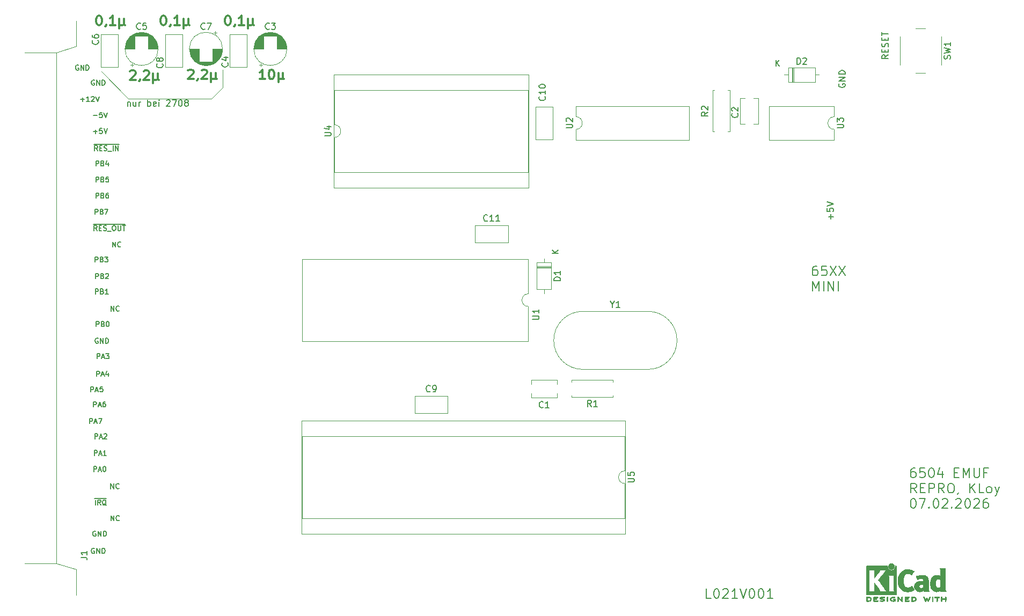
<source format=gbr>
%TF.GenerationSoftware,KiCad,Pcbnew,9.0.6*%
%TF.CreationDate,2026-02-07T23:24:05+01:00*%
%TF.ProjectId,EMUF_6504,454d5546-5f36-4353-9034-2e6b69636164,rev?*%
%TF.SameCoordinates,Original*%
%TF.FileFunction,Legend,Top*%
%TF.FilePolarity,Positive*%
%FSLAX46Y46*%
G04 Gerber Fmt 4.6, Leading zero omitted, Abs format (unit mm)*
G04 Created by KiCad (PCBNEW 9.0.6) date 2026-02-07 23:24:05*
%MOMM*%
%LPD*%
G01*
G04 APERTURE LIST*
%ADD10C,0.120000*%
%ADD11C,0.300000*%
%ADD12C,0.150000*%
%ADD13C,0.200000*%
%ADD14C,0.100000*%
%ADD15C,0.010000*%
G04 APERTURE END LIST*
D10*
X68199000Y-55880000D02*
X69977000Y-54102000D01*
X55040000Y-55860000D02*
X68199000Y-55880000D01*
X69977000Y-54102000D02*
X69977000Y-51308000D01*
X50820000Y-51540000D02*
X55040000Y-55860000D01*
D11*
X60530225Y-42750828D02*
X60673082Y-42750828D01*
X60673082Y-42750828D02*
X60815939Y-42822257D01*
X60815939Y-42822257D02*
X60887368Y-42893685D01*
X60887368Y-42893685D02*
X60958796Y-43036542D01*
X60958796Y-43036542D02*
X61030225Y-43322257D01*
X61030225Y-43322257D02*
X61030225Y-43679400D01*
X61030225Y-43679400D02*
X60958796Y-43965114D01*
X60958796Y-43965114D02*
X60887368Y-44107971D01*
X60887368Y-44107971D02*
X60815939Y-44179400D01*
X60815939Y-44179400D02*
X60673082Y-44250828D01*
X60673082Y-44250828D02*
X60530225Y-44250828D01*
X60530225Y-44250828D02*
X60387368Y-44179400D01*
X60387368Y-44179400D02*
X60315939Y-44107971D01*
X60315939Y-44107971D02*
X60244510Y-43965114D01*
X60244510Y-43965114D02*
X60173082Y-43679400D01*
X60173082Y-43679400D02*
X60173082Y-43322257D01*
X60173082Y-43322257D02*
X60244510Y-43036542D01*
X60244510Y-43036542D02*
X60315939Y-42893685D01*
X60315939Y-42893685D02*
X60387368Y-42822257D01*
X60387368Y-42822257D02*
X60530225Y-42750828D01*
X61744510Y-44179400D02*
X61744510Y-44250828D01*
X61744510Y-44250828D02*
X61673081Y-44393685D01*
X61673081Y-44393685D02*
X61601653Y-44465114D01*
X63173082Y-44250828D02*
X62315939Y-44250828D01*
X62744510Y-44250828D02*
X62744510Y-42750828D01*
X62744510Y-42750828D02*
X62601653Y-42965114D01*
X62601653Y-42965114D02*
X62458796Y-43107971D01*
X62458796Y-43107971D02*
X62315939Y-43179400D01*
X63815938Y-43250828D02*
X63815938Y-44750828D01*
X64530224Y-44036542D02*
X64601653Y-44179400D01*
X64601653Y-44179400D02*
X64744510Y-44250828D01*
X63815938Y-44036542D02*
X63887367Y-44179400D01*
X63887367Y-44179400D02*
X64030224Y-44250828D01*
X64030224Y-44250828D02*
X64315938Y-44250828D01*
X64315938Y-44250828D02*
X64458796Y-44179400D01*
X64458796Y-44179400D02*
X64530224Y-44036542D01*
X64530224Y-44036542D02*
X64530224Y-43250828D01*
X55347082Y-51529685D02*
X55418510Y-51458257D01*
X55418510Y-51458257D02*
X55561368Y-51386828D01*
X55561368Y-51386828D02*
X55918510Y-51386828D01*
X55918510Y-51386828D02*
X56061368Y-51458257D01*
X56061368Y-51458257D02*
X56132796Y-51529685D01*
X56132796Y-51529685D02*
X56204225Y-51672542D01*
X56204225Y-51672542D02*
X56204225Y-51815400D01*
X56204225Y-51815400D02*
X56132796Y-52029685D01*
X56132796Y-52029685D02*
X55275653Y-52886828D01*
X55275653Y-52886828D02*
X56204225Y-52886828D01*
X56918510Y-52815400D02*
X56918510Y-52886828D01*
X56918510Y-52886828D02*
X56847081Y-53029685D01*
X56847081Y-53029685D02*
X56775653Y-53101114D01*
X57489939Y-51529685D02*
X57561367Y-51458257D01*
X57561367Y-51458257D02*
X57704225Y-51386828D01*
X57704225Y-51386828D02*
X58061367Y-51386828D01*
X58061367Y-51386828D02*
X58204225Y-51458257D01*
X58204225Y-51458257D02*
X58275653Y-51529685D01*
X58275653Y-51529685D02*
X58347082Y-51672542D01*
X58347082Y-51672542D02*
X58347082Y-51815400D01*
X58347082Y-51815400D02*
X58275653Y-52029685D01*
X58275653Y-52029685D02*
X57418510Y-52886828D01*
X57418510Y-52886828D02*
X58347082Y-52886828D01*
X58989938Y-51886828D02*
X58989938Y-53386828D01*
X59704224Y-52672542D02*
X59775653Y-52815400D01*
X59775653Y-52815400D02*
X59918510Y-52886828D01*
X58989938Y-52672542D02*
X59061367Y-52815400D01*
X59061367Y-52815400D02*
X59204224Y-52886828D01*
X59204224Y-52886828D02*
X59489938Y-52886828D01*
X59489938Y-52886828D02*
X59632796Y-52815400D01*
X59632796Y-52815400D02*
X59704224Y-52672542D01*
X59704224Y-52672542D02*
X59704224Y-51886828D01*
D12*
X49133360Y-102103895D02*
X49133360Y-101303895D01*
X49133360Y-101303895D02*
X49438122Y-101303895D01*
X49438122Y-101303895D02*
X49514312Y-101341990D01*
X49514312Y-101341990D02*
X49552407Y-101380085D01*
X49552407Y-101380085D02*
X49590503Y-101456276D01*
X49590503Y-101456276D02*
X49590503Y-101570561D01*
X49590503Y-101570561D02*
X49552407Y-101646752D01*
X49552407Y-101646752D02*
X49514312Y-101684847D01*
X49514312Y-101684847D02*
X49438122Y-101722942D01*
X49438122Y-101722942D02*
X49133360Y-101722942D01*
X49895264Y-101875323D02*
X50276217Y-101875323D01*
X49819074Y-102103895D02*
X50085741Y-101303895D01*
X50085741Y-101303895D02*
X50352407Y-102103895D01*
X51000026Y-101303895D02*
X50619074Y-101303895D01*
X50619074Y-101303895D02*
X50580978Y-101684847D01*
X50580978Y-101684847D02*
X50619074Y-101646752D01*
X50619074Y-101646752D02*
X50695264Y-101608657D01*
X50695264Y-101608657D02*
X50885740Y-101608657D01*
X50885740Y-101608657D02*
X50961931Y-101646752D01*
X50961931Y-101646752D02*
X51000026Y-101684847D01*
X51000026Y-101684847D02*
X51038121Y-101761038D01*
X51038121Y-101761038D02*
X51038121Y-101951514D01*
X51038121Y-101951514D02*
X51000026Y-102027704D01*
X51000026Y-102027704D02*
X50961931Y-102065800D01*
X50961931Y-102065800D02*
X50885740Y-102103895D01*
X50885740Y-102103895D02*
X50695264Y-102103895D01*
X50695264Y-102103895D02*
X50619074Y-102065800D01*
X50619074Y-102065800D02*
X50580978Y-102027704D01*
X50073160Y-99640095D02*
X50073160Y-98840095D01*
X50073160Y-98840095D02*
X50377922Y-98840095D01*
X50377922Y-98840095D02*
X50454112Y-98878190D01*
X50454112Y-98878190D02*
X50492207Y-98916285D01*
X50492207Y-98916285D02*
X50530303Y-98992476D01*
X50530303Y-98992476D02*
X50530303Y-99106761D01*
X50530303Y-99106761D02*
X50492207Y-99182952D01*
X50492207Y-99182952D02*
X50454112Y-99221047D01*
X50454112Y-99221047D02*
X50377922Y-99259142D01*
X50377922Y-99259142D02*
X50073160Y-99259142D01*
X50835064Y-99411523D02*
X51216017Y-99411523D01*
X50758874Y-99640095D02*
X51025541Y-98840095D01*
X51025541Y-98840095D02*
X51292207Y-99640095D01*
X51901731Y-99106761D02*
X51901731Y-99640095D01*
X51711255Y-98802000D02*
X51520778Y-99373428D01*
X51520778Y-99373428D02*
X52016017Y-99373428D01*
X49692160Y-112136895D02*
X49692160Y-111336895D01*
X49692160Y-111336895D02*
X49996922Y-111336895D01*
X49996922Y-111336895D02*
X50073112Y-111374990D01*
X50073112Y-111374990D02*
X50111207Y-111413085D01*
X50111207Y-111413085D02*
X50149303Y-111489276D01*
X50149303Y-111489276D02*
X50149303Y-111603561D01*
X50149303Y-111603561D02*
X50111207Y-111679752D01*
X50111207Y-111679752D02*
X50073112Y-111717847D01*
X50073112Y-111717847D02*
X49996922Y-111755942D01*
X49996922Y-111755942D02*
X49692160Y-111755942D01*
X50454064Y-111908323D02*
X50835017Y-111908323D01*
X50377874Y-112136895D02*
X50644541Y-111336895D01*
X50644541Y-111336895D02*
X50911207Y-112136895D01*
X51596921Y-112136895D02*
X51139778Y-112136895D01*
X51368350Y-112136895D02*
X51368350Y-111336895D01*
X51368350Y-111336895D02*
X51292159Y-111451180D01*
X51292159Y-111451180D02*
X51215969Y-111527371D01*
X51215969Y-111527371D02*
X51139778Y-111565466D01*
X49708207Y-52952390D02*
X49632017Y-52914295D01*
X49632017Y-52914295D02*
X49517731Y-52914295D01*
X49517731Y-52914295D02*
X49403445Y-52952390D01*
X49403445Y-52952390D02*
X49327255Y-53028580D01*
X49327255Y-53028580D02*
X49289160Y-53104771D01*
X49289160Y-53104771D02*
X49251064Y-53257152D01*
X49251064Y-53257152D02*
X49251064Y-53371438D01*
X49251064Y-53371438D02*
X49289160Y-53523819D01*
X49289160Y-53523819D02*
X49327255Y-53600009D01*
X49327255Y-53600009D02*
X49403445Y-53676200D01*
X49403445Y-53676200D02*
X49517731Y-53714295D01*
X49517731Y-53714295D02*
X49593922Y-53714295D01*
X49593922Y-53714295D02*
X49708207Y-53676200D01*
X49708207Y-53676200D02*
X49746303Y-53638104D01*
X49746303Y-53638104D02*
X49746303Y-53371438D01*
X49746303Y-53371438D02*
X49593922Y-53371438D01*
X50089160Y-53714295D02*
X50089160Y-52914295D01*
X50089160Y-52914295D02*
X50546303Y-53714295D01*
X50546303Y-53714295D02*
X50546303Y-52914295D01*
X50927255Y-53714295D02*
X50927255Y-52914295D01*
X50927255Y-52914295D02*
X51117731Y-52914295D01*
X51117731Y-52914295D02*
X51232017Y-52952390D01*
X51232017Y-52952390D02*
X51308207Y-53028580D01*
X51308207Y-53028580D02*
X51346302Y-53104771D01*
X51346302Y-53104771D02*
X51384398Y-53257152D01*
X51384398Y-53257152D02*
X51384398Y-53371438D01*
X51384398Y-53371438D02*
X51346302Y-53523819D01*
X51346302Y-53523819D02*
X51308207Y-53600009D01*
X51308207Y-53600009D02*
X51232017Y-53676200D01*
X51232017Y-53676200D02*
X51117731Y-53714295D01*
X51117731Y-53714295D02*
X50927255Y-53714295D01*
X167192438Y-53495411D02*
X167144819Y-53590649D01*
X167144819Y-53590649D02*
X167144819Y-53733506D01*
X167144819Y-53733506D02*
X167192438Y-53876363D01*
X167192438Y-53876363D02*
X167287676Y-53971601D01*
X167287676Y-53971601D02*
X167382914Y-54019220D01*
X167382914Y-54019220D02*
X167573390Y-54066839D01*
X167573390Y-54066839D02*
X167716247Y-54066839D01*
X167716247Y-54066839D02*
X167906723Y-54019220D01*
X167906723Y-54019220D02*
X168001961Y-53971601D01*
X168001961Y-53971601D02*
X168097200Y-53876363D01*
X168097200Y-53876363D02*
X168144819Y-53733506D01*
X168144819Y-53733506D02*
X168144819Y-53638268D01*
X168144819Y-53638268D02*
X168097200Y-53495411D01*
X168097200Y-53495411D02*
X168049580Y-53447792D01*
X168049580Y-53447792D02*
X167716247Y-53447792D01*
X167716247Y-53447792D02*
X167716247Y-53638268D01*
X168144819Y-53019220D02*
X167144819Y-53019220D01*
X167144819Y-53019220D02*
X168144819Y-52447792D01*
X168144819Y-52447792D02*
X167144819Y-52447792D01*
X168144819Y-51971601D02*
X167144819Y-51971601D01*
X167144819Y-51971601D02*
X167144819Y-51733506D01*
X167144819Y-51733506D02*
X167192438Y-51590649D01*
X167192438Y-51590649D02*
X167287676Y-51495411D01*
X167287676Y-51495411D02*
X167382914Y-51447792D01*
X167382914Y-51447792D02*
X167573390Y-51400173D01*
X167573390Y-51400173D02*
X167716247Y-51400173D01*
X167716247Y-51400173D02*
X167906723Y-51447792D01*
X167906723Y-51447792D02*
X168001961Y-51495411D01*
X168001961Y-51495411D02*
X168097200Y-51590649D01*
X168097200Y-51590649D02*
X168144819Y-51733506D01*
X168144819Y-51733506D02*
X168144819Y-51971601D01*
X49996960Y-91791495D02*
X49996960Y-90991495D01*
X49996960Y-90991495D02*
X50301722Y-90991495D01*
X50301722Y-90991495D02*
X50377912Y-91029590D01*
X50377912Y-91029590D02*
X50416007Y-91067685D01*
X50416007Y-91067685D02*
X50454103Y-91143876D01*
X50454103Y-91143876D02*
X50454103Y-91258161D01*
X50454103Y-91258161D02*
X50416007Y-91334352D01*
X50416007Y-91334352D02*
X50377912Y-91372447D01*
X50377912Y-91372447D02*
X50301722Y-91410542D01*
X50301722Y-91410542D02*
X49996960Y-91410542D01*
X51063626Y-91372447D02*
X51177912Y-91410542D01*
X51177912Y-91410542D02*
X51216007Y-91448638D01*
X51216007Y-91448638D02*
X51254103Y-91524828D01*
X51254103Y-91524828D02*
X51254103Y-91639114D01*
X51254103Y-91639114D02*
X51216007Y-91715304D01*
X51216007Y-91715304D02*
X51177912Y-91753400D01*
X51177912Y-91753400D02*
X51101722Y-91791495D01*
X51101722Y-91791495D02*
X50796960Y-91791495D01*
X50796960Y-91791495D02*
X50796960Y-90991495D01*
X50796960Y-90991495D02*
X51063626Y-90991495D01*
X51063626Y-90991495D02*
X51139817Y-91029590D01*
X51139817Y-91029590D02*
X51177912Y-91067685D01*
X51177912Y-91067685D02*
X51216007Y-91143876D01*
X51216007Y-91143876D02*
X51216007Y-91220066D01*
X51216007Y-91220066D02*
X51177912Y-91296257D01*
X51177912Y-91296257D02*
X51139817Y-91334352D01*
X51139817Y-91334352D02*
X51063626Y-91372447D01*
X51063626Y-91372447D02*
X50796960Y-91372447D01*
X51749341Y-90991495D02*
X51825531Y-90991495D01*
X51825531Y-90991495D02*
X51901722Y-91029590D01*
X51901722Y-91029590D02*
X51939817Y-91067685D01*
X51939817Y-91067685D02*
X51977912Y-91143876D01*
X51977912Y-91143876D02*
X52016007Y-91296257D01*
X52016007Y-91296257D02*
X52016007Y-91486733D01*
X52016007Y-91486733D02*
X51977912Y-91639114D01*
X51977912Y-91639114D02*
X51939817Y-91715304D01*
X51939817Y-91715304D02*
X51901722Y-91753400D01*
X51901722Y-91753400D02*
X51825531Y-91791495D01*
X51825531Y-91791495D02*
X51749341Y-91791495D01*
X51749341Y-91791495D02*
X51673150Y-91753400D01*
X51673150Y-91753400D02*
X51635055Y-91715304D01*
X51635055Y-91715304D02*
X51596960Y-91639114D01*
X51596960Y-91639114D02*
X51558864Y-91486733D01*
X51558864Y-91486733D02*
X51558864Y-91296257D01*
X51558864Y-91296257D02*
X51596960Y-91143876D01*
X51596960Y-91143876D02*
X51635055Y-91067685D01*
X51635055Y-91067685D02*
X51673150Y-91029590D01*
X51673150Y-91029590D02*
X51749341Y-90991495D01*
X49946160Y-66442295D02*
X49946160Y-65642295D01*
X49946160Y-65642295D02*
X50250922Y-65642295D01*
X50250922Y-65642295D02*
X50327112Y-65680390D01*
X50327112Y-65680390D02*
X50365207Y-65718485D01*
X50365207Y-65718485D02*
X50403303Y-65794676D01*
X50403303Y-65794676D02*
X50403303Y-65908961D01*
X50403303Y-65908961D02*
X50365207Y-65985152D01*
X50365207Y-65985152D02*
X50327112Y-66023247D01*
X50327112Y-66023247D02*
X50250922Y-66061342D01*
X50250922Y-66061342D02*
X49946160Y-66061342D01*
X51012826Y-66023247D02*
X51127112Y-66061342D01*
X51127112Y-66061342D02*
X51165207Y-66099438D01*
X51165207Y-66099438D02*
X51203303Y-66175628D01*
X51203303Y-66175628D02*
X51203303Y-66289914D01*
X51203303Y-66289914D02*
X51165207Y-66366104D01*
X51165207Y-66366104D02*
X51127112Y-66404200D01*
X51127112Y-66404200D02*
X51050922Y-66442295D01*
X51050922Y-66442295D02*
X50746160Y-66442295D01*
X50746160Y-66442295D02*
X50746160Y-65642295D01*
X50746160Y-65642295D02*
X51012826Y-65642295D01*
X51012826Y-65642295D02*
X51089017Y-65680390D01*
X51089017Y-65680390D02*
X51127112Y-65718485D01*
X51127112Y-65718485D02*
X51165207Y-65794676D01*
X51165207Y-65794676D02*
X51165207Y-65870866D01*
X51165207Y-65870866D02*
X51127112Y-65947057D01*
X51127112Y-65947057D02*
X51089017Y-65985152D01*
X51089017Y-65985152D02*
X51012826Y-66023247D01*
X51012826Y-66023247D02*
X50746160Y-66023247D01*
X51889017Y-65908961D02*
X51889017Y-66442295D01*
X51698541Y-65604200D02*
X51508064Y-66175628D01*
X51508064Y-66175628D02*
X52003303Y-66175628D01*
X49946160Y-71522295D02*
X49946160Y-70722295D01*
X49946160Y-70722295D02*
X50250922Y-70722295D01*
X50250922Y-70722295D02*
X50327112Y-70760390D01*
X50327112Y-70760390D02*
X50365207Y-70798485D01*
X50365207Y-70798485D02*
X50403303Y-70874676D01*
X50403303Y-70874676D02*
X50403303Y-70988961D01*
X50403303Y-70988961D02*
X50365207Y-71065152D01*
X50365207Y-71065152D02*
X50327112Y-71103247D01*
X50327112Y-71103247D02*
X50250922Y-71141342D01*
X50250922Y-71141342D02*
X49946160Y-71141342D01*
X51012826Y-71103247D02*
X51127112Y-71141342D01*
X51127112Y-71141342D02*
X51165207Y-71179438D01*
X51165207Y-71179438D02*
X51203303Y-71255628D01*
X51203303Y-71255628D02*
X51203303Y-71369914D01*
X51203303Y-71369914D02*
X51165207Y-71446104D01*
X51165207Y-71446104D02*
X51127112Y-71484200D01*
X51127112Y-71484200D02*
X51050922Y-71522295D01*
X51050922Y-71522295D02*
X50746160Y-71522295D01*
X50746160Y-71522295D02*
X50746160Y-70722295D01*
X50746160Y-70722295D02*
X51012826Y-70722295D01*
X51012826Y-70722295D02*
X51089017Y-70760390D01*
X51089017Y-70760390D02*
X51127112Y-70798485D01*
X51127112Y-70798485D02*
X51165207Y-70874676D01*
X51165207Y-70874676D02*
X51165207Y-70950866D01*
X51165207Y-70950866D02*
X51127112Y-71027057D01*
X51127112Y-71027057D02*
X51089017Y-71065152D01*
X51089017Y-71065152D02*
X51012826Y-71103247D01*
X51012826Y-71103247D02*
X50746160Y-71103247D01*
X51889017Y-70722295D02*
X51736636Y-70722295D01*
X51736636Y-70722295D02*
X51660445Y-70760390D01*
X51660445Y-70760390D02*
X51622350Y-70798485D01*
X51622350Y-70798485D02*
X51546160Y-70912771D01*
X51546160Y-70912771D02*
X51508064Y-71065152D01*
X51508064Y-71065152D02*
X51508064Y-71369914D01*
X51508064Y-71369914D02*
X51546160Y-71446104D01*
X51546160Y-71446104D02*
X51584255Y-71484200D01*
X51584255Y-71484200D02*
X51660445Y-71522295D01*
X51660445Y-71522295D02*
X51812826Y-71522295D01*
X51812826Y-71522295D02*
X51889017Y-71484200D01*
X51889017Y-71484200D02*
X51927112Y-71446104D01*
X51927112Y-71446104D02*
X51965207Y-71369914D01*
X51965207Y-71369914D02*
X51965207Y-71179438D01*
X51965207Y-71179438D02*
X51927112Y-71103247D01*
X51927112Y-71103247D02*
X51889017Y-71065152D01*
X51889017Y-71065152D02*
X51812826Y-71027057D01*
X51812826Y-71027057D02*
X51660445Y-71027057D01*
X51660445Y-71027057D02*
X51584255Y-71065152D01*
X51584255Y-71065152D02*
X51546160Y-71103247D01*
X51546160Y-71103247D02*
X51508064Y-71179438D01*
X50123960Y-96871495D02*
X50123960Y-96071495D01*
X50123960Y-96071495D02*
X50428722Y-96071495D01*
X50428722Y-96071495D02*
X50504912Y-96109590D01*
X50504912Y-96109590D02*
X50543007Y-96147685D01*
X50543007Y-96147685D02*
X50581103Y-96223876D01*
X50581103Y-96223876D02*
X50581103Y-96338161D01*
X50581103Y-96338161D02*
X50543007Y-96414352D01*
X50543007Y-96414352D02*
X50504912Y-96452447D01*
X50504912Y-96452447D02*
X50428722Y-96490542D01*
X50428722Y-96490542D02*
X50123960Y-96490542D01*
X50885864Y-96642923D02*
X51266817Y-96642923D01*
X50809674Y-96871495D02*
X51076341Y-96071495D01*
X51076341Y-96071495D02*
X51343007Y-96871495D01*
X51533483Y-96071495D02*
X52028721Y-96071495D01*
X52028721Y-96071495D02*
X51762055Y-96376257D01*
X51762055Y-96376257D02*
X51876340Y-96376257D01*
X51876340Y-96376257D02*
X51952531Y-96414352D01*
X51952531Y-96414352D02*
X51990626Y-96452447D01*
X51990626Y-96452447D02*
X52028721Y-96528638D01*
X52028721Y-96528638D02*
X52028721Y-96719114D01*
X52028721Y-96719114D02*
X51990626Y-96795304D01*
X51990626Y-96795304D02*
X51952531Y-96833400D01*
X51952531Y-96833400D02*
X51876340Y-96871495D01*
X51876340Y-96871495D02*
X51647769Y-96871495D01*
X51647769Y-96871495D02*
X51571578Y-96833400D01*
X51571578Y-96833400D02*
X51533483Y-96795304D01*
D11*
X50370225Y-42750828D02*
X50513082Y-42750828D01*
X50513082Y-42750828D02*
X50655939Y-42822257D01*
X50655939Y-42822257D02*
X50727368Y-42893685D01*
X50727368Y-42893685D02*
X50798796Y-43036542D01*
X50798796Y-43036542D02*
X50870225Y-43322257D01*
X50870225Y-43322257D02*
X50870225Y-43679400D01*
X50870225Y-43679400D02*
X50798796Y-43965114D01*
X50798796Y-43965114D02*
X50727368Y-44107971D01*
X50727368Y-44107971D02*
X50655939Y-44179400D01*
X50655939Y-44179400D02*
X50513082Y-44250828D01*
X50513082Y-44250828D02*
X50370225Y-44250828D01*
X50370225Y-44250828D02*
X50227368Y-44179400D01*
X50227368Y-44179400D02*
X50155939Y-44107971D01*
X50155939Y-44107971D02*
X50084510Y-43965114D01*
X50084510Y-43965114D02*
X50013082Y-43679400D01*
X50013082Y-43679400D02*
X50013082Y-43322257D01*
X50013082Y-43322257D02*
X50084510Y-43036542D01*
X50084510Y-43036542D02*
X50155939Y-42893685D01*
X50155939Y-42893685D02*
X50227368Y-42822257D01*
X50227368Y-42822257D02*
X50370225Y-42750828D01*
X51584510Y-44179400D02*
X51584510Y-44250828D01*
X51584510Y-44250828D02*
X51513081Y-44393685D01*
X51513081Y-44393685D02*
X51441653Y-44465114D01*
X53013082Y-44250828D02*
X52155939Y-44250828D01*
X52584510Y-44250828D02*
X52584510Y-42750828D01*
X52584510Y-42750828D02*
X52441653Y-42965114D01*
X52441653Y-42965114D02*
X52298796Y-43107971D01*
X52298796Y-43107971D02*
X52155939Y-43179400D01*
X53655938Y-43250828D02*
X53655938Y-44750828D01*
X54370224Y-44036542D02*
X54441653Y-44179400D01*
X54441653Y-44179400D02*
X54584510Y-44250828D01*
X53655938Y-44036542D02*
X53727367Y-44179400D01*
X53727367Y-44179400D02*
X53870224Y-44250828D01*
X53870224Y-44250828D02*
X54155938Y-44250828D01*
X54155938Y-44250828D02*
X54298796Y-44179400D01*
X54298796Y-44179400D02*
X54370224Y-44036542D01*
X54370224Y-44036542D02*
X54370224Y-43250828D01*
X64491082Y-51402685D02*
X64562510Y-51331257D01*
X64562510Y-51331257D02*
X64705368Y-51259828D01*
X64705368Y-51259828D02*
X65062510Y-51259828D01*
X65062510Y-51259828D02*
X65205368Y-51331257D01*
X65205368Y-51331257D02*
X65276796Y-51402685D01*
X65276796Y-51402685D02*
X65348225Y-51545542D01*
X65348225Y-51545542D02*
X65348225Y-51688400D01*
X65348225Y-51688400D02*
X65276796Y-51902685D01*
X65276796Y-51902685D02*
X64419653Y-52759828D01*
X64419653Y-52759828D02*
X65348225Y-52759828D01*
X66062510Y-52688400D02*
X66062510Y-52759828D01*
X66062510Y-52759828D02*
X65991081Y-52902685D01*
X65991081Y-52902685D02*
X65919653Y-52974114D01*
X66633939Y-51402685D02*
X66705367Y-51331257D01*
X66705367Y-51331257D02*
X66848225Y-51259828D01*
X66848225Y-51259828D02*
X67205367Y-51259828D01*
X67205367Y-51259828D02*
X67348225Y-51331257D01*
X67348225Y-51331257D02*
X67419653Y-51402685D01*
X67419653Y-51402685D02*
X67491082Y-51545542D01*
X67491082Y-51545542D02*
X67491082Y-51688400D01*
X67491082Y-51688400D02*
X67419653Y-51902685D01*
X67419653Y-51902685D02*
X66562510Y-52759828D01*
X66562510Y-52759828D02*
X67491082Y-52759828D01*
X68133938Y-51759828D02*
X68133938Y-53259828D01*
X68848224Y-52545542D02*
X68919653Y-52688400D01*
X68919653Y-52688400D02*
X69062510Y-52759828D01*
X68133938Y-52545542D02*
X68205367Y-52688400D01*
X68205367Y-52688400D02*
X68348224Y-52759828D01*
X68348224Y-52759828D02*
X68633938Y-52759828D01*
X68633938Y-52759828D02*
X68776796Y-52688400D01*
X68776796Y-52688400D02*
X68848224Y-52545542D01*
X68848224Y-52545542D02*
X68848224Y-51759828D01*
D12*
X50136303Y-76654295D02*
X49869636Y-76273342D01*
X49679160Y-76654295D02*
X49679160Y-75854295D01*
X49679160Y-75854295D02*
X49983922Y-75854295D01*
X49983922Y-75854295D02*
X50060112Y-75892390D01*
X50060112Y-75892390D02*
X50098207Y-75930485D01*
X50098207Y-75930485D02*
X50136303Y-76006676D01*
X50136303Y-76006676D02*
X50136303Y-76120961D01*
X50136303Y-76120961D02*
X50098207Y-76197152D01*
X50098207Y-76197152D02*
X50060112Y-76235247D01*
X50060112Y-76235247D02*
X49983922Y-76273342D01*
X49983922Y-76273342D02*
X49679160Y-76273342D01*
X50479160Y-76235247D02*
X50745826Y-76235247D01*
X50860112Y-76654295D02*
X50479160Y-76654295D01*
X50479160Y-76654295D02*
X50479160Y-75854295D01*
X50479160Y-75854295D02*
X50860112Y-75854295D01*
X51164874Y-76616200D02*
X51279160Y-76654295D01*
X51279160Y-76654295D02*
X51469636Y-76654295D01*
X51469636Y-76654295D02*
X51545827Y-76616200D01*
X51545827Y-76616200D02*
X51583922Y-76578104D01*
X51583922Y-76578104D02*
X51622017Y-76501914D01*
X51622017Y-76501914D02*
X51622017Y-76425723D01*
X51622017Y-76425723D02*
X51583922Y-76349533D01*
X51583922Y-76349533D02*
X51545827Y-76311438D01*
X51545827Y-76311438D02*
X51469636Y-76273342D01*
X51469636Y-76273342D02*
X51317255Y-76235247D01*
X51317255Y-76235247D02*
X51241065Y-76197152D01*
X51241065Y-76197152D02*
X51202970Y-76159057D01*
X51202970Y-76159057D02*
X51164874Y-76082866D01*
X51164874Y-76082866D02*
X51164874Y-76006676D01*
X51164874Y-76006676D02*
X51202970Y-75930485D01*
X51202970Y-75930485D02*
X51241065Y-75892390D01*
X51241065Y-75892390D02*
X51317255Y-75854295D01*
X51317255Y-75854295D02*
X51507732Y-75854295D01*
X51507732Y-75854295D02*
X51622017Y-75892390D01*
X51774399Y-76730485D02*
X52383922Y-76730485D01*
X52726780Y-75854295D02*
X52879161Y-75854295D01*
X52879161Y-75854295D02*
X52955351Y-75892390D01*
X52955351Y-75892390D02*
X53031542Y-75968580D01*
X53031542Y-75968580D02*
X53069637Y-76120961D01*
X53069637Y-76120961D02*
X53069637Y-76387628D01*
X53069637Y-76387628D02*
X53031542Y-76540009D01*
X53031542Y-76540009D02*
X52955351Y-76616200D01*
X52955351Y-76616200D02*
X52879161Y-76654295D01*
X52879161Y-76654295D02*
X52726780Y-76654295D01*
X52726780Y-76654295D02*
X52650589Y-76616200D01*
X52650589Y-76616200D02*
X52574399Y-76540009D01*
X52574399Y-76540009D02*
X52536303Y-76387628D01*
X52536303Y-76387628D02*
X52536303Y-76120961D01*
X52536303Y-76120961D02*
X52574399Y-75968580D01*
X52574399Y-75968580D02*
X52650589Y-75892390D01*
X52650589Y-75892390D02*
X52726780Y-75854295D01*
X53412494Y-75854295D02*
X53412494Y-76501914D01*
X53412494Y-76501914D02*
X53450589Y-76578104D01*
X53450589Y-76578104D02*
X53488684Y-76616200D01*
X53488684Y-76616200D02*
X53564875Y-76654295D01*
X53564875Y-76654295D02*
X53717256Y-76654295D01*
X53717256Y-76654295D02*
X53793446Y-76616200D01*
X53793446Y-76616200D02*
X53831541Y-76578104D01*
X53831541Y-76578104D02*
X53869637Y-76501914D01*
X53869637Y-76501914D02*
X53869637Y-75854295D01*
X54136303Y-75854295D02*
X54593446Y-75854295D01*
X54364874Y-76654295D02*
X54364874Y-75854295D01*
X49568684Y-75632200D02*
X54589637Y-75632200D01*
X52319160Y-89354295D02*
X52319160Y-88554295D01*
X52319160Y-88554295D02*
X52776303Y-89354295D01*
X52776303Y-89354295D02*
X52776303Y-88554295D01*
X53614398Y-89278104D02*
X53576302Y-89316200D01*
X53576302Y-89316200D02*
X53462017Y-89354295D01*
X53462017Y-89354295D02*
X53385826Y-89354295D01*
X53385826Y-89354295D02*
X53271540Y-89316200D01*
X53271540Y-89316200D02*
X53195350Y-89240009D01*
X53195350Y-89240009D02*
X53157255Y-89163819D01*
X53157255Y-89163819D02*
X53119159Y-89011438D01*
X53119159Y-89011438D02*
X53119159Y-88897152D01*
X53119159Y-88897152D02*
X53157255Y-88744771D01*
X53157255Y-88744771D02*
X53195350Y-88668580D01*
X53195350Y-88668580D02*
X53271540Y-88592390D01*
X53271540Y-88592390D02*
X53385826Y-88554295D01*
X53385826Y-88554295D02*
X53462017Y-88554295D01*
X53462017Y-88554295D02*
X53576302Y-88592390D01*
X53576302Y-88592390D02*
X53614398Y-88630485D01*
X52569160Y-79224295D02*
X52569160Y-78424295D01*
X52569160Y-78424295D02*
X53026303Y-79224295D01*
X53026303Y-79224295D02*
X53026303Y-78424295D01*
X53864398Y-79148104D02*
X53826302Y-79186200D01*
X53826302Y-79186200D02*
X53712017Y-79224295D01*
X53712017Y-79224295D02*
X53635826Y-79224295D01*
X53635826Y-79224295D02*
X53521540Y-79186200D01*
X53521540Y-79186200D02*
X53445350Y-79110009D01*
X53445350Y-79110009D02*
X53407255Y-79033819D01*
X53407255Y-79033819D02*
X53369159Y-78881438D01*
X53369159Y-78881438D02*
X53369159Y-78767152D01*
X53369159Y-78767152D02*
X53407255Y-78614771D01*
X53407255Y-78614771D02*
X53445350Y-78538580D01*
X53445350Y-78538580D02*
X53521540Y-78462390D01*
X53521540Y-78462390D02*
X53635826Y-78424295D01*
X53635826Y-78424295D02*
X53712017Y-78424295D01*
X53712017Y-78424295D02*
X53826302Y-78462390D01*
X53826302Y-78462390D02*
X53864398Y-78500485D01*
X49565160Y-58517533D02*
X50174684Y-58517533D01*
X50936588Y-58022295D02*
X50555636Y-58022295D01*
X50555636Y-58022295D02*
X50517540Y-58403247D01*
X50517540Y-58403247D02*
X50555636Y-58365152D01*
X50555636Y-58365152D02*
X50631826Y-58327057D01*
X50631826Y-58327057D02*
X50822302Y-58327057D01*
X50822302Y-58327057D02*
X50898493Y-58365152D01*
X50898493Y-58365152D02*
X50936588Y-58403247D01*
X50936588Y-58403247D02*
X50974683Y-58479438D01*
X50974683Y-58479438D02*
X50974683Y-58669914D01*
X50974683Y-58669914D02*
X50936588Y-58746104D01*
X50936588Y-58746104D02*
X50898493Y-58784200D01*
X50898493Y-58784200D02*
X50822302Y-58822295D01*
X50822302Y-58822295D02*
X50631826Y-58822295D01*
X50631826Y-58822295D02*
X50555636Y-58784200D01*
X50555636Y-58784200D02*
X50517540Y-58746104D01*
X51203255Y-58022295D02*
X51469922Y-58822295D01*
X51469922Y-58822295D02*
X51736588Y-58022295D01*
X54946779Y-56353152D02*
X54946779Y-57019819D01*
X54946779Y-56448390D02*
X54994398Y-56400771D01*
X54994398Y-56400771D02*
X55089636Y-56353152D01*
X55089636Y-56353152D02*
X55232493Y-56353152D01*
X55232493Y-56353152D02*
X55327731Y-56400771D01*
X55327731Y-56400771D02*
X55375350Y-56496009D01*
X55375350Y-56496009D02*
X55375350Y-57019819D01*
X56280112Y-56353152D02*
X56280112Y-57019819D01*
X55851541Y-56353152D02*
X55851541Y-56876961D01*
X55851541Y-56876961D02*
X55899160Y-56972200D01*
X55899160Y-56972200D02*
X55994398Y-57019819D01*
X55994398Y-57019819D02*
X56137255Y-57019819D01*
X56137255Y-57019819D02*
X56232493Y-56972200D01*
X56232493Y-56972200D02*
X56280112Y-56924580D01*
X56756303Y-57019819D02*
X56756303Y-56353152D01*
X56756303Y-56543628D02*
X56803922Y-56448390D01*
X56803922Y-56448390D02*
X56851541Y-56400771D01*
X56851541Y-56400771D02*
X56946779Y-56353152D01*
X56946779Y-56353152D02*
X57042017Y-56353152D01*
X58137256Y-57019819D02*
X58137256Y-56019819D01*
X58137256Y-56400771D02*
X58232494Y-56353152D01*
X58232494Y-56353152D02*
X58422970Y-56353152D01*
X58422970Y-56353152D02*
X58518208Y-56400771D01*
X58518208Y-56400771D02*
X58565827Y-56448390D01*
X58565827Y-56448390D02*
X58613446Y-56543628D01*
X58613446Y-56543628D02*
X58613446Y-56829342D01*
X58613446Y-56829342D02*
X58565827Y-56924580D01*
X58565827Y-56924580D02*
X58518208Y-56972200D01*
X58518208Y-56972200D02*
X58422970Y-57019819D01*
X58422970Y-57019819D02*
X58232494Y-57019819D01*
X58232494Y-57019819D02*
X58137256Y-56972200D01*
X59422970Y-56972200D02*
X59327732Y-57019819D01*
X59327732Y-57019819D02*
X59137256Y-57019819D01*
X59137256Y-57019819D02*
X59042018Y-56972200D01*
X59042018Y-56972200D02*
X58994399Y-56876961D01*
X58994399Y-56876961D02*
X58994399Y-56496009D01*
X58994399Y-56496009D02*
X59042018Y-56400771D01*
X59042018Y-56400771D02*
X59137256Y-56353152D01*
X59137256Y-56353152D02*
X59327732Y-56353152D01*
X59327732Y-56353152D02*
X59422970Y-56400771D01*
X59422970Y-56400771D02*
X59470589Y-56496009D01*
X59470589Y-56496009D02*
X59470589Y-56591247D01*
X59470589Y-56591247D02*
X58994399Y-56686485D01*
X59899161Y-57019819D02*
X59899161Y-56353152D01*
X59899161Y-56019819D02*
X59851542Y-56067438D01*
X59851542Y-56067438D02*
X59899161Y-56115057D01*
X59899161Y-56115057D02*
X59946780Y-56067438D01*
X59946780Y-56067438D02*
X59899161Y-56019819D01*
X59899161Y-56019819D02*
X59899161Y-56115057D01*
X61089637Y-56115057D02*
X61137256Y-56067438D01*
X61137256Y-56067438D02*
X61232494Y-56019819D01*
X61232494Y-56019819D02*
X61470589Y-56019819D01*
X61470589Y-56019819D02*
X61565827Y-56067438D01*
X61565827Y-56067438D02*
X61613446Y-56115057D01*
X61613446Y-56115057D02*
X61661065Y-56210295D01*
X61661065Y-56210295D02*
X61661065Y-56305533D01*
X61661065Y-56305533D02*
X61613446Y-56448390D01*
X61613446Y-56448390D02*
X61042018Y-57019819D01*
X61042018Y-57019819D02*
X61661065Y-57019819D01*
X61994399Y-56019819D02*
X62661065Y-56019819D01*
X62661065Y-56019819D02*
X62232494Y-57019819D01*
X63232494Y-56019819D02*
X63327732Y-56019819D01*
X63327732Y-56019819D02*
X63422970Y-56067438D01*
X63422970Y-56067438D02*
X63470589Y-56115057D01*
X63470589Y-56115057D02*
X63518208Y-56210295D01*
X63518208Y-56210295D02*
X63565827Y-56400771D01*
X63565827Y-56400771D02*
X63565827Y-56638866D01*
X63565827Y-56638866D02*
X63518208Y-56829342D01*
X63518208Y-56829342D02*
X63470589Y-56924580D01*
X63470589Y-56924580D02*
X63422970Y-56972200D01*
X63422970Y-56972200D02*
X63327732Y-57019819D01*
X63327732Y-57019819D02*
X63232494Y-57019819D01*
X63232494Y-57019819D02*
X63137256Y-56972200D01*
X63137256Y-56972200D02*
X63089637Y-56924580D01*
X63089637Y-56924580D02*
X63042018Y-56829342D01*
X63042018Y-56829342D02*
X62994399Y-56638866D01*
X62994399Y-56638866D02*
X62994399Y-56400771D01*
X62994399Y-56400771D02*
X63042018Y-56210295D01*
X63042018Y-56210295D02*
X63089637Y-56115057D01*
X63089637Y-56115057D02*
X63137256Y-56067438D01*
X63137256Y-56067438D02*
X63232494Y-56019819D01*
X64137256Y-56448390D02*
X64042018Y-56400771D01*
X64042018Y-56400771D02*
X63994399Y-56353152D01*
X63994399Y-56353152D02*
X63946780Y-56257914D01*
X63946780Y-56257914D02*
X63946780Y-56210295D01*
X63946780Y-56210295D02*
X63994399Y-56115057D01*
X63994399Y-56115057D02*
X64042018Y-56067438D01*
X64042018Y-56067438D02*
X64137256Y-56019819D01*
X64137256Y-56019819D02*
X64327732Y-56019819D01*
X64327732Y-56019819D02*
X64422970Y-56067438D01*
X64422970Y-56067438D02*
X64470589Y-56115057D01*
X64470589Y-56115057D02*
X64518208Y-56210295D01*
X64518208Y-56210295D02*
X64518208Y-56257914D01*
X64518208Y-56257914D02*
X64470589Y-56353152D01*
X64470589Y-56353152D02*
X64422970Y-56400771D01*
X64422970Y-56400771D02*
X64327732Y-56448390D01*
X64327732Y-56448390D02*
X64137256Y-56448390D01*
X64137256Y-56448390D02*
X64042018Y-56496009D01*
X64042018Y-56496009D02*
X63994399Y-56543628D01*
X63994399Y-56543628D02*
X63946780Y-56638866D01*
X63946780Y-56638866D02*
X63946780Y-56829342D01*
X63946780Y-56829342D02*
X63994399Y-56924580D01*
X63994399Y-56924580D02*
X64042018Y-56972200D01*
X64042018Y-56972200D02*
X64137256Y-57019819D01*
X64137256Y-57019819D02*
X64327732Y-57019819D01*
X64327732Y-57019819D02*
X64422970Y-56972200D01*
X64422970Y-56972200D02*
X64470589Y-56924580D01*
X64470589Y-56924580D02*
X64518208Y-56829342D01*
X64518208Y-56829342D02*
X64518208Y-56638866D01*
X64518208Y-56638866D02*
X64470589Y-56543628D01*
X64470589Y-56543628D02*
X64422970Y-56496009D01*
X64422970Y-56496009D02*
X64327732Y-56448390D01*
D13*
X179185578Y-114126196D02*
X178899863Y-114126196D01*
X178899863Y-114126196D02*
X178757006Y-114197625D01*
X178757006Y-114197625D02*
X178685578Y-114269053D01*
X178685578Y-114269053D02*
X178542720Y-114483339D01*
X178542720Y-114483339D02*
X178471292Y-114769053D01*
X178471292Y-114769053D02*
X178471292Y-115340482D01*
X178471292Y-115340482D02*
X178542720Y-115483339D01*
X178542720Y-115483339D02*
X178614149Y-115554768D01*
X178614149Y-115554768D02*
X178757006Y-115626196D01*
X178757006Y-115626196D02*
X179042720Y-115626196D01*
X179042720Y-115626196D02*
X179185578Y-115554768D01*
X179185578Y-115554768D02*
X179257006Y-115483339D01*
X179257006Y-115483339D02*
X179328435Y-115340482D01*
X179328435Y-115340482D02*
X179328435Y-114983339D01*
X179328435Y-114983339D02*
X179257006Y-114840482D01*
X179257006Y-114840482D02*
X179185578Y-114769053D01*
X179185578Y-114769053D02*
X179042720Y-114697625D01*
X179042720Y-114697625D02*
X178757006Y-114697625D01*
X178757006Y-114697625D02*
X178614149Y-114769053D01*
X178614149Y-114769053D02*
X178542720Y-114840482D01*
X178542720Y-114840482D02*
X178471292Y-114983339D01*
X180685577Y-114126196D02*
X179971291Y-114126196D01*
X179971291Y-114126196D02*
X179899863Y-114840482D01*
X179899863Y-114840482D02*
X179971291Y-114769053D01*
X179971291Y-114769053D02*
X180114149Y-114697625D01*
X180114149Y-114697625D02*
X180471291Y-114697625D01*
X180471291Y-114697625D02*
X180614149Y-114769053D01*
X180614149Y-114769053D02*
X180685577Y-114840482D01*
X180685577Y-114840482D02*
X180757006Y-114983339D01*
X180757006Y-114983339D02*
X180757006Y-115340482D01*
X180757006Y-115340482D02*
X180685577Y-115483339D01*
X180685577Y-115483339D02*
X180614149Y-115554768D01*
X180614149Y-115554768D02*
X180471291Y-115626196D01*
X180471291Y-115626196D02*
X180114149Y-115626196D01*
X180114149Y-115626196D02*
X179971291Y-115554768D01*
X179971291Y-115554768D02*
X179899863Y-115483339D01*
X181685577Y-114126196D02*
X181828434Y-114126196D01*
X181828434Y-114126196D02*
X181971291Y-114197625D01*
X181971291Y-114197625D02*
X182042720Y-114269053D01*
X182042720Y-114269053D02*
X182114148Y-114411910D01*
X182114148Y-114411910D02*
X182185577Y-114697625D01*
X182185577Y-114697625D02*
X182185577Y-115054768D01*
X182185577Y-115054768D02*
X182114148Y-115340482D01*
X182114148Y-115340482D02*
X182042720Y-115483339D01*
X182042720Y-115483339D02*
X181971291Y-115554768D01*
X181971291Y-115554768D02*
X181828434Y-115626196D01*
X181828434Y-115626196D02*
X181685577Y-115626196D01*
X181685577Y-115626196D02*
X181542720Y-115554768D01*
X181542720Y-115554768D02*
X181471291Y-115483339D01*
X181471291Y-115483339D02*
X181399862Y-115340482D01*
X181399862Y-115340482D02*
X181328434Y-115054768D01*
X181328434Y-115054768D02*
X181328434Y-114697625D01*
X181328434Y-114697625D02*
X181399862Y-114411910D01*
X181399862Y-114411910D02*
X181471291Y-114269053D01*
X181471291Y-114269053D02*
X181542720Y-114197625D01*
X181542720Y-114197625D02*
X181685577Y-114126196D01*
X183471291Y-114626196D02*
X183471291Y-115626196D01*
X183114148Y-114054768D02*
X182757005Y-115126196D01*
X182757005Y-115126196D02*
X183685576Y-115126196D01*
X185399861Y-114840482D02*
X185899861Y-114840482D01*
X186114147Y-115626196D02*
X185399861Y-115626196D01*
X185399861Y-115626196D02*
X185399861Y-114126196D01*
X185399861Y-114126196D02*
X186114147Y-114126196D01*
X186757004Y-115626196D02*
X186757004Y-114126196D01*
X186757004Y-114126196D02*
X187257004Y-115197625D01*
X187257004Y-115197625D02*
X187757004Y-114126196D01*
X187757004Y-114126196D02*
X187757004Y-115626196D01*
X188471290Y-114126196D02*
X188471290Y-115340482D01*
X188471290Y-115340482D02*
X188542719Y-115483339D01*
X188542719Y-115483339D02*
X188614148Y-115554768D01*
X188614148Y-115554768D02*
X188757005Y-115626196D01*
X188757005Y-115626196D02*
X189042719Y-115626196D01*
X189042719Y-115626196D02*
X189185576Y-115554768D01*
X189185576Y-115554768D02*
X189257005Y-115483339D01*
X189257005Y-115483339D02*
X189328433Y-115340482D01*
X189328433Y-115340482D02*
X189328433Y-114126196D01*
X190542719Y-114840482D02*
X190042719Y-114840482D01*
X190042719Y-115626196D02*
X190042719Y-114126196D01*
X190042719Y-114126196D02*
X190757005Y-114126196D01*
X179399863Y-118041112D02*
X178899863Y-117326826D01*
X178542720Y-118041112D02*
X178542720Y-116541112D01*
X178542720Y-116541112D02*
X179114149Y-116541112D01*
X179114149Y-116541112D02*
X179257006Y-116612541D01*
X179257006Y-116612541D02*
X179328435Y-116683969D01*
X179328435Y-116683969D02*
X179399863Y-116826826D01*
X179399863Y-116826826D02*
X179399863Y-117041112D01*
X179399863Y-117041112D02*
X179328435Y-117183969D01*
X179328435Y-117183969D02*
X179257006Y-117255398D01*
X179257006Y-117255398D02*
X179114149Y-117326826D01*
X179114149Y-117326826D02*
X178542720Y-117326826D01*
X180042720Y-117255398D02*
X180542720Y-117255398D01*
X180757006Y-118041112D02*
X180042720Y-118041112D01*
X180042720Y-118041112D02*
X180042720Y-116541112D01*
X180042720Y-116541112D02*
X180757006Y-116541112D01*
X181399863Y-118041112D02*
X181399863Y-116541112D01*
X181399863Y-116541112D02*
X181971292Y-116541112D01*
X181971292Y-116541112D02*
X182114149Y-116612541D01*
X182114149Y-116612541D02*
X182185578Y-116683969D01*
X182185578Y-116683969D02*
X182257006Y-116826826D01*
X182257006Y-116826826D02*
X182257006Y-117041112D01*
X182257006Y-117041112D02*
X182185578Y-117183969D01*
X182185578Y-117183969D02*
X182114149Y-117255398D01*
X182114149Y-117255398D02*
X181971292Y-117326826D01*
X181971292Y-117326826D02*
X181399863Y-117326826D01*
X183757006Y-118041112D02*
X183257006Y-117326826D01*
X182899863Y-118041112D02*
X182899863Y-116541112D01*
X182899863Y-116541112D02*
X183471292Y-116541112D01*
X183471292Y-116541112D02*
X183614149Y-116612541D01*
X183614149Y-116612541D02*
X183685578Y-116683969D01*
X183685578Y-116683969D02*
X183757006Y-116826826D01*
X183757006Y-116826826D02*
X183757006Y-117041112D01*
X183757006Y-117041112D02*
X183685578Y-117183969D01*
X183685578Y-117183969D02*
X183614149Y-117255398D01*
X183614149Y-117255398D02*
X183471292Y-117326826D01*
X183471292Y-117326826D02*
X182899863Y-117326826D01*
X184685578Y-116541112D02*
X184971292Y-116541112D01*
X184971292Y-116541112D02*
X185114149Y-116612541D01*
X185114149Y-116612541D02*
X185257006Y-116755398D01*
X185257006Y-116755398D02*
X185328435Y-117041112D01*
X185328435Y-117041112D02*
X185328435Y-117541112D01*
X185328435Y-117541112D02*
X185257006Y-117826826D01*
X185257006Y-117826826D02*
X185114149Y-117969684D01*
X185114149Y-117969684D02*
X184971292Y-118041112D01*
X184971292Y-118041112D02*
X184685578Y-118041112D01*
X184685578Y-118041112D02*
X184542721Y-117969684D01*
X184542721Y-117969684D02*
X184399863Y-117826826D01*
X184399863Y-117826826D02*
X184328435Y-117541112D01*
X184328435Y-117541112D02*
X184328435Y-117041112D01*
X184328435Y-117041112D02*
X184399863Y-116755398D01*
X184399863Y-116755398D02*
X184542721Y-116612541D01*
X184542721Y-116612541D02*
X184685578Y-116541112D01*
X186042721Y-117969684D02*
X186042721Y-118041112D01*
X186042721Y-118041112D02*
X185971292Y-118183969D01*
X185971292Y-118183969D02*
X185899864Y-118255398D01*
X187828435Y-118041112D02*
X187828435Y-116541112D01*
X188685578Y-118041112D02*
X188042721Y-117183969D01*
X188685578Y-116541112D02*
X187828435Y-117398255D01*
X190042721Y-118041112D02*
X189328435Y-118041112D01*
X189328435Y-118041112D02*
X189328435Y-116541112D01*
X190757007Y-118041112D02*
X190614150Y-117969684D01*
X190614150Y-117969684D02*
X190542721Y-117898255D01*
X190542721Y-117898255D02*
X190471293Y-117755398D01*
X190471293Y-117755398D02*
X190471293Y-117326826D01*
X190471293Y-117326826D02*
X190542721Y-117183969D01*
X190542721Y-117183969D02*
X190614150Y-117112541D01*
X190614150Y-117112541D02*
X190757007Y-117041112D01*
X190757007Y-117041112D02*
X190971293Y-117041112D01*
X190971293Y-117041112D02*
X191114150Y-117112541D01*
X191114150Y-117112541D02*
X191185579Y-117183969D01*
X191185579Y-117183969D02*
X191257007Y-117326826D01*
X191257007Y-117326826D02*
X191257007Y-117755398D01*
X191257007Y-117755398D02*
X191185579Y-117898255D01*
X191185579Y-117898255D02*
X191114150Y-117969684D01*
X191114150Y-117969684D02*
X190971293Y-118041112D01*
X190971293Y-118041112D02*
X190757007Y-118041112D01*
X191757007Y-117041112D02*
X192114150Y-118041112D01*
X192471293Y-117041112D02*
X192114150Y-118041112D01*
X192114150Y-118041112D02*
X191971293Y-118398255D01*
X191971293Y-118398255D02*
X191899864Y-118469684D01*
X191899864Y-118469684D02*
X191757007Y-118541112D01*
X178828435Y-118956028D02*
X178971292Y-118956028D01*
X178971292Y-118956028D02*
X179114149Y-119027457D01*
X179114149Y-119027457D02*
X179185578Y-119098885D01*
X179185578Y-119098885D02*
X179257006Y-119241742D01*
X179257006Y-119241742D02*
X179328435Y-119527457D01*
X179328435Y-119527457D02*
X179328435Y-119884600D01*
X179328435Y-119884600D02*
X179257006Y-120170314D01*
X179257006Y-120170314D02*
X179185578Y-120313171D01*
X179185578Y-120313171D02*
X179114149Y-120384600D01*
X179114149Y-120384600D02*
X178971292Y-120456028D01*
X178971292Y-120456028D02*
X178828435Y-120456028D01*
X178828435Y-120456028D02*
X178685578Y-120384600D01*
X178685578Y-120384600D02*
X178614149Y-120313171D01*
X178614149Y-120313171D02*
X178542720Y-120170314D01*
X178542720Y-120170314D02*
X178471292Y-119884600D01*
X178471292Y-119884600D02*
X178471292Y-119527457D01*
X178471292Y-119527457D02*
X178542720Y-119241742D01*
X178542720Y-119241742D02*
X178614149Y-119098885D01*
X178614149Y-119098885D02*
X178685578Y-119027457D01*
X178685578Y-119027457D02*
X178828435Y-118956028D01*
X179828434Y-118956028D02*
X180828434Y-118956028D01*
X180828434Y-118956028D02*
X180185577Y-120456028D01*
X181399862Y-120313171D02*
X181471291Y-120384600D01*
X181471291Y-120384600D02*
X181399862Y-120456028D01*
X181399862Y-120456028D02*
X181328434Y-120384600D01*
X181328434Y-120384600D02*
X181399862Y-120313171D01*
X181399862Y-120313171D02*
X181399862Y-120456028D01*
X182399863Y-118956028D02*
X182542720Y-118956028D01*
X182542720Y-118956028D02*
X182685577Y-119027457D01*
X182685577Y-119027457D02*
X182757006Y-119098885D01*
X182757006Y-119098885D02*
X182828434Y-119241742D01*
X182828434Y-119241742D02*
X182899863Y-119527457D01*
X182899863Y-119527457D02*
X182899863Y-119884600D01*
X182899863Y-119884600D02*
X182828434Y-120170314D01*
X182828434Y-120170314D02*
X182757006Y-120313171D01*
X182757006Y-120313171D02*
X182685577Y-120384600D01*
X182685577Y-120384600D02*
X182542720Y-120456028D01*
X182542720Y-120456028D02*
X182399863Y-120456028D01*
X182399863Y-120456028D02*
X182257006Y-120384600D01*
X182257006Y-120384600D02*
X182185577Y-120313171D01*
X182185577Y-120313171D02*
X182114148Y-120170314D01*
X182114148Y-120170314D02*
X182042720Y-119884600D01*
X182042720Y-119884600D02*
X182042720Y-119527457D01*
X182042720Y-119527457D02*
X182114148Y-119241742D01*
X182114148Y-119241742D02*
X182185577Y-119098885D01*
X182185577Y-119098885D02*
X182257006Y-119027457D01*
X182257006Y-119027457D02*
X182399863Y-118956028D01*
X183471291Y-119098885D02*
X183542719Y-119027457D01*
X183542719Y-119027457D02*
X183685577Y-118956028D01*
X183685577Y-118956028D02*
X184042719Y-118956028D01*
X184042719Y-118956028D02*
X184185577Y-119027457D01*
X184185577Y-119027457D02*
X184257005Y-119098885D01*
X184257005Y-119098885D02*
X184328434Y-119241742D01*
X184328434Y-119241742D02*
X184328434Y-119384600D01*
X184328434Y-119384600D02*
X184257005Y-119598885D01*
X184257005Y-119598885D02*
X183399862Y-120456028D01*
X183399862Y-120456028D02*
X184328434Y-120456028D01*
X184971290Y-120313171D02*
X185042719Y-120384600D01*
X185042719Y-120384600D02*
X184971290Y-120456028D01*
X184971290Y-120456028D02*
X184899862Y-120384600D01*
X184899862Y-120384600D02*
X184971290Y-120313171D01*
X184971290Y-120313171D02*
X184971290Y-120456028D01*
X185614148Y-119098885D02*
X185685576Y-119027457D01*
X185685576Y-119027457D02*
X185828434Y-118956028D01*
X185828434Y-118956028D02*
X186185576Y-118956028D01*
X186185576Y-118956028D02*
X186328434Y-119027457D01*
X186328434Y-119027457D02*
X186399862Y-119098885D01*
X186399862Y-119098885D02*
X186471291Y-119241742D01*
X186471291Y-119241742D02*
X186471291Y-119384600D01*
X186471291Y-119384600D02*
X186399862Y-119598885D01*
X186399862Y-119598885D02*
X185542719Y-120456028D01*
X185542719Y-120456028D02*
X186471291Y-120456028D01*
X187399862Y-118956028D02*
X187542719Y-118956028D01*
X187542719Y-118956028D02*
X187685576Y-119027457D01*
X187685576Y-119027457D02*
X187757005Y-119098885D01*
X187757005Y-119098885D02*
X187828433Y-119241742D01*
X187828433Y-119241742D02*
X187899862Y-119527457D01*
X187899862Y-119527457D02*
X187899862Y-119884600D01*
X187899862Y-119884600D02*
X187828433Y-120170314D01*
X187828433Y-120170314D02*
X187757005Y-120313171D01*
X187757005Y-120313171D02*
X187685576Y-120384600D01*
X187685576Y-120384600D02*
X187542719Y-120456028D01*
X187542719Y-120456028D02*
X187399862Y-120456028D01*
X187399862Y-120456028D02*
X187257005Y-120384600D01*
X187257005Y-120384600D02*
X187185576Y-120313171D01*
X187185576Y-120313171D02*
X187114147Y-120170314D01*
X187114147Y-120170314D02*
X187042719Y-119884600D01*
X187042719Y-119884600D02*
X187042719Y-119527457D01*
X187042719Y-119527457D02*
X187114147Y-119241742D01*
X187114147Y-119241742D02*
X187185576Y-119098885D01*
X187185576Y-119098885D02*
X187257005Y-119027457D01*
X187257005Y-119027457D02*
X187399862Y-118956028D01*
X188471290Y-119098885D02*
X188542718Y-119027457D01*
X188542718Y-119027457D02*
X188685576Y-118956028D01*
X188685576Y-118956028D02*
X189042718Y-118956028D01*
X189042718Y-118956028D02*
X189185576Y-119027457D01*
X189185576Y-119027457D02*
X189257004Y-119098885D01*
X189257004Y-119098885D02*
X189328433Y-119241742D01*
X189328433Y-119241742D02*
X189328433Y-119384600D01*
X189328433Y-119384600D02*
X189257004Y-119598885D01*
X189257004Y-119598885D02*
X188399861Y-120456028D01*
X188399861Y-120456028D02*
X189328433Y-120456028D01*
X190614147Y-118956028D02*
X190328432Y-118956028D01*
X190328432Y-118956028D02*
X190185575Y-119027457D01*
X190185575Y-119027457D02*
X190114147Y-119098885D01*
X190114147Y-119098885D02*
X189971289Y-119313171D01*
X189971289Y-119313171D02*
X189899861Y-119598885D01*
X189899861Y-119598885D02*
X189899861Y-120170314D01*
X189899861Y-120170314D02*
X189971289Y-120313171D01*
X189971289Y-120313171D02*
X190042718Y-120384600D01*
X190042718Y-120384600D02*
X190185575Y-120456028D01*
X190185575Y-120456028D02*
X190471289Y-120456028D01*
X190471289Y-120456028D02*
X190614147Y-120384600D01*
X190614147Y-120384600D02*
X190685575Y-120313171D01*
X190685575Y-120313171D02*
X190757004Y-120170314D01*
X190757004Y-120170314D02*
X190757004Y-119813171D01*
X190757004Y-119813171D02*
X190685575Y-119670314D01*
X190685575Y-119670314D02*
X190614147Y-119598885D01*
X190614147Y-119598885D02*
X190471289Y-119527457D01*
X190471289Y-119527457D02*
X190185575Y-119527457D01*
X190185575Y-119527457D02*
X190042718Y-119598885D01*
X190042718Y-119598885D02*
X189971289Y-119670314D01*
X189971289Y-119670314D02*
X189899861Y-119813171D01*
D12*
X49869960Y-86660695D02*
X49869960Y-85860695D01*
X49869960Y-85860695D02*
X50174722Y-85860695D01*
X50174722Y-85860695D02*
X50250912Y-85898790D01*
X50250912Y-85898790D02*
X50289007Y-85936885D01*
X50289007Y-85936885D02*
X50327103Y-86013076D01*
X50327103Y-86013076D02*
X50327103Y-86127361D01*
X50327103Y-86127361D02*
X50289007Y-86203552D01*
X50289007Y-86203552D02*
X50250912Y-86241647D01*
X50250912Y-86241647D02*
X50174722Y-86279742D01*
X50174722Y-86279742D02*
X49869960Y-86279742D01*
X50936626Y-86241647D02*
X51050912Y-86279742D01*
X51050912Y-86279742D02*
X51089007Y-86317838D01*
X51089007Y-86317838D02*
X51127103Y-86394028D01*
X51127103Y-86394028D02*
X51127103Y-86508314D01*
X51127103Y-86508314D02*
X51089007Y-86584504D01*
X51089007Y-86584504D02*
X51050912Y-86622600D01*
X51050912Y-86622600D02*
X50974722Y-86660695D01*
X50974722Y-86660695D02*
X50669960Y-86660695D01*
X50669960Y-86660695D02*
X50669960Y-85860695D01*
X50669960Y-85860695D02*
X50936626Y-85860695D01*
X50936626Y-85860695D02*
X51012817Y-85898790D01*
X51012817Y-85898790D02*
X51050912Y-85936885D01*
X51050912Y-85936885D02*
X51089007Y-86013076D01*
X51089007Y-86013076D02*
X51089007Y-86089266D01*
X51089007Y-86089266D02*
X51050912Y-86165457D01*
X51050912Y-86165457D02*
X51012817Y-86203552D01*
X51012817Y-86203552D02*
X50936626Y-86241647D01*
X50936626Y-86241647D02*
X50669960Y-86241647D01*
X51889007Y-86660695D02*
X51431864Y-86660695D01*
X51660436Y-86660695D02*
X51660436Y-85860695D01*
X51660436Y-85860695D02*
X51584245Y-85974980D01*
X51584245Y-85974980D02*
X51508055Y-86051171D01*
X51508055Y-86051171D02*
X51431864Y-86089266D01*
D13*
X163691578Y-82251112D02*
X163405863Y-82251112D01*
X163405863Y-82251112D02*
X163263006Y-82322541D01*
X163263006Y-82322541D02*
X163191578Y-82393969D01*
X163191578Y-82393969D02*
X163048720Y-82608255D01*
X163048720Y-82608255D02*
X162977292Y-82893969D01*
X162977292Y-82893969D02*
X162977292Y-83465398D01*
X162977292Y-83465398D02*
X163048720Y-83608255D01*
X163048720Y-83608255D02*
X163120149Y-83679684D01*
X163120149Y-83679684D02*
X163263006Y-83751112D01*
X163263006Y-83751112D02*
X163548720Y-83751112D01*
X163548720Y-83751112D02*
X163691578Y-83679684D01*
X163691578Y-83679684D02*
X163763006Y-83608255D01*
X163763006Y-83608255D02*
X163834435Y-83465398D01*
X163834435Y-83465398D02*
X163834435Y-83108255D01*
X163834435Y-83108255D02*
X163763006Y-82965398D01*
X163763006Y-82965398D02*
X163691578Y-82893969D01*
X163691578Y-82893969D02*
X163548720Y-82822541D01*
X163548720Y-82822541D02*
X163263006Y-82822541D01*
X163263006Y-82822541D02*
X163120149Y-82893969D01*
X163120149Y-82893969D02*
X163048720Y-82965398D01*
X163048720Y-82965398D02*
X162977292Y-83108255D01*
X165191577Y-82251112D02*
X164477291Y-82251112D01*
X164477291Y-82251112D02*
X164405863Y-82965398D01*
X164405863Y-82965398D02*
X164477291Y-82893969D01*
X164477291Y-82893969D02*
X164620149Y-82822541D01*
X164620149Y-82822541D02*
X164977291Y-82822541D01*
X164977291Y-82822541D02*
X165120149Y-82893969D01*
X165120149Y-82893969D02*
X165191577Y-82965398D01*
X165191577Y-82965398D02*
X165263006Y-83108255D01*
X165263006Y-83108255D02*
X165263006Y-83465398D01*
X165263006Y-83465398D02*
X165191577Y-83608255D01*
X165191577Y-83608255D02*
X165120149Y-83679684D01*
X165120149Y-83679684D02*
X164977291Y-83751112D01*
X164977291Y-83751112D02*
X164620149Y-83751112D01*
X164620149Y-83751112D02*
X164477291Y-83679684D01*
X164477291Y-83679684D02*
X164405863Y-83608255D01*
X165763005Y-82251112D02*
X166763005Y-83751112D01*
X166763005Y-82251112D02*
X165763005Y-83751112D01*
X167191576Y-82251112D02*
X168191576Y-83751112D01*
X168191576Y-82251112D02*
X167191576Y-83751112D01*
X163048720Y-86166028D02*
X163048720Y-84666028D01*
X163048720Y-84666028D02*
X163548720Y-85737457D01*
X163548720Y-85737457D02*
X164048720Y-84666028D01*
X164048720Y-84666028D02*
X164048720Y-86166028D01*
X164763006Y-86166028D02*
X164763006Y-84666028D01*
X165477292Y-86166028D02*
X165477292Y-84666028D01*
X165477292Y-84666028D02*
X166334435Y-86166028D01*
X166334435Y-86166028D02*
X166334435Y-84666028D01*
X167048721Y-86166028D02*
X167048721Y-84666028D01*
D12*
X49844560Y-81606095D02*
X49844560Y-80806095D01*
X49844560Y-80806095D02*
X50149322Y-80806095D01*
X50149322Y-80806095D02*
X50225512Y-80844190D01*
X50225512Y-80844190D02*
X50263607Y-80882285D01*
X50263607Y-80882285D02*
X50301703Y-80958476D01*
X50301703Y-80958476D02*
X50301703Y-81072761D01*
X50301703Y-81072761D02*
X50263607Y-81148952D01*
X50263607Y-81148952D02*
X50225512Y-81187047D01*
X50225512Y-81187047D02*
X50149322Y-81225142D01*
X50149322Y-81225142D02*
X49844560Y-81225142D01*
X50911226Y-81187047D02*
X51025512Y-81225142D01*
X51025512Y-81225142D02*
X51063607Y-81263238D01*
X51063607Y-81263238D02*
X51101703Y-81339428D01*
X51101703Y-81339428D02*
X51101703Y-81453714D01*
X51101703Y-81453714D02*
X51063607Y-81529904D01*
X51063607Y-81529904D02*
X51025512Y-81568000D01*
X51025512Y-81568000D02*
X50949322Y-81606095D01*
X50949322Y-81606095D02*
X50644560Y-81606095D01*
X50644560Y-81606095D02*
X50644560Y-80806095D01*
X50644560Y-80806095D02*
X50911226Y-80806095D01*
X50911226Y-80806095D02*
X50987417Y-80844190D01*
X50987417Y-80844190D02*
X51025512Y-80882285D01*
X51025512Y-80882285D02*
X51063607Y-80958476D01*
X51063607Y-80958476D02*
X51063607Y-81034666D01*
X51063607Y-81034666D02*
X51025512Y-81110857D01*
X51025512Y-81110857D02*
X50987417Y-81148952D01*
X50987417Y-81148952D02*
X50911226Y-81187047D01*
X50911226Y-81187047D02*
X50644560Y-81187047D01*
X51368369Y-80806095D02*
X51863607Y-80806095D01*
X51863607Y-80806095D02*
X51596941Y-81110857D01*
X51596941Y-81110857D02*
X51711226Y-81110857D01*
X51711226Y-81110857D02*
X51787417Y-81148952D01*
X51787417Y-81148952D02*
X51825512Y-81187047D01*
X51825512Y-81187047D02*
X51863607Y-81263238D01*
X51863607Y-81263238D02*
X51863607Y-81453714D01*
X51863607Y-81453714D02*
X51825512Y-81529904D01*
X51825512Y-81529904D02*
X51787417Y-81568000D01*
X51787417Y-81568000D02*
X51711226Y-81606095D01*
X51711226Y-81606095D02*
X51482655Y-81606095D01*
X51482655Y-81606095D02*
X51406464Y-81568000D01*
X51406464Y-81568000D02*
X51368369Y-81529904D01*
D11*
X76651225Y-52759828D02*
X75794082Y-52759828D01*
X76222653Y-52759828D02*
X76222653Y-51259828D01*
X76222653Y-51259828D02*
X76079796Y-51474114D01*
X76079796Y-51474114D02*
X75936939Y-51616971D01*
X75936939Y-51616971D02*
X75794082Y-51688400D01*
X77579796Y-51259828D02*
X77722653Y-51259828D01*
X77722653Y-51259828D02*
X77865510Y-51331257D01*
X77865510Y-51331257D02*
X77936939Y-51402685D01*
X77936939Y-51402685D02*
X78008367Y-51545542D01*
X78008367Y-51545542D02*
X78079796Y-51831257D01*
X78079796Y-51831257D02*
X78079796Y-52188400D01*
X78079796Y-52188400D02*
X78008367Y-52474114D01*
X78008367Y-52474114D02*
X77936939Y-52616971D01*
X77936939Y-52616971D02*
X77865510Y-52688400D01*
X77865510Y-52688400D02*
X77722653Y-52759828D01*
X77722653Y-52759828D02*
X77579796Y-52759828D01*
X77579796Y-52759828D02*
X77436939Y-52688400D01*
X77436939Y-52688400D02*
X77365510Y-52616971D01*
X77365510Y-52616971D02*
X77294081Y-52474114D01*
X77294081Y-52474114D02*
X77222653Y-52188400D01*
X77222653Y-52188400D02*
X77222653Y-51831257D01*
X77222653Y-51831257D02*
X77294081Y-51545542D01*
X77294081Y-51545542D02*
X77365510Y-51402685D01*
X77365510Y-51402685D02*
X77436939Y-51331257D01*
X77436939Y-51331257D02*
X77579796Y-51259828D01*
X78722652Y-51759828D02*
X78722652Y-53259828D01*
X79436938Y-52545542D02*
X79508367Y-52688400D01*
X79508367Y-52688400D02*
X79651224Y-52759828D01*
X78722652Y-52545542D02*
X78794081Y-52688400D01*
X78794081Y-52688400D02*
X78936938Y-52759828D01*
X78936938Y-52759828D02*
X79222652Y-52759828D01*
X79222652Y-52759828D02*
X79365510Y-52688400D01*
X79365510Y-52688400D02*
X79436938Y-52545542D01*
X79436938Y-52545542D02*
X79436938Y-51759828D01*
D12*
X49590560Y-104466095D02*
X49590560Y-103666095D01*
X49590560Y-103666095D02*
X49895322Y-103666095D01*
X49895322Y-103666095D02*
X49971512Y-103704190D01*
X49971512Y-103704190D02*
X50009607Y-103742285D01*
X50009607Y-103742285D02*
X50047703Y-103818476D01*
X50047703Y-103818476D02*
X50047703Y-103932761D01*
X50047703Y-103932761D02*
X50009607Y-104008952D01*
X50009607Y-104008952D02*
X49971512Y-104047047D01*
X49971512Y-104047047D02*
X49895322Y-104085142D01*
X49895322Y-104085142D02*
X49590560Y-104085142D01*
X50352464Y-104237523D02*
X50733417Y-104237523D01*
X50276274Y-104466095D02*
X50542941Y-103666095D01*
X50542941Y-103666095D02*
X50809607Y-104466095D01*
X51419131Y-103666095D02*
X51266750Y-103666095D01*
X51266750Y-103666095D02*
X51190559Y-103704190D01*
X51190559Y-103704190D02*
X51152464Y-103742285D01*
X51152464Y-103742285D02*
X51076274Y-103856571D01*
X51076274Y-103856571D02*
X51038178Y-104008952D01*
X51038178Y-104008952D02*
X51038178Y-104313714D01*
X51038178Y-104313714D02*
X51076274Y-104389904D01*
X51076274Y-104389904D02*
X51114369Y-104428000D01*
X51114369Y-104428000D02*
X51190559Y-104466095D01*
X51190559Y-104466095D02*
X51342940Y-104466095D01*
X51342940Y-104466095D02*
X51419131Y-104428000D01*
X51419131Y-104428000D02*
X51457226Y-104389904D01*
X51457226Y-104389904D02*
X51495321Y-104313714D01*
X51495321Y-104313714D02*
X51495321Y-104123238D01*
X51495321Y-104123238D02*
X51457226Y-104047047D01*
X51457226Y-104047047D02*
X51419131Y-104008952D01*
X51419131Y-104008952D02*
X51342940Y-103970857D01*
X51342940Y-103970857D02*
X51190559Y-103970857D01*
X51190559Y-103970857D02*
X51114369Y-104008952D01*
X51114369Y-104008952D02*
X51076274Y-104047047D01*
X51076274Y-104047047D02*
X51038178Y-104123238D01*
X49908207Y-124102390D02*
X49832017Y-124064295D01*
X49832017Y-124064295D02*
X49717731Y-124064295D01*
X49717731Y-124064295D02*
X49603445Y-124102390D01*
X49603445Y-124102390D02*
X49527255Y-124178580D01*
X49527255Y-124178580D02*
X49489160Y-124254771D01*
X49489160Y-124254771D02*
X49451064Y-124407152D01*
X49451064Y-124407152D02*
X49451064Y-124521438D01*
X49451064Y-124521438D02*
X49489160Y-124673819D01*
X49489160Y-124673819D02*
X49527255Y-124750009D01*
X49527255Y-124750009D02*
X49603445Y-124826200D01*
X49603445Y-124826200D02*
X49717731Y-124864295D01*
X49717731Y-124864295D02*
X49793922Y-124864295D01*
X49793922Y-124864295D02*
X49908207Y-124826200D01*
X49908207Y-124826200D02*
X49946303Y-124788104D01*
X49946303Y-124788104D02*
X49946303Y-124521438D01*
X49946303Y-124521438D02*
X49793922Y-124521438D01*
X50289160Y-124864295D02*
X50289160Y-124064295D01*
X50289160Y-124064295D02*
X50746303Y-124864295D01*
X50746303Y-124864295D02*
X50746303Y-124064295D01*
X51127255Y-124864295D02*
X51127255Y-124064295D01*
X51127255Y-124064295D02*
X51317731Y-124064295D01*
X51317731Y-124064295D02*
X51432017Y-124102390D01*
X51432017Y-124102390D02*
X51508207Y-124178580D01*
X51508207Y-124178580D02*
X51546302Y-124254771D01*
X51546302Y-124254771D02*
X51584398Y-124407152D01*
X51584398Y-124407152D02*
X51584398Y-124521438D01*
X51584398Y-124521438D02*
X51546302Y-124673819D01*
X51546302Y-124673819D02*
X51508207Y-124750009D01*
X51508207Y-124750009D02*
X51432017Y-124826200D01*
X51432017Y-124826200D02*
X51317731Y-124864295D01*
X51317731Y-124864295D02*
X51127255Y-124864295D01*
X49768360Y-109520695D02*
X49768360Y-108720695D01*
X49768360Y-108720695D02*
X50073122Y-108720695D01*
X50073122Y-108720695D02*
X50149312Y-108758790D01*
X50149312Y-108758790D02*
X50187407Y-108796885D01*
X50187407Y-108796885D02*
X50225503Y-108873076D01*
X50225503Y-108873076D02*
X50225503Y-108987361D01*
X50225503Y-108987361D02*
X50187407Y-109063552D01*
X50187407Y-109063552D02*
X50149312Y-109101647D01*
X50149312Y-109101647D02*
X50073122Y-109139742D01*
X50073122Y-109139742D02*
X49768360Y-109139742D01*
X50530264Y-109292123D02*
X50911217Y-109292123D01*
X50454074Y-109520695D02*
X50720741Y-108720695D01*
X50720741Y-108720695D02*
X50987407Y-109520695D01*
X51215978Y-108796885D02*
X51254074Y-108758790D01*
X51254074Y-108758790D02*
X51330264Y-108720695D01*
X51330264Y-108720695D02*
X51520740Y-108720695D01*
X51520740Y-108720695D02*
X51596931Y-108758790D01*
X51596931Y-108758790D02*
X51635026Y-108796885D01*
X51635026Y-108796885D02*
X51673121Y-108873076D01*
X51673121Y-108873076D02*
X51673121Y-108949266D01*
X51673121Y-108949266D02*
X51635026Y-109063552D01*
X51635026Y-109063552D02*
X51177883Y-109520695D01*
X51177883Y-109520695D02*
X51673121Y-109520695D01*
X49569160Y-61029533D02*
X50178684Y-61029533D01*
X49873922Y-61334295D02*
X49873922Y-60724771D01*
X50940588Y-60534295D02*
X50559636Y-60534295D01*
X50559636Y-60534295D02*
X50521540Y-60915247D01*
X50521540Y-60915247D02*
X50559636Y-60877152D01*
X50559636Y-60877152D02*
X50635826Y-60839057D01*
X50635826Y-60839057D02*
X50826302Y-60839057D01*
X50826302Y-60839057D02*
X50902493Y-60877152D01*
X50902493Y-60877152D02*
X50940588Y-60915247D01*
X50940588Y-60915247D02*
X50978683Y-60991438D01*
X50978683Y-60991438D02*
X50978683Y-61181914D01*
X50978683Y-61181914D02*
X50940588Y-61258104D01*
X50940588Y-61258104D02*
X50902493Y-61296200D01*
X50902493Y-61296200D02*
X50826302Y-61334295D01*
X50826302Y-61334295D02*
X50635826Y-61334295D01*
X50635826Y-61334295D02*
X50559636Y-61296200D01*
X50559636Y-61296200D02*
X50521540Y-61258104D01*
X51207255Y-60534295D02*
X51473922Y-61334295D01*
X51473922Y-61334295D02*
X51740588Y-60534295D01*
X49615960Y-114676895D02*
X49615960Y-113876895D01*
X49615960Y-113876895D02*
X49920722Y-113876895D01*
X49920722Y-113876895D02*
X49996912Y-113914990D01*
X49996912Y-113914990D02*
X50035007Y-113953085D01*
X50035007Y-113953085D02*
X50073103Y-114029276D01*
X50073103Y-114029276D02*
X50073103Y-114143561D01*
X50073103Y-114143561D02*
X50035007Y-114219752D01*
X50035007Y-114219752D02*
X49996912Y-114257847D01*
X49996912Y-114257847D02*
X49920722Y-114295942D01*
X49920722Y-114295942D02*
X49615960Y-114295942D01*
X50377864Y-114448323D02*
X50758817Y-114448323D01*
X50301674Y-114676895D02*
X50568341Y-113876895D01*
X50568341Y-113876895D02*
X50835007Y-114676895D01*
X51254055Y-113876895D02*
X51330245Y-113876895D01*
X51330245Y-113876895D02*
X51406436Y-113914990D01*
X51406436Y-113914990D02*
X51444531Y-113953085D01*
X51444531Y-113953085D02*
X51482626Y-114029276D01*
X51482626Y-114029276D02*
X51520721Y-114181657D01*
X51520721Y-114181657D02*
X51520721Y-114372133D01*
X51520721Y-114372133D02*
X51482626Y-114524514D01*
X51482626Y-114524514D02*
X51444531Y-114600704D01*
X51444531Y-114600704D02*
X51406436Y-114638800D01*
X51406436Y-114638800D02*
X51330245Y-114676895D01*
X51330245Y-114676895D02*
X51254055Y-114676895D01*
X51254055Y-114676895D02*
X51177864Y-114638800D01*
X51177864Y-114638800D02*
X51139769Y-114600704D01*
X51139769Y-114600704D02*
X51101674Y-114524514D01*
X51101674Y-114524514D02*
X51063578Y-114372133D01*
X51063578Y-114372133D02*
X51063578Y-114181657D01*
X51063578Y-114181657D02*
X51101674Y-114029276D01*
X51101674Y-114029276D02*
X51139769Y-113953085D01*
X51139769Y-113953085D02*
X51177864Y-113914990D01*
X51177864Y-113914990D02*
X51254055Y-113876895D01*
X165918866Y-74847220D02*
X165918866Y-74085316D01*
X166299819Y-74466268D02*
X165537914Y-74466268D01*
X165299819Y-73132935D02*
X165299819Y-73609125D01*
X165299819Y-73609125D02*
X165776009Y-73656744D01*
X165776009Y-73656744D02*
X165728390Y-73609125D01*
X165728390Y-73609125D02*
X165680771Y-73513887D01*
X165680771Y-73513887D02*
X165680771Y-73275792D01*
X165680771Y-73275792D02*
X165728390Y-73180554D01*
X165728390Y-73180554D02*
X165776009Y-73132935D01*
X165776009Y-73132935D02*
X165871247Y-73085316D01*
X165871247Y-73085316D02*
X166109342Y-73085316D01*
X166109342Y-73085316D02*
X166204580Y-73132935D01*
X166204580Y-73132935D02*
X166252200Y-73180554D01*
X166252200Y-73180554D02*
X166299819Y-73275792D01*
X166299819Y-73275792D02*
X166299819Y-73513887D01*
X166299819Y-73513887D02*
X166252200Y-73609125D01*
X166252200Y-73609125D02*
X166204580Y-73656744D01*
X165299819Y-72799601D02*
X166299819Y-72466268D01*
X166299819Y-72466268D02*
X165299819Y-72132935D01*
X49708207Y-126802390D02*
X49632017Y-126764295D01*
X49632017Y-126764295D02*
X49517731Y-126764295D01*
X49517731Y-126764295D02*
X49403445Y-126802390D01*
X49403445Y-126802390D02*
X49327255Y-126878580D01*
X49327255Y-126878580D02*
X49289160Y-126954771D01*
X49289160Y-126954771D02*
X49251064Y-127107152D01*
X49251064Y-127107152D02*
X49251064Y-127221438D01*
X49251064Y-127221438D02*
X49289160Y-127373819D01*
X49289160Y-127373819D02*
X49327255Y-127450009D01*
X49327255Y-127450009D02*
X49403445Y-127526200D01*
X49403445Y-127526200D02*
X49517731Y-127564295D01*
X49517731Y-127564295D02*
X49593922Y-127564295D01*
X49593922Y-127564295D02*
X49708207Y-127526200D01*
X49708207Y-127526200D02*
X49746303Y-127488104D01*
X49746303Y-127488104D02*
X49746303Y-127221438D01*
X49746303Y-127221438D02*
X49593922Y-127221438D01*
X50089160Y-127564295D02*
X50089160Y-126764295D01*
X50089160Y-126764295D02*
X50546303Y-127564295D01*
X50546303Y-127564295D02*
X50546303Y-126764295D01*
X50927255Y-127564295D02*
X50927255Y-126764295D01*
X50927255Y-126764295D02*
X51117731Y-126764295D01*
X51117731Y-126764295D02*
X51232017Y-126802390D01*
X51232017Y-126802390D02*
X51308207Y-126878580D01*
X51308207Y-126878580D02*
X51346302Y-126954771D01*
X51346302Y-126954771D02*
X51384398Y-127107152D01*
X51384398Y-127107152D02*
X51384398Y-127221438D01*
X51384398Y-127221438D02*
X51346302Y-127373819D01*
X51346302Y-127373819D02*
X51308207Y-127450009D01*
X51308207Y-127450009D02*
X51232017Y-127526200D01*
X51232017Y-127526200D02*
X51117731Y-127564295D01*
X51117731Y-127564295D02*
X50927255Y-127564295D01*
D13*
X146999006Y-134680028D02*
X146284720Y-134680028D01*
X146284720Y-134680028D02*
X146284720Y-133180028D01*
X147784721Y-133180028D02*
X147927578Y-133180028D01*
X147927578Y-133180028D02*
X148070435Y-133251457D01*
X148070435Y-133251457D02*
X148141864Y-133322885D01*
X148141864Y-133322885D02*
X148213292Y-133465742D01*
X148213292Y-133465742D02*
X148284721Y-133751457D01*
X148284721Y-133751457D02*
X148284721Y-134108600D01*
X148284721Y-134108600D02*
X148213292Y-134394314D01*
X148213292Y-134394314D02*
X148141864Y-134537171D01*
X148141864Y-134537171D02*
X148070435Y-134608600D01*
X148070435Y-134608600D02*
X147927578Y-134680028D01*
X147927578Y-134680028D02*
X147784721Y-134680028D01*
X147784721Y-134680028D02*
X147641864Y-134608600D01*
X147641864Y-134608600D02*
X147570435Y-134537171D01*
X147570435Y-134537171D02*
X147499006Y-134394314D01*
X147499006Y-134394314D02*
X147427578Y-134108600D01*
X147427578Y-134108600D02*
X147427578Y-133751457D01*
X147427578Y-133751457D02*
X147499006Y-133465742D01*
X147499006Y-133465742D02*
X147570435Y-133322885D01*
X147570435Y-133322885D02*
X147641864Y-133251457D01*
X147641864Y-133251457D02*
X147784721Y-133180028D01*
X148856149Y-133322885D02*
X148927577Y-133251457D01*
X148927577Y-133251457D02*
X149070435Y-133180028D01*
X149070435Y-133180028D02*
X149427577Y-133180028D01*
X149427577Y-133180028D02*
X149570435Y-133251457D01*
X149570435Y-133251457D02*
X149641863Y-133322885D01*
X149641863Y-133322885D02*
X149713292Y-133465742D01*
X149713292Y-133465742D02*
X149713292Y-133608600D01*
X149713292Y-133608600D02*
X149641863Y-133822885D01*
X149641863Y-133822885D02*
X148784720Y-134680028D01*
X148784720Y-134680028D02*
X149713292Y-134680028D01*
X151141863Y-134680028D02*
X150284720Y-134680028D01*
X150713291Y-134680028D02*
X150713291Y-133180028D01*
X150713291Y-133180028D02*
X150570434Y-133394314D01*
X150570434Y-133394314D02*
X150427577Y-133537171D01*
X150427577Y-133537171D02*
X150284720Y-133608600D01*
X151570434Y-133180028D02*
X152070434Y-134680028D01*
X152070434Y-134680028D02*
X152570434Y-133180028D01*
X153356148Y-133180028D02*
X153499005Y-133180028D01*
X153499005Y-133180028D02*
X153641862Y-133251457D01*
X153641862Y-133251457D02*
X153713291Y-133322885D01*
X153713291Y-133322885D02*
X153784719Y-133465742D01*
X153784719Y-133465742D02*
X153856148Y-133751457D01*
X153856148Y-133751457D02*
X153856148Y-134108600D01*
X153856148Y-134108600D02*
X153784719Y-134394314D01*
X153784719Y-134394314D02*
X153713291Y-134537171D01*
X153713291Y-134537171D02*
X153641862Y-134608600D01*
X153641862Y-134608600D02*
X153499005Y-134680028D01*
X153499005Y-134680028D02*
X153356148Y-134680028D01*
X153356148Y-134680028D02*
X153213291Y-134608600D01*
X153213291Y-134608600D02*
X153141862Y-134537171D01*
X153141862Y-134537171D02*
X153070433Y-134394314D01*
X153070433Y-134394314D02*
X152999005Y-134108600D01*
X152999005Y-134108600D02*
X152999005Y-133751457D01*
X152999005Y-133751457D02*
X153070433Y-133465742D01*
X153070433Y-133465742D02*
X153141862Y-133322885D01*
X153141862Y-133322885D02*
X153213291Y-133251457D01*
X153213291Y-133251457D02*
X153356148Y-133180028D01*
X154784719Y-133180028D02*
X154927576Y-133180028D01*
X154927576Y-133180028D02*
X155070433Y-133251457D01*
X155070433Y-133251457D02*
X155141862Y-133322885D01*
X155141862Y-133322885D02*
X155213290Y-133465742D01*
X155213290Y-133465742D02*
X155284719Y-133751457D01*
X155284719Y-133751457D02*
X155284719Y-134108600D01*
X155284719Y-134108600D02*
X155213290Y-134394314D01*
X155213290Y-134394314D02*
X155141862Y-134537171D01*
X155141862Y-134537171D02*
X155070433Y-134608600D01*
X155070433Y-134608600D02*
X154927576Y-134680028D01*
X154927576Y-134680028D02*
X154784719Y-134680028D01*
X154784719Y-134680028D02*
X154641862Y-134608600D01*
X154641862Y-134608600D02*
X154570433Y-134537171D01*
X154570433Y-134537171D02*
X154499004Y-134394314D01*
X154499004Y-134394314D02*
X154427576Y-134108600D01*
X154427576Y-134108600D02*
X154427576Y-133751457D01*
X154427576Y-133751457D02*
X154499004Y-133465742D01*
X154499004Y-133465742D02*
X154570433Y-133322885D01*
X154570433Y-133322885D02*
X154641862Y-133251457D01*
X154641862Y-133251457D02*
X154784719Y-133180028D01*
X156713290Y-134680028D02*
X155856147Y-134680028D01*
X156284718Y-134680028D02*
X156284718Y-133180028D01*
X156284718Y-133180028D02*
X156141861Y-133394314D01*
X156141861Y-133394314D02*
X155999004Y-133537171D01*
X155999004Y-133537171D02*
X155856147Y-133608600D01*
D12*
X49819160Y-74062295D02*
X49819160Y-73262295D01*
X49819160Y-73262295D02*
X50123922Y-73262295D01*
X50123922Y-73262295D02*
X50200112Y-73300390D01*
X50200112Y-73300390D02*
X50238207Y-73338485D01*
X50238207Y-73338485D02*
X50276303Y-73414676D01*
X50276303Y-73414676D02*
X50276303Y-73528961D01*
X50276303Y-73528961D02*
X50238207Y-73605152D01*
X50238207Y-73605152D02*
X50200112Y-73643247D01*
X50200112Y-73643247D02*
X50123922Y-73681342D01*
X50123922Y-73681342D02*
X49819160Y-73681342D01*
X50885826Y-73643247D02*
X51000112Y-73681342D01*
X51000112Y-73681342D02*
X51038207Y-73719438D01*
X51038207Y-73719438D02*
X51076303Y-73795628D01*
X51076303Y-73795628D02*
X51076303Y-73909914D01*
X51076303Y-73909914D02*
X51038207Y-73986104D01*
X51038207Y-73986104D02*
X51000112Y-74024200D01*
X51000112Y-74024200D02*
X50923922Y-74062295D01*
X50923922Y-74062295D02*
X50619160Y-74062295D01*
X50619160Y-74062295D02*
X50619160Y-73262295D01*
X50619160Y-73262295D02*
X50885826Y-73262295D01*
X50885826Y-73262295D02*
X50962017Y-73300390D01*
X50962017Y-73300390D02*
X51000112Y-73338485D01*
X51000112Y-73338485D02*
X51038207Y-73414676D01*
X51038207Y-73414676D02*
X51038207Y-73490866D01*
X51038207Y-73490866D02*
X51000112Y-73567057D01*
X51000112Y-73567057D02*
X50962017Y-73605152D01*
X50962017Y-73605152D02*
X50885826Y-73643247D01*
X50885826Y-73643247D02*
X50619160Y-73643247D01*
X51342969Y-73262295D02*
X51876303Y-73262295D01*
X51876303Y-73262295D02*
X51533445Y-74062295D01*
X49920760Y-84222295D02*
X49920760Y-83422295D01*
X49920760Y-83422295D02*
X50225522Y-83422295D01*
X50225522Y-83422295D02*
X50301712Y-83460390D01*
X50301712Y-83460390D02*
X50339807Y-83498485D01*
X50339807Y-83498485D02*
X50377903Y-83574676D01*
X50377903Y-83574676D02*
X50377903Y-83688961D01*
X50377903Y-83688961D02*
X50339807Y-83765152D01*
X50339807Y-83765152D02*
X50301712Y-83803247D01*
X50301712Y-83803247D02*
X50225522Y-83841342D01*
X50225522Y-83841342D02*
X49920760Y-83841342D01*
X50987426Y-83803247D02*
X51101712Y-83841342D01*
X51101712Y-83841342D02*
X51139807Y-83879438D01*
X51139807Y-83879438D02*
X51177903Y-83955628D01*
X51177903Y-83955628D02*
X51177903Y-84069914D01*
X51177903Y-84069914D02*
X51139807Y-84146104D01*
X51139807Y-84146104D02*
X51101712Y-84184200D01*
X51101712Y-84184200D02*
X51025522Y-84222295D01*
X51025522Y-84222295D02*
X50720760Y-84222295D01*
X50720760Y-84222295D02*
X50720760Y-83422295D01*
X50720760Y-83422295D02*
X50987426Y-83422295D01*
X50987426Y-83422295D02*
X51063617Y-83460390D01*
X51063617Y-83460390D02*
X51101712Y-83498485D01*
X51101712Y-83498485D02*
X51139807Y-83574676D01*
X51139807Y-83574676D02*
X51139807Y-83650866D01*
X51139807Y-83650866D02*
X51101712Y-83727057D01*
X51101712Y-83727057D02*
X51063617Y-83765152D01*
X51063617Y-83765152D02*
X50987426Y-83803247D01*
X50987426Y-83803247D02*
X50720760Y-83803247D01*
X51482664Y-83498485D02*
X51520760Y-83460390D01*
X51520760Y-83460390D02*
X51596950Y-83422295D01*
X51596950Y-83422295D02*
X51787426Y-83422295D01*
X51787426Y-83422295D02*
X51863617Y-83460390D01*
X51863617Y-83460390D02*
X51901712Y-83498485D01*
X51901712Y-83498485D02*
X51939807Y-83574676D01*
X51939807Y-83574676D02*
X51939807Y-83650866D01*
X51939807Y-83650866D02*
X51901712Y-83765152D01*
X51901712Y-83765152D02*
X51444569Y-84222295D01*
X51444569Y-84222295D02*
X51939807Y-84222295D01*
X50206303Y-64054295D02*
X49939636Y-63673342D01*
X49749160Y-64054295D02*
X49749160Y-63254295D01*
X49749160Y-63254295D02*
X50053922Y-63254295D01*
X50053922Y-63254295D02*
X50130112Y-63292390D01*
X50130112Y-63292390D02*
X50168207Y-63330485D01*
X50168207Y-63330485D02*
X50206303Y-63406676D01*
X50206303Y-63406676D02*
X50206303Y-63520961D01*
X50206303Y-63520961D02*
X50168207Y-63597152D01*
X50168207Y-63597152D02*
X50130112Y-63635247D01*
X50130112Y-63635247D02*
X50053922Y-63673342D01*
X50053922Y-63673342D02*
X49749160Y-63673342D01*
X50549160Y-63635247D02*
X50815826Y-63635247D01*
X50930112Y-64054295D02*
X50549160Y-64054295D01*
X50549160Y-64054295D02*
X50549160Y-63254295D01*
X50549160Y-63254295D02*
X50930112Y-63254295D01*
X51234874Y-64016200D02*
X51349160Y-64054295D01*
X51349160Y-64054295D02*
X51539636Y-64054295D01*
X51539636Y-64054295D02*
X51615827Y-64016200D01*
X51615827Y-64016200D02*
X51653922Y-63978104D01*
X51653922Y-63978104D02*
X51692017Y-63901914D01*
X51692017Y-63901914D02*
X51692017Y-63825723D01*
X51692017Y-63825723D02*
X51653922Y-63749533D01*
X51653922Y-63749533D02*
X51615827Y-63711438D01*
X51615827Y-63711438D02*
X51539636Y-63673342D01*
X51539636Y-63673342D02*
X51387255Y-63635247D01*
X51387255Y-63635247D02*
X51311065Y-63597152D01*
X51311065Y-63597152D02*
X51272970Y-63559057D01*
X51272970Y-63559057D02*
X51234874Y-63482866D01*
X51234874Y-63482866D02*
X51234874Y-63406676D01*
X51234874Y-63406676D02*
X51272970Y-63330485D01*
X51272970Y-63330485D02*
X51311065Y-63292390D01*
X51311065Y-63292390D02*
X51387255Y-63254295D01*
X51387255Y-63254295D02*
X51577732Y-63254295D01*
X51577732Y-63254295D02*
X51692017Y-63292390D01*
X51844399Y-64130485D02*
X52453922Y-64130485D01*
X52644399Y-64054295D02*
X52644399Y-63254295D01*
X53025351Y-64054295D02*
X53025351Y-63254295D01*
X53025351Y-63254295D02*
X53482494Y-64054295D01*
X53482494Y-64054295D02*
X53482494Y-63254295D01*
X49638684Y-63032200D02*
X53592970Y-63032200D01*
X52289160Y-117364295D02*
X52289160Y-116564295D01*
X52289160Y-116564295D02*
X52746303Y-117364295D01*
X52746303Y-117364295D02*
X52746303Y-116564295D01*
X53584398Y-117288104D02*
X53546302Y-117326200D01*
X53546302Y-117326200D02*
X53432017Y-117364295D01*
X53432017Y-117364295D02*
X53355826Y-117364295D01*
X53355826Y-117364295D02*
X53241540Y-117326200D01*
X53241540Y-117326200D02*
X53165350Y-117250009D01*
X53165350Y-117250009D02*
X53127255Y-117173819D01*
X53127255Y-117173819D02*
X53089159Y-117021438D01*
X53089159Y-117021438D02*
X53089159Y-116907152D01*
X53089159Y-116907152D02*
X53127255Y-116754771D01*
X53127255Y-116754771D02*
X53165350Y-116678580D01*
X53165350Y-116678580D02*
X53241540Y-116602390D01*
X53241540Y-116602390D02*
X53355826Y-116564295D01*
X53355826Y-116564295D02*
X53432017Y-116564295D01*
X53432017Y-116564295D02*
X53546302Y-116602390D01*
X53546302Y-116602390D02*
X53584398Y-116640485D01*
D11*
X70690225Y-42750828D02*
X70833082Y-42750828D01*
X70833082Y-42750828D02*
X70975939Y-42822257D01*
X70975939Y-42822257D02*
X71047368Y-42893685D01*
X71047368Y-42893685D02*
X71118796Y-43036542D01*
X71118796Y-43036542D02*
X71190225Y-43322257D01*
X71190225Y-43322257D02*
X71190225Y-43679400D01*
X71190225Y-43679400D02*
X71118796Y-43965114D01*
X71118796Y-43965114D02*
X71047368Y-44107971D01*
X71047368Y-44107971D02*
X70975939Y-44179400D01*
X70975939Y-44179400D02*
X70833082Y-44250828D01*
X70833082Y-44250828D02*
X70690225Y-44250828D01*
X70690225Y-44250828D02*
X70547368Y-44179400D01*
X70547368Y-44179400D02*
X70475939Y-44107971D01*
X70475939Y-44107971D02*
X70404510Y-43965114D01*
X70404510Y-43965114D02*
X70333082Y-43679400D01*
X70333082Y-43679400D02*
X70333082Y-43322257D01*
X70333082Y-43322257D02*
X70404510Y-43036542D01*
X70404510Y-43036542D02*
X70475939Y-42893685D01*
X70475939Y-42893685D02*
X70547368Y-42822257D01*
X70547368Y-42822257D02*
X70690225Y-42750828D01*
X71904510Y-44179400D02*
X71904510Y-44250828D01*
X71904510Y-44250828D02*
X71833081Y-44393685D01*
X71833081Y-44393685D02*
X71761653Y-44465114D01*
X73333082Y-44250828D02*
X72475939Y-44250828D01*
X72904510Y-44250828D02*
X72904510Y-42750828D01*
X72904510Y-42750828D02*
X72761653Y-42965114D01*
X72761653Y-42965114D02*
X72618796Y-43107971D01*
X72618796Y-43107971D02*
X72475939Y-43179400D01*
X73975938Y-43250828D02*
X73975938Y-44750828D01*
X74690224Y-44036542D02*
X74761653Y-44179400D01*
X74761653Y-44179400D02*
X74904510Y-44250828D01*
X73975938Y-44036542D02*
X74047367Y-44179400D01*
X74047367Y-44179400D02*
X74190224Y-44250828D01*
X74190224Y-44250828D02*
X74475938Y-44250828D01*
X74475938Y-44250828D02*
X74618796Y-44179400D01*
X74618796Y-44179400D02*
X74690224Y-44036542D01*
X74690224Y-44036542D02*
X74690224Y-43250828D01*
D12*
X48955560Y-107082295D02*
X48955560Y-106282295D01*
X48955560Y-106282295D02*
X49260322Y-106282295D01*
X49260322Y-106282295D02*
X49336512Y-106320390D01*
X49336512Y-106320390D02*
X49374607Y-106358485D01*
X49374607Y-106358485D02*
X49412703Y-106434676D01*
X49412703Y-106434676D02*
X49412703Y-106548961D01*
X49412703Y-106548961D02*
X49374607Y-106625152D01*
X49374607Y-106625152D02*
X49336512Y-106663247D01*
X49336512Y-106663247D02*
X49260322Y-106701342D01*
X49260322Y-106701342D02*
X48955560Y-106701342D01*
X49717464Y-106853723D02*
X50098417Y-106853723D01*
X49641274Y-107082295D02*
X49907941Y-106282295D01*
X49907941Y-106282295D02*
X50174607Y-107082295D01*
X50365083Y-106282295D02*
X50898417Y-106282295D01*
X50898417Y-106282295D02*
X50555559Y-107082295D01*
X52319160Y-122414295D02*
X52319160Y-121614295D01*
X52319160Y-121614295D02*
X52776303Y-122414295D01*
X52776303Y-122414295D02*
X52776303Y-121614295D01*
X53614398Y-122338104D02*
X53576302Y-122376200D01*
X53576302Y-122376200D02*
X53462017Y-122414295D01*
X53462017Y-122414295D02*
X53385826Y-122414295D01*
X53385826Y-122414295D02*
X53271540Y-122376200D01*
X53271540Y-122376200D02*
X53195350Y-122300009D01*
X53195350Y-122300009D02*
X53157255Y-122223819D01*
X53157255Y-122223819D02*
X53119159Y-122071438D01*
X53119159Y-122071438D02*
X53119159Y-121957152D01*
X53119159Y-121957152D02*
X53157255Y-121804771D01*
X53157255Y-121804771D02*
X53195350Y-121728580D01*
X53195350Y-121728580D02*
X53271540Y-121652390D01*
X53271540Y-121652390D02*
X53385826Y-121614295D01*
X53385826Y-121614295D02*
X53462017Y-121614295D01*
X53462017Y-121614295D02*
X53576302Y-121652390D01*
X53576302Y-121652390D02*
X53614398Y-121690485D01*
X50278207Y-93672390D02*
X50202017Y-93634295D01*
X50202017Y-93634295D02*
X50087731Y-93634295D01*
X50087731Y-93634295D02*
X49973445Y-93672390D01*
X49973445Y-93672390D02*
X49897255Y-93748580D01*
X49897255Y-93748580D02*
X49859160Y-93824771D01*
X49859160Y-93824771D02*
X49821064Y-93977152D01*
X49821064Y-93977152D02*
X49821064Y-94091438D01*
X49821064Y-94091438D02*
X49859160Y-94243819D01*
X49859160Y-94243819D02*
X49897255Y-94320009D01*
X49897255Y-94320009D02*
X49973445Y-94396200D01*
X49973445Y-94396200D02*
X50087731Y-94434295D01*
X50087731Y-94434295D02*
X50163922Y-94434295D01*
X50163922Y-94434295D02*
X50278207Y-94396200D01*
X50278207Y-94396200D02*
X50316303Y-94358104D01*
X50316303Y-94358104D02*
X50316303Y-94091438D01*
X50316303Y-94091438D02*
X50163922Y-94091438D01*
X50659160Y-94434295D02*
X50659160Y-93634295D01*
X50659160Y-93634295D02*
X51116303Y-94434295D01*
X51116303Y-94434295D02*
X51116303Y-93634295D01*
X51497255Y-94434295D02*
X51497255Y-93634295D01*
X51497255Y-93634295D02*
X51687731Y-93634295D01*
X51687731Y-93634295D02*
X51802017Y-93672390D01*
X51802017Y-93672390D02*
X51878207Y-93748580D01*
X51878207Y-93748580D02*
X51916302Y-93824771D01*
X51916302Y-93824771D02*
X51954398Y-93977152D01*
X51954398Y-93977152D02*
X51954398Y-94091438D01*
X51954398Y-94091438D02*
X51916302Y-94243819D01*
X51916302Y-94243819D02*
X51878207Y-94320009D01*
X51878207Y-94320009D02*
X51802017Y-94396200D01*
X51802017Y-94396200D02*
X51687731Y-94434295D01*
X51687731Y-94434295D02*
X51497255Y-94434295D01*
X49859160Y-119944295D02*
X49859160Y-119144295D01*
X50697255Y-119944295D02*
X50430588Y-119563342D01*
X50240112Y-119944295D02*
X50240112Y-119144295D01*
X50240112Y-119144295D02*
X50544874Y-119144295D01*
X50544874Y-119144295D02*
X50621064Y-119182390D01*
X50621064Y-119182390D02*
X50659159Y-119220485D01*
X50659159Y-119220485D02*
X50697255Y-119296676D01*
X50697255Y-119296676D02*
X50697255Y-119410961D01*
X50697255Y-119410961D02*
X50659159Y-119487152D01*
X50659159Y-119487152D02*
X50621064Y-119525247D01*
X50621064Y-119525247D02*
X50544874Y-119563342D01*
X50544874Y-119563342D02*
X50240112Y-119563342D01*
X51573445Y-120020485D02*
X51497255Y-119982390D01*
X51497255Y-119982390D02*
X51421064Y-119906200D01*
X51421064Y-119906200D02*
X51306778Y-119791914D01*
X51306778Y-119791914D02*
X51230588Y-119753819D01*
X51230588Y-119753819D02*
X51154397Y-119753819D01*
X51192493Y-119944295D02*
X51116302Y-119906200D01*
X51116302Y-119906200D02*
X51040112Y-119830009D01*
X51040112Y-119830009D02*
X51002016Y-119677628D01*
X51002016Y-119677628D02*
X51002016Y-119410961D01*
X51002016Y-119410961D02*
X51040112Y-119258580D01*
X51040112Y-119258580D02*
X51116302Y-119182390D01*
X51116302Y-119182390D02*
X51192493Y-119144295D01*
X51192493Y-119144295D02*
X51344874Y-119144295D01*
X51344874Y-119144295D02*
X51421064Y-119182390D01*
X51421064Y-119182390D02*
X51497255Y-119258580D01*
X51497255Y-119258580D02*
X51535350Y-119410961D01*
X51535350Y-119410961D02*
X51535350Y-119677628D01*
X51535350Y-119677628D02*
X51497255Y-119830009D01*
X51497255Y-119830009D02*
X51421064Y-119906200D01*
X51421064Y-119906200D02*
X51344874Y-119944295D01*
X51344874Y-119944295D02*
X51192493Y-119944295D01*
X49748684Y-118922200D02*
X51607731Y-118922200D01*
X47533160Y-55977533D02*
X48142684Y-55977533D01*
X47837922Y-56282295D02*
X47837922Y-55672771D01*
X48942683Y-56282295D02*
X48485540Y-56282295D01*
X48714112Y-56282295D02*
X48714112Y-55482295D01*
X48714112Y-55482295D02*
X48637921Y-55596580D01*
X48637921Y-55596580D02*
X48561731Y-55672771D01*
X48561731Y-55672771D02*
X48485540Y-55710866D01*
X49247445Y-55558485D02*
X49285541Y-55520390D01*
X49285541Y-55520390D02*
X49361731Y-55482295D01*
X49361731Y-55482295D02*
X49552207Y-55482295D01*
X49552207Y-55482295D02*
X49628398Y-55520390D01*
X49628398Y-55520390D02*
X49666493Y-55558485D01*
X49666493Y-55558485D02*
X49704588Y-55634676D01*
X49704588Y-55634676D02*
X49704588Y-55710866D01*
X49704588Y-55710866D02*
X49666493Y-55825152D01*
X49666493Y-55825152D02*
X49209350Y-56282295D01*
X49209350Y-56282295D02*
X49704588Y-56282295D01*
X49933160Y-55482295D02*
X50199827Y-56282295D01*
X50199827Y-56282295D02*
X50466493Y-55482295D01*
X47190207Y-50567390D02*
X47114017Y-50529295D01*
X47114017Y-50529295D02*
X46999731Y-50529295D01*
X46999731Y-50529295D02*
X46885445Y-50567390D01*
X46885445Y-50567390D02*
X46809255Y-50643580D01*
X46809255Y-50643580D02*
X46771160Y-50719771D01*
X46771160Y-50719771D02*
X46733064Y-50872152D01*
X46733064Y-50872152D02*
X46733064Y-50986438D01*
X46733064Y-50986438D02*
X46771160Y-51138819D01*
X46771160Y-51138819D02*
X46809255Y-51215009D01*
X46809255Y-51215009D02*
X46885445Y-51291200D01*
X46885445Y-51291200D02*
X46999731Y-51329295D01*
X46999731Y-51329295D02*
X47075922Y-51329295D01*
X47075922Y-51329295D02*
X47190207Y-51291200D01*
X47190207Y-51291200D02*
X47228303Y-51253104D01*
X47228303Y-51253104D02*
X47228303Y-50986438D01*
X47228303Y-50986438D02*
X47075922Y-50986438D01*
X47571160Y-51329295D02*
X47571160Y-50529295D01*
X47571160Y-50529295D02*
X48028303Y-51329295D01*
X48028303Y-51329295D02*
X48028303Y-50529295D01*
X48409255Y-51329295D02*
X48409255Y-50529295D01*
X48409255Y-50529295D02*
X48599731Y-50529295D01*
X48599731Y-50529295D02*
X48714017Y-50567390D01*
X48714017Y-50567390D02*
X48790207Y-50643580D01*
X48790207Y-50643580D02*
X48828302Y-50719771D01*
X48828302Y-50719771D02*
X48866398Y-50872152D01*
X48866398Y-50872152D02*
X48866398Y-50986438D01*
X48866398Y-50986438D02*
X48828302Y-51138819D01*
X48828302Y-51138819D02*
X48790207Y-51215009D01*
X48790207Y-51215009D02*
X48714017Y-51291200D01*
X48714017Y-51291200D02*
X48599731Y-51329295D01*
X48599731Y-51329295D02*
X48409255Y-51329295D01*
X49946160Y-68982295D02*
X49946160Y-68182295D01*
X49946160Y-68182295D02*
X50250922Y-68182295D01*
X50250922Y-68182295D02*
X50327112Y-68220390D01*
X50327112Y-68220390D02*
X50365207Y-68258485D01*
X50365207Y-68258485D02*
X50403303Y-68334676D01*
X50403303Y-68334676D02*
X50403303Y-68448961D01*
X50403303Y-68448961D02*
X50365207Y-68525152D01*
X50365207Y-68525152D02*
X50327112Y-68563247D01*
X50327112Y-68563247D02*
X50250922Y-68601342D01*
X50250922Y-68601342D02*
X49946160Y-68601342D01*
X51012826Y-68563247D02*
X51127112Y-68601342D01*
X51127112Y-68601342D02*
X51165207Y-68639438D01*
X51165207Y-68639438D02*
X51203303Y-68715628D01*
X51203303Y-68715628D02*
X51203303Y-68829914D01*
X51203303Y-68829914D02*
X51165207Y-68906104D01*
X51165207Y-68906104D02*
X51127112Y-68944200D01*
X51127112Y-68944200D02*
X51050922Y-68982295D01*
X51050922Y-68982295D02*
X50746160Y-68982295D01*
X50746160Y-68982295D02*
X50746160Y-68182295D01*
X50746160Y-68182295D02*
X51012826Y-68182295D01*
X51012826Y-68182295D02*
X51089017Y-68220390D01*
X51089017Y-68220390D02*
X51127112Y-68258485D01*
X51127112Y-68258485D02*
X51165207Y-68334676D01*
X51165207Y-68334676D02*
X51165207Y-68410866D01*
X51165207Y-68410866D02*
X51127112Y-68487057D01*
X51127112Y-68487057D02*
X51089017Y-68525152D01*
X51089017Y-68525152D02*
X51012826Y-68563247D01*
X51012826Y-68563247D02*
X50746160Y-68563247D01*
X51927112Y-68182295D02*
X51546160Y-68182295D01*
X51546160Y-68182295D02*
X51508064Y-68563247D01*
X51508064Y-68563247D02*
X51546160Y-68525152D01*
X51546160Y-68525152D02*
X51622350Y-68487057D01*
X51622350Y-68487057D02*
X51812826Y-68487057D01*
X51812826Y-68487057D02*
X51889017Y-68525152D01*
X51889017Y-68525152D02*
X51927112Y-68563247D01*
X51927112Y-68563247D02*
X51965207Y-68639438D01*
X51965207Y-68639438D02*
X51965207Y-68829914D01*
X51965207Y-68829914D02*
X51927112Y-68906104D01*
X51927112Y-68906104D02*
X51889017Y-68944200D01*
X51889017Y-68944200D02*
X51812826Y-68982295D01*
X51812826Y-68982295D02*
X51622350Y-68982295D01*
X51622350Y-68982295D02*
X51546160Y-68944200D01*
X51546160Y-68944200D02*
X51508064Y-68906104D01*
X47564819Y-128233333D02*
X48279104Y-128233333D01*
X48279104Y-128233333D02*
X48421961Y-128280952D01*
X48421961Y-128280952D02*
X48517200Y-128376190D01*
X48517200Y-128376190D02*
X48564819Y-128519047D01*
X48564819Y-128519047D02*
X48564819Y-128614285D01*
X48564819Y-127233333D02*
X48564819Y-127804761D01*
X48564819Y-127519047D02*
X47564819Y-127519047D01*
X47564819Y-127519047D02*
X47707676Y-127614285D01*
X47707676Y-127614285D02*
X47802914Y-127709523D01*
X47802914Y-127709523D02*
X47850533Y-127804761D01*
X151159580Y-58166666D02*
X151207200Y-58214285D01*
X151207200Y-58214285D02*
X151254819Y-58357142D01*
X151254819Y-58357142D02*
X151254819Y-58452380D01*
X151254819Y-58452380D02*
X151207200Y-58595237D01*
X151207200Y-58595237D02*
X151111961Y-58690475D01*
X151111961Y-58690475D02*
X151016723Y-58738094D01*
X151016723Y-58738094D02*
X150826247Y-58785713D01*
X150826247Y-58785713D02*
X150683390Y-58785713D01*
X150683390Y-58785713D02*
X150492914Y-58738094D01*
X150492914Y-58738094D02*
X150397676Y-58690475D01*
X150397676Y-58690475D02*
X150302438Y-58595237D01*
X150302438Y-58595237D02*
X150254819Y-58452380D01*
X150254819Y-58452380D02*
X150254819Y-58357142D01*
X150254819Y-58357142D02*
X150302438Y-58214285D01*
X150302438Y-58214285D02*
X150350057Y-58166666D01*
X150350057Y-57785713D02*
X150302438Y-57738094D01*
X150302438Y-57738094D02*
X150254819Y-57642856D01*
X150254819Y-57642856D02*
X150254819Y-57404761D01*
X150254819Y-57404761D02*
X150302438Y-57309523D01*
X150302438Y-57309523D02*
X150350057Y-57261904D01*
X150350057Y-57261904D02*
X150445295Y-57214285D01*
X150445295Y-57214285D02*
X150540533Y-57214285D01*
X150540533Y-57214285D02*
X150683390Y-57261904D01*
X150683390Y-57261904D02*
X151254819Y-57833332D01*
X151254819Y-57833332D02*
X151254819Y-57214285D01*
X70717580Y-50204666D02*
X70765200Y-50252285D01*
X70765200Y-50252285D02*
X70812819Y-50395142D01*
X70812819Y-50395142D02*
X70812819Y-50490380D01*
X70812819Y-50490380D02*
X70765200Y-50633237D01*
X70765200Y-50633237D02*
X70669961Y-50728475D01*
X70669961Y-50728475D02*
X70574723Y-50776094D01*
X70574723Y-50776094D02*
X70384247Y-50823713D01*
X70384247Y-50823713D02*
X70241390Y-50823713D01*
X70241390Y-50823713D02*
X70050914Y-50776094D01*
X70050914Y-50776094D02*
X69955676Y-50728475D01*
X69955676Y-50728475D02*
X69860438Y-50633237D01*
X69860438Y-50633237D02*
X69812819Y-50490380D01*
X69812819Y-50490380D02*
X69812819Y-50395142D01*
X69812819Y-50395142D02*
X69860438Y-50252285D01*
X69860438Y-50252285D02*
X69908057Y-50204666D01*
X70146152Y-49347523D02*
X70812819Y-49347523D01*
X69765200Y-49585618D02*
X70479485Y-49823713D01*
X70479485Y-49823713D02*
X70479485Y-49204666D01*
X50270580Y-46648666D02*
X50318200Y-46696285D01*
X50318200Y-46696285D02*
X50365819Y-46839142D01*
X50365819Y-46839142D02*
X50365819Y-46934380D01*
X50365819Y-46934380D02*
X50318200Y-47077237D01*
X50318200Y-47077237D02*
X50222961Y-47172475D01*
X50222961Y-47172475D02*
X50127723Y-47220094D01*
X50127723Y-47220094D02*
X49937247Y-47267713D01*
X49937247Y-47267713D02*
X49794390Y-47267713D01*
X49794390Y-47267713D02*
X49603914Y-47220094D01*
X49603914Y-47220094D02*
X49508676Y-47172475D01*
X49508676Y-47172475D02*
X49413438Y-47077237D01*
X49413438Y-47077237D02*
X49365819Y-46934380D01*
X49365819Y-46934380D02*
X49365819Y-46839142D01*
X49365819Y-46839142D02*
X49413438Y-46696285D01*
X49413438Y-46696285D02*
X49461057Y-46648666D01*
X49365819Y-45791523D02*
X49365819Y-45981999D01*
X49365819Y-45981999D02*
X49413438Y-46077237D01*
X49413438Y-46077237D02*
X49461057Y-46124856D01*
X49461057Y-46124856D02*
X49603914Y-46220094D01*
X49603914Y-46220094D02*
X49794390Y-46267713D01*
X49794390Y-46267713D02*
X50175342Y-46267713D01*
X50175342Y-46267713D02*
X50270580Y-46220094D01*
X50270580Y-46220094D02*
X50318200Y-46172475D01*
X50318200Y-46172475D02*
X50365819Y-46077237D01*
X50365819Y-46077237D02*
X50365819Y-45886761D01*
X50365819Y-45886761D02*
X50318200Y-45791523D01*
X50318200Y-45791523D02*
X50270580Y-45743904D01*
X50270580Y-45743904D02*
X50175342Y-45696285D01*
X50175342Y-45696285D02*
X49937247Y-45696285D01*
X49937247Y-45696285D02*
X49842009Y-45743904D01*
X49842009Y-45743904D02*
X49794390Y-45791523D01*
X49794390Y-45791523D02*
X49746771Y-45886761D01*
X49746771Y-45886761D02*
X49746771Y-46077237D01*
X49746771Y-46077237D02*
X49794390Y-46172475D01*
X49794390Y-46172475D02*
X49842009Y-46220094D01*
X49842009Y-46220094D02*
X49937247Y-46267713D01*
X60430580Y-50331666D02*
X60478200Y-50379285D01*
X60478200Y-50379285D02*
X60525819Y-50522142D01*
X60525819Y-50522142D02*
X60525819Y-50617380D01*
X60525819Y-50617380D02*
X60478200Y-50760237D01*
X60478200Y-50760237D02*
X60382961Y-50855475D01*
X60382961Y-50855475D02*
X60287723Y-50903094D01*
X60287723Y-50903094D02*
X60097247Y-50950713D01*
X60097247Y-50950713D02*
X59954390Y-50950713D01*
X59954390Y-50950713D02*
X59763914Y-50903094D01*
X59763914Y-50903094D02*
X59668676Y-50855475D01*
X59668676Y-50855475D02*
X59573438Y-50760237D01*
X59573438Y-50760237D02*
X59525819Y-50617380D01*
X59525819Y-50617380D02*
X59525819Y-50522142D01*
X59525819Y-50522142D02*
X59573438Y-50379285D01*
X59573438Y-50379285D02*
X59621057Y-50331666D01*
X59954390Y-49760237D02*
X59906771Y-49855475D01*
X59906771Y-49855475D02*
X59859152Y-49903094D01*
X59859152Y-49903094D02*
X59763914Y-49950713D01*
X59763914Y-49950713D02*
X59716295Y-49950713D01*
X59716295Y-49950713D02*
X59621057Y-49903094D01*
X59621057Y-49903094D02*
X59573438Y-49855475D01*
X59573438Y-49855475D02*
X59525819Y-49760237D01*
X59525819Y-49760237D02*
X59525819Y-49569761D01*
X59525819Y-49569761D02*
X59573438Y-49474523D01*
X59573438Y-49474523D02*
X59621057Y-49426904D01*
X59621057Y-49426904D02*
X59716295Y-49379285D01*
X59716295Y-49379285D02*
X59763914Y-49379285D01*
X59763914Y-49379285D02*
X59859152Y-49426904D01*
X59859152Y-49426904D02*
X59906771Y-49474523D01*
X59906771Y-49474523D02*
X59954390Y-49569761D01*
X59954390Y-49569761D02*
X59954390Y-49760237D01*
X59954390Y-49760237D02*
X60002009Y-49855475D01*
X60002009Y-49855475D02*
X60049628Y-49903094D01*
X60049628Y-49903094D02*
X60144866Y-49950713D01*
X60144866Y-49950713D02*
X60335342Y-49950713D01*
X60335342Y-49950713D02*
X60430580Y-49903094D01*
X60430580Y-49903094D02*
X60478200Y-49855475D01*
X60478200Y-49855475D02*
X60525819Y-49760237D01*
X60525819Y-49760237D02*
X60525819Y-49569761D01*
X60525819Y-49569761D02*
X60478200Y-49474523D01*
X60478200Y-49474523D02*
X60430580Y-49426904D01*
X60430580Y-49426904D02*
X60335342Y-49379285D01*
X60335342Y-49379285D02*
X60144866Y-49379285D01*
X60144866Y-49379285D02*
X60049628Y-49426904D01*
X60049628Y-49426904D02*
X60002009Y-49474523D01*
X60002009Y-49474523D02*
X59954390Y-49569761D01*
X128103333Y-104424819D02*
X127770000Y-103948628D01*
X127531905Y-104424819D02*
X127531905Y-103424819D01*
X127531905Y-103424819D02*
X127912857Y-103424819D01*
X127912857Y-103424819D02*
X128008095Y-103472438D01*
X128008095Y-103472438D02*
X128055714Y-103520057D01*
X128055714Y-103520057D02*
X128103333Y-103615295D01*
X128103333Y-103615295D02*
X128103333Y-103758152D01*
X128103333Y-103758152D02*
X128055714Y-103853390D01*
X128055714Y-103853390D02*
X128008095Y-103901009D01*
X128008095Y-103901009D02*
X127912857Y-103948628D01*
X127912857Y-103948628D02*
X127531905Y-103948628D01*
X129055714Y-104424819D02*
X128484286Y-104424819D01*
X128770000Y-104424819D02*
X128770000Y-103424819D01*
X128770000Y-103424819D02*
X128674762Y-103567676D01*
X128674762Y-103567676D02*
X128579524Y-103662914D01*
X128579524Y-103662914D02*
X128484286Y-103710533D01*
X146504819Y-57951666D02*
X146028628Y-58284999D01*
X146504819Y-58523094D02*
X145504819Y-58523094D01*
X145504819Y-58523094D02*
X145504819Y-58142142D01*
X145504819Y-58142142D02*
X145552438Y-58046904D01*
X145552438Y-58046904D02*
X145600057Y-57999285D01*
X145600057Y-57999285D02*
X145695295Y-57951666D01*
X145695295Y-57951666D02*
X145838152Y-57951666D01*
X145838152Y-57951666D02*
X145933390Y-57999285D01*
X145933390Y-57999285D02*
X145981009Y-58046904D01*
X145981009Y-58046904D02*
X146028628Y-58142142D01*
X146028628Y-58142142D02*
X146028628Y-58523094D01*
X145600057Y-57570713D02*
X145552438Y-57523094D01*
X145552438Y-57523094D02*
X145504819Y-57427856D01*
X145504819Y-57427856D02*
X145504819Y-57189761D01*
X145504819Y-57189761D02*
X145552438Y-57094523D01*
X145552438Y-57094523D02*
X145600057Y-57046904D01*
X145600057Y-57046904D02*
X145695295Y-56999285D01*
X145695295Y-56999285D02*
X145790533Y-56999285D01*
X145790533Y-56999285D02*
X145933390Y-57046904D01*
X145933390Y-57046904D02*
X146504819Y-57618332D01*
X146504819Y-57618332D02*
X146504819Y-56999285D01*
X133864819Y-116331904D02*
X134674342Y-116331904D01*
X134674342Y-116331904D02*
X134769580Y-116284285D01*
X134769580Y-116284285D02*
X134817200Y-116236666D01*
X134817200Y-116236666D02*
X134864819Y-116141428D01*
X134864819Y-116141428D02*
X134864819Y-115950952D01*
X134864819Y-115950952D02*
X134817200Y-115855714D01*
X134817200Y-115855714D02*
X134769580Y-115808095D01*
X134769580Y-115808095D02*
X134674342Y-115760476D01*
X134674342Y-115760476D02*
X133864819Y-115760476D01*
X133864819Y-114808095D02*
X133864819Y-115284285D01*
X133864819Y-115284285D02*
X134341009Y-115331904D01*
X134341009Y-115331904D02*
X134293390Y-115284285D01*
X134293390Y-115284285D02*
X134245771Y-115189047D01*
X134245771Y-115189047D02*
X134245771Y-114950952D01*
X134245771Y-114950952D02*
X134293390Y-114855714D01*
X134293390Y-114855714D02*
X134341009Y-114808095D01*
X134341009Y-114808095D02*
X134436247Y-114760476D01*
X134436247Y-114760476D02*
X134674342Y-114760476D01*
X134674342Y-114760476D02*
X134769580Y-114808095D01*
X134769580Y-114808095D02*
X134817200Y-114855714D01*
X134817200Y-114855714D02*
X134864819Y-114950952D01*
X134864819Y-114950952D02*
X134864819Y-115189047D01*
X134864819Y-115189047D02*
X134817200Y-115284285D01*
X134817200Y-115284285D02*
X134769580Y-115331904D01*
X131423809Y-88288628D02*
X131423809Y-88764819D01*
X131090476Y-87764819D02*
X131423809Y-88288628D01*
X131423809Y-88288628D02*
X131757142Y-87764819D01*
X132614285Y-88764819D02*
X132042857Y-88764819D01*
X132328571Y-88764819D02*
X132328571Y-87764819D01*
X132328571Y-87764819D02*
X132233333Y-87907676D01*
X132233333Y-87907676D02*
X132138095Y-88002914D01*
X132138095Y-88002914D02*
X132042857Y-88050533D01*
X118834819Y-90677904D02*
X119644342Y-90677904D01*
X119644342Y-90677904D02*
X119739580Y-90630285D01*
X119739580Y-90630285D02*
X119787200Y-90582666D01*
X119787200Y-90582666D02*
X119834819Y-90487428D01*
X119834819Y-90487428D02*
X119834819Y-90296952D01*
X119834819Y-90296952D02*
X119787200Y-90201714D01*
X119787200Y-90201714D02*
X119739580Y-90154095D01*
X119739580Y-90154095D02*
X119644342Y-90106476D01*
X119644342Y-90106476D02*
X118834819Y-90106476D01*
X119834819Y-89106476D02*
X119834819Y-89677904D01*
X119834819Y-89392190D02*
X118834819Y-89392190D01*
X118834819Y-89392190D02*
X118977676Y-89487428D01*
X118977676Y-89487428D02*
X119072914Y-89582666D01*
X119072914Y-89582666D02*
X119120533Y-89677904D01*
X67143333Y-44809580D02*
X67095714Y-44857200D01*
X67095714Y-44857200D02*
X66952857Y-44904819D01*
X66952857Y-44904819D02*
X66857619Y-44904819D01*
X66857619Y-44904819D02*
X66714762Y-44857200D01*
X66714762Y-44857200D02*
X66619524Y-44761961D01*
X66619524Y-44761961D02*
X66571905Y-44666723D01*
X66571905Y-44666723D02*
X66524286Y-44476247D01*
X66524286Y-44476247D02*
X66524286Y-44333390D01*
X66524286Y-44333390D02*
X66571905Y-44142914D01*
X66571905Y-44142914D02*
X66619524Y-44047676D01*
X66619524Y-44047676D02*
X66714762Y-43952438D01*
X66714762Y-43952438D02*
X66857619Y-43904819D01*
X66857619Y-43904819D02*
X66952857Y-43904819D01*
X66952857Y-43904819D02*
X67095714Y-43952438D01*
X67095714Y-43952438D02*
X67143333Y-44000057D01*
X67476667Y-43904819D02*
X68143333Y-43904819D01*
X68143333Y-43904819D02*
X67714762Y-44904819D01*
X166884819Y-60451904D02*
X167694342Y-60451904D01*
X167694342Y-60451904D02*
X167789580Y-60404285D01*
X167789580Y-60404285D02*
X167837200Y-60356666D01*
X167837200Y-60356666D02*
X167884819Y-60261428D01*
X167884819Y-60261428D02*
X167884819Y-60070952D01*
X167884819Y-60070952D02*
X167837200Y-59975714D01*
X167837200Y-59975714D02*
X167789580Y-59928095D01*
X167789580Y-59928095D02*
X167694342Y-59880476D01*
X167694342Y-59880476D02*
X166884819Y-59880476D01*
X166884819Y-59499523D02*
X166884819Y-58880476D01*
X166884819Y-58880476D02*
X167265771Y-59213809D01*
X167265771Y-59213809D02*
X167265771Y-59070952D01*
X167265771Y-59070952D02*
X167313390Y-58975714D01*
X167313390Y-58975714D02*
X167361009Y-58928095D01*
X167361009Y-58928095D02*
X167456247Y-58880476D01*
X167456247Y-58880476D02*
X167694342Y-58880476D01*
X167694342Y-58880476D02*
X167789580Y-58928095D01*
X167789580Y-58928095D02*
X167837200Y-58975714D01*
X167837200Y-58975714D02*
X167884819Y-59070952D01*
X167884819Y-59070952D02*
X167884819Y-59356666D01*
X167884819Y-59356666D02*
X167837200Y-59451904D01*
X167837200Y-59451904D02*
X167789580Y-59499523D01*
X111732142Y-75075580D02*
X111684523Y-75123200D01*
X111684523Y-75123200D02*
X111541666Y-75170819D01*
X111541666Y-75170819D02*
X111446428Y-75170819D01*
X111446428Y-75170819D02*
X111303571Y-75123200D01*
X111303571Y-75123200D02*
X111208333Y-75027961D01*
X111208333Y-75027961D02*
X111160714Y-74932723D01*
X111160714Y-74932723D02*
X111113095Y-74742247D01*
X111113095Y-74742247D02*
X111113095Y-74599390D01*
X111113095Y-74599390D02*
X111160714Y-74408914D01*
X111160714Y-74408914D02*
X111208333Y-74313676D01*
X111208333Y-74313676D02*
X111303571Y-74218438D01*
X111303571Y-74218438D02*
X111446428Y-74170819D01*
X111446428Y-74170819D02*
X111541666Y-74170819D01*
X111541666Y-74170819D02*
X111684523Y-74218438D01*
X111684523Y-74218438D02*
X111732142Y-74266057D01*
X112684523Y-75170819D02*
X112113095Y-75170819D01*
X112398809Y-75170819D02*
X112398809Y-74170819D01*
X112398809Y-74170819D02*
X112303571Y-74313676D01*
X112303571Y-74313676D02*
X112208333Y-74408914D01*
X112208333Y-74408914D02*
X112113095Y-74456533D01*
X113636904Y-75170819D02*
X113065476Y-75170819D01*
X113351190Y-75170819D02*
X113351190Y-74170819D01*
X113351190Y-74170819D02*
X113255952Y-74313676D01*
X113255952Y-74313676D02*
X113160714Y-74408914D01*
X113160714Y-74408914D02*
X113065476Y-74456533D01*
X124124819Y-60451904D02*
X124934342Y-60451904D01*
X124934342Y-60451904D02*
X125029580Y-60404285D01*
X125029580Y-60404285D02*
X125077200Y-60356666D01*
X125077200Y-60356666D02*
X125124819Y-60261428D01*
X125124819Y-60261428D02*
X125124819Y-60070952D01*
X125124819Y-60070952D02*
X125077200Y-59975714D01*
X125077200Y-59975714D02*
X125029580Y-59928095D01*
X125029580Y-59928095D02*
X124934342Y-59880476D01*
X124934342Y-59880476D02*
X124124819Y-59880476D01*
X124220057Y-59451904D02*
X124172438Y-59404285D01*
X124172438Y-59404285D02*
X124124819Y-59309047D01*
X124124819Y-59309047D02*
X124124819Y-59070952D01*
X124124819Y-59070952D02*
X124172438Y-58975714D01*
X124172438Y-58975714D02*
X124220057Y-58928095D01*
X124220057Y-58928095D02*
X124315295Y-58880476D01*
X124315295Y-58880476D02*
X124410533Y-58880476D01*
X124410533Y-58880476D02*
X124553390Y-58928095D01*
X124553390Y-58928095D02*
X125124819Y-59499523D01*
X125124819Y-59499523D02*
X125124819Y-58880476D01*
X56983333Y-44809580D02*
X56935714Y-44857200D01*
X56935714Y-44857200D02*
X56792857Y-44904819D01*
X56792857Y-44904819D02*
X56697619Y-44904819D01*
X56697619Y-44904819D02*
X56554762Y-44857200D01*
X56554762Y-44857200D02*
X56459524Y-44761961D01*
X56459524Y-44761961D02*
X56411905Y-44666723D01*
X56411905Y-44666723D02*
X56364286Y-44476247D01*
X56364286Y-44476247D02*
X56364286Y-44333390D01*
X56364286Y-44333390D02*
X56411905Y-44142914D01*
X56411905Y-44142914D02*
X56459524Y-44047676D01*
X56459524Y-44047676D02*
X56554762Y-43952438D01*
X56554762Y-43952438D02*
X56697619Y-43904819D01*
X56697619Y-43904819D02*
X56792857Y-43904819D01*
X56792857Y-43904819D02*
X56935714Y-43952438D01*
X56935714Y-43952438D02*
X56983333Y-44000057D01*
X57888095Y-43904819D02*
X57411905Y-43904819D01*
X57411905Y-43904819D02*
X57364286Y-44381009D01*
X57364286Y-44381009D02*
X57411905Y-44333390D01*
X57411905Y-44333390D02*
X57507143Y-44285771D01*
X57507143Y-44285771D02*
X57745238Y-44285771D01*
X57745238Y-44285771D02*
X57840476Y-44333390D01*
X57840476Y-44333390D02*
X57888095Y-44381009D01*
X57888095Y-44381009D02*
X57935714Y-44476247D01*
X57935714Y-44476247D02*
X57935714Y-44714342D01*
X57935714Y-44714342D02*
X57888095Y-44809580D01*
X57888095Y-44809580D02*
X57840476Y-44857200D01*
X57840476Y-44857200D02*
X57745238Y-44904819D01*
X57745238Y-44904819D02*
X57507143Y-44904819D01*
X57507143Y-44904819D02*
X57411905Y-44857200D01*
X57411905Y-44857200D02*
X57364286Y-44809580D01*
X123224819Y-84558094D02*
X122224819Y-84558094D01*
X122224819Y-84558094D02*
X122224819Y-84319999D01*
X122224819Y-84319999D02*
X122272438Y-84177142D01*
X122272438Y-84177142D02*
X122367676Y-84081904D01*
X122367676Y-84081904D02*
X122462914Y-84034285D01*
X122462914Y-84034285D02*
X122653390Y-83986666D01*
X122653390Y-83986666D02*
X122796247Y-83986666D01*
X122796247Y-83986666D02*
X122986723Y-84034285D01*
X122986723Y-84034285D02*
X123081961Y-84081904D01*
X123081961Y-84081904D02*
X123177200Y-84177142D01*
X123177200Y-84177142D02*
X123224819Y-84319999D01*
X123224819Y-84319999D02*
X123224819Y-84558094D01*
X123224819Y-83034285D02*
X123224819Y-83605713D01*
X123224819Y-83319999D02*
X122224819Y-83319999D01*
X122224819Y-83319999D02*
X122367676Y-83415237D01*
X122367676Y-83415237D02*
X122462914Y-83510475D01*
X122462914Y-83510475D02*
X122510533Y-83605713D01*
X122904819Y-80271904D02*
X121904819Y-80271904D01*
X122904819Y-79700476D02*
X122333390Y-80129047D01*
X121904819Y-79700476D02*
X122476247Y-80271904D01*
X102683333Y-101999580D02*
X102635714Y-102047200D01*
X102635714Y-102047200D02*
X102492857Y-102094819D01*
X102492857Y-102094819D02*
X102397619Y-102094819D01*
X102397619Y-102094819D02*
X102254762Y-102047200D01*
X102254762Y-102047200D02*
X102159524Y-101951961D01*
X102159524Y-101951961D02*
X102111905Y-101856723D01*
X102111905Y-101856723D02*
X102064286Y-101666247D01*
X102064286Y-101666247D02*
X102064286Y-101523390D01*
X102064286Y-101523390D02*
X102111905Y-101332914D01*
X102111905Y-101332914D02*
X102159524Y-101237676D01*
X102159524Y-101237676D02*
X102254762Y-101142438D01*
X102254762Y-101142438D02*
X102397619Y-101094819D01*
X102397619Y-101094819D02*
X102492857Y-101094819D01*
X102492857Y-101094819D02*
X102635714Y-101142438D01*
X102635714Y-101142438D02*
X102683333Y-101190057D01*
X103159524Y-102094819D02*
X103350000Y-102094819D01*
X103350000Y-102094819D02*
X103445238Y-102047200D01*
X103445238Y-102047200D02*
X103492857Y-101999580D01*
X103492857Y-101999580D02*
X103588095Y-101856723D01*
X103588095Y-101856723D02*
X103635714Y-101666247D01*
X103635714Y-101666247D02*
X103635714Y-101285295D01*
X103635714Y-101285295D02*
X103588095Y-101190057D01*
X103588095Y-101190057D02*
X103540476Y-101142438D01*
X103540476Y-101142438D02*
X103445238Y-101094819D01*
X103445238Y-101094819D02*
X103254762Y-101094819D01*
X103254762Y-101094819D02*
X103159524Y-101142438D01*
X103159524Y-101142438D02*
X103111905Y-101190057D01*
X103111905Y-101190057D02*
X103064286Y-101285295D01*
X103064286Y-101285295D02*
X103064286Y-101523390D01*
X103064286Y-101523390D02*
X103111905Y-101618628D01*
X103111905Y-101618628D02*
X103159524Y-101666247D01*
X103159524Y-101666247D02*
X103254762Y-101713866D01*
X103254762Y-101713866D02*
X103445238Y-101713866D01*
X103445238Y-101713866D02*
X103540476Y-101666247D01*
X103540476Y-101666247D02*
X103588095Y-101618628D01*
X103588095Y-101618628D02*
X103635714Y-101523390D01*
X120503333Y-104509580D02*
X120455714Y-104557200D01*
X120455714Y-104557200D02*
X120312857Y-104604819D01*
X120312857Y-104604819D02*
X120217619Y-104604819D01*
X120217619Y-104604819D02*
X120074762Y-104557200D01*
X120074762Y-104557200D02*
X119979524Y-104461961D01*
X119979524Y-104461961D02*
X119931905Y-104366723D01*
X119931905Y-104366723D02*
X119884286Y-104176247D01*
X119884286Y-104176247D02*
X119884286Y-104033390D01*
X119884286Y-104033390D02*
X119931905Y-103842914D01*
X119931905Y-103842914D02*
X119979524Y-103747676D01*
X119979524Y-103747676D02*
X120074762Y-103652438D01*
X120074762Y-103652438D02*
X120217619Y-103604819D01*
X120217619Y-103604819D02*
X120312857Y-103604819D01*
X120312857Y-103604819D02*
X120455714Y-103652438D01*
X120455714Y-103652438D02*
X120503333Y-103700057D01*
X121455714Y-104604819D02*
X120884286Y-104604819D01*
X121170000Y-104604819D02*
X121170000Y-103604819D01*
X121170000Y-103604819D02*
X121074762Y-103747676D01*
X121074762Y-103747676D02*
X120979524Y-103842914D01*
X120979524Y-103842914D02*
X120884286Y-103890533D01*
X86024819Y-61721904D02*
X86834342Y-61721904D01*
X86834342Y-61721904D02*
X86929580Y-61674285D01*
X86929580Y-61674285D02*
X86977200Y-61626666D01*
X86977200Y-61626666D02*
X87024819Y-61531428D01*
X87024819Y-61531428D02*
X87024819Y-61340952D01*
X87024819Y-61340952D02*
X86977200Y-61245714D01*
X86977200Y-61245714D02*
X86929580Y-61198095D01*
X86929580Y-61198095D02*
X86834342Y-61150476D01*
X86834342Y-61150476D02*
X86024819Y-61150476D01*
X86358152Y-60245714D02*
X87024819Y-60245714D01*
X85977200Y-60483809D02*
X86691485Y-60721904D01*
X86691485Y-60721904D02*
X86691485Y-60102857D01*
X184707200Y-49593332D02*
X184754819Y-49450475D01*
X184754819Y-49450475D02*
X184754819Y-49212380D01*
X184754819Y-49212380D02*
X184707200Y-49117142D01*
X184707200Y-49117142D02*
X184659580Y-49069523D01*
X184659580Y-49069523D02*
X184564342Y-49021904D01*
X184564342Y-49021904D02*
X184469104Y-49021904D01*
X184469104Y-49021904D02*
X184373866Y-49069523D01*
X184373866Y-49069523D02*
X184326247Y-49117142D01*
X184326247Y-49117142D02*
X184278628Y-49212380D01*
X184278628Y-49212380D02*
X184231009Y-49402856D01*
X184231009Y-49402856D02*
X184183390Y-49498094D01*
X184183390Y-49498094D02*
X184135771Y-49545713D01*
X184135771Y-49545713D02*
X184040533Y-49593332D01*
X184040533Y-49593332D02*
X183945295Y-49593332D01*
X183945295Y-49593332D02*
X183850057Y-49545713D01*
X183850057Y-49545713D02*
X183802438Y-49498094D01*
X183802438Y-49498094D02*
X183754819Y-49402856D01*
X183754819Y-49402856D02*
X183754819Y-49164761D01*
X183754819Y-49164761D02*
X183802438Y-49021904D01*
X183754819Y-48688570D02*
X184754819Y-48450475D01*
X184754819Y-48450475D02*
X184040533Y-48259999D01*
X184040533Y-48259999D02*
X184754819Y-48069523D01*
X184754819Y-48069523D02*
X183754819Y-47831428D01*
X184754819Y-46926666D02*
X184754819Y-47498094D01*
X184754819Y-47212380D02*
X183754819Y-47212380D01*
X183754819Y-47212380D02*
X183897676Y-47307618D01*
X183897676Y-47307618D02*
X183992914Y-47402856D01*
X183992914Y-47402856D02*
X184040533Y-47498094D01*
X174952819Y-48950381D02*
X174476628Y-49283714D01*
X174952819Y-49521809D02*
X173952819Y-49521809D01*
X173952819Y-49521809D02*
X173952819Y-49140857D01*
X173952819Y-49140857D02*
X174000438Y-49045619D01*
X174000438Y-49045619D02*
X174048057Y-48998000D01*
X174048057Y-48998000D02*
X174143295Y-48950381D01*
X174143295Y-48950381D02*
X174286152Y-48950381D01*
X174286152Y-48950381D02*
X174381390Y-48998000D01*
X174381390Y-48998000D02*
X174429009Y-49045619D01*
X174429009Y-49045619D02*
X174476628Y-49140857D01*
X174476628Y-49140857D02*
X174476628Y-49521809D01*
X174429009Y-48521809D02*
X174429009Y-48188476D01*
X174952819Y-48045619D02*
X174952819Y-48521809D01*
X174952819Y-48521809D02*
X173952819Y-48521809D01*
X173952819Y-48521809D02*
X173952819Y-48045619D01*
X174905200Y-47664666D02*
X174952819Y-47521809D01*
X174952819Y-47521809D02*
X174952819Y-47283714D01*
X174952819Y-47283714D02*
X174905200Y-47188476D01*
X174905200Y-47188476D02*
X174857580Y-47140857D01*
X174857580Y-47140857D02*
X174762342Y-47093238D01*
X174762342Y-47093238D02*
X174667104Y-47093238D01*
X174667104Y-47093238D02*
X174571866Y-47140857D01*
X174571866Y-47140857D02*
X174524247Y-47188476D01*
X174524247Y-47188476D02*
X174476628Y-47283714D01*
X174476628Y-47283714D02*
X174429009Y-47474190D01*
X174429009Y-47474190D02*
X174381390Y-47569428D01*
X174381390Y-47569428D02*
X174333771Y-47617047D01*
X174333771Y-47617047D02*
X174238533Y-47664666D01*
X174238533Y-47664666D02*
X174143295Y-47664666D01*
X174143295Y-47664666D02*
X174048057Y-47617047D01*
X174048057Y-47617047D02*
X174000438Y-47569428D01*
X174000438Y-47569428D02*
X173952819Y-47474190D01*
X173952819Y-47474190D02*
X173952819Y-47236095D01*
X173952819Y-47236095D02*
X174000438Y-47093238D01*
X174429009Y-46664666D02*
X174429009Y-46331333D01*
X174952819Y-46188476D02*
X174952819Y-46664666D01*
X174952819Y-46664666D02*
X173952819Y-46664666D01*
X173952819Y-46664666D02*
X173952819Y-46188476D01*
X173952819Y-45902761D02*
X173952819Y-45331333D01*
X174952819Y-45617047D02*
X173952819Y-45617047D01*
X160551905Y-50404819D02*
X160551905Y-49404819D01*
X160551905Y-49404819D02*
X160790000Y-49404819D01*
X160790000Y-49404819D02*
X160932857Y-49452438D01*
X160932857Y-49452438D02*
X161028095Y-49547676D01*
X161028095Y-49547676D02*
X161075714Y-49642914D01*
X161075714Y-49642914D02*
X161123333Y-49833390D01*
X161123333Y-49833390D02*
X161123333Y-49976247D01*
X161123333Y-49976247D02*
X161075714Y-50166723D01*
X161075714Y-50166723D02*
X161028095Y-50261961D01*
X161028095Y-50261961D02*
X160932857Y-50357200D01*
X160932857Y-50357200D02*
X160790000Y-50404819D01*
X160790000Y-50404819D02*
X160551905Y-50404819D01*
X161504286Y-49500057D02*
X161551905Y-49452438D01*
X161551905Y-49452438D02*
X161647143Y-49404819D01*
X161647143Y-49404819D02*
X161885238Y-49404819D01*
X161885238Y-49404819D02*
X161980476Y-49452438D01*
X161980476Y-49452438D02*
X162028095Y-49500057D01*
X162028095Y-49500057D02*
X162075714Y-49595295D01*
X162075714Y-49595295D02*
X162075714Y-49690533D01*
X162075714Y-49690533D02*
X162028095Y-49833390D01*
X162028095Y-49833390D02*
X161456667Y-50404819D01*
X161456667Y-50404819D02*
X162075714Y-50404819D01*
X157218095Y-50724819D02*
X157218095Y-49724819D01*
X157789523Y-50724819D02*
X157360952Y-50153390D01*
X157789523Y-49724819D02*
X157218095Y-50296247D01*
X120755580Y-55506857D02*
X120803200Y-55554476D01*
X120803200Y-55554476D02*
X120850819Y-55697333D01*
X120850819Y-55697333D02*
X120850819Y-55792571D01*
X120850819Y-55792571D02*
X120803200Y-55935428D01*
X120803200Y-55935428D02*
X120707961Y-56030666D01*
X120707961Y-56030666D02*
X120612723Y-56078285D01*
X120612723Y-56078285D02*
X120422247Y-56125904D01*
X120422247Y-56125904D02*
X120279390Y-56125904D01*
X120279390Y-56125904D02*
X120088914Y-56078285D01*
X120088914Y-56078285D02*
X119993676Y-56030666D01*
X119993676Y-56030666D02*
X119898438Y-55935428D01*
X119898438Y-55935428D02*
X119850819Y-55792571D01*
X119850819Y-55792571D02*
X119850819Y-55697333D01*
X119850819Y-55697333D02*
X119898438Y-55554476D01*
X119898438Y-55554476D02*
X119946057Y-55506857D01*
X120850819Y-54554476D02*
X120850819Y-55125904D01*
X120850819Y-54840190D02*
X119850819Y-54840190D01*
X119850819Y-54840190D02*
X119993676Y-54935428D01*
X119993676Y-54935428D02*
X120088914Y-55030666D01*
X120088914Y-55030666D02*
X120136533Y-55125904D01*
X119850819Y-53935428D02*
X119850819Y-53840190D01*
X119850819Y-53840190D02*
X119898438Y-53744952D01*
X119898438Y-53744952D02*
X119946057Y-53697333D01*
X119946057Y-53697333D02*
X120041295Y-53649714D01*
X120041295Y-53649714D02*
X120231771Y-53602095D01*
X120231771Y-53602095D02*
X120469866Y-53602095D01*
X120469866Y-53602095D02*
X120660342Y-53649714D01*
X120660342Y-53649714D02*
X120755580Y-53697333D01*
X120755580Y-53697333D02*
X120803200Y-53744952D01*
X120803200Y-53744952D02*
X120850819Y-53840190D01*
X120850819Y-53840190D02*
X120850819Y-53935428D01*
X120850819Y-53935428D02*
X120803200Y-54030666D01*
X120803200Y-54030666D02*
X120755580Y-54078285D01*
X120755580Y-54078285D02*
X120660342Y-54125904D01*
X120660342Y-54125904D02*
X120469866Y-54173523D01*
X120469866Y-54173523D02*
X120231771Y-54173523D01*
X120231771Y-54173523D02*
X120041295Y-54125904D01*
X120041295Y-54125904D02*
X119946057Y-54078285D01*
X119946057Y-54078285D02*
X119898438Y-54030666D01*
X119898438Y-54030666D02*
X119850819Y-53935428D01*
X77303333Y-44809580D02*
X77255714Y-44857200D01*
X77255714Y-44857200D02*
X77112857Y-44904819D01*
X77112857Y-44904819D02*
X77017619Y-44904819D01*
X77017619Y-44904819D02*
X76874762Y-44857200D01*
X76874762Y-44857200D02*
X76779524Y-44761961D01*
X76779524Y-44761961D02*
X76731905Y-44666723D01*
X76731905Y-44666723D02*
X76684286Y-44476247D01*
X76684286Y-44476247D02*
X76684286Y-44333390D01*
X76684286Y-44333390D02*
X76731905Y-44142914D01*
X76731905Y-44142914D02*
X76779524Y-44047676D01*
X76779524Y-44047676D02*
X76874762Y-43952438D01*
X76874762Y-43952438D02*
X77017619Y-43904819D01*
X77017619Y-43904819D02*
X77112857Y-43904819D01*
X77112857Y-43904819D02*
X77255714Y-43952438D01*
X77255714Y-43952438D02*
X77303333Y-44000057D01*
X77636667Y-43904819D02*
X78255714Y-43904819D01*
X78255714Y-43904819D02*
X77922381Y-44285771D01*
X77922381Y-44285771D02*
X78065238Y-44285771D01*
X78065238Y-44285771D02*
X78160476Y-44333390D01*
X78160476Y-44333390D02*
X78208095Y-44381009D01*
X78208095Y-44381009D02*
X78255714Y-44476247D01*
X78255714Y-44476247D02*
X78255714Y-44714342D01*
X78255714Y-44714342D02*
X78208095Y-44809580D01*
X78208095Y-44809580D02*
X78160476Y-44857200D01*
X78160476Y-44857200D02*
X78065238Y-44904819D01*
X78065238Y-44904819D02*
X77779524Y-44904819D01*
X77779524Y-44904819D02*
X77684286Y-44857200D01*
X77684286Y-44857200D02*
X77636667Y-44809580D01*
D14*
%TO.C,J1*%
X46820000Y-43540000D02*
X46820000Y-47540000D01*
X46820000Y-47540000D02*
X43720000Y-48540000D01*
X43720000Y-48540000D02*
X38720000Y-48540000D01*
X43720000Y-48540000D02*
X43720000Y-129140000D01*
X43720000Y-129140000D02*
X38720000Y-129140000D01*
X46820000Y-130140000D02*
X43720000Y-129140000D01*
X46820000Y-134140000D02*
X46820000Y-130140000D01*
D10*
%TO.C,C2*%
X151615000Y-55785000D02*
X152336000Y-55785000D01*
X151615000Y-59825000D02*
X151615000Y-55785000D01*
X152336000Y-59825000D02*
X151615000Y-59825000D01*
X153734000Y-55785000D02*
X154455000Y-55785000D01*
X154455000Y-55785000D02*
X154455000Y-59825000D01*
X154455000Y-59825000D02*
X153734000Y-59825000D01*
%TO.C,C4*%
X71020000Y-45660000D02*
X73760000Y-45660000D01*
X71020000Y-50900000D02*
X71020000Y-45660000D01*
X73760000Y-45660000D02*
X73760000Y-50900000D01*
X73760000Y-50900000D02*
X71020000Y-50900000D01*
%TO.C,C6*%
X50700000Y-45660000D02*
X53440000Y-45660000D01*
X50700000Y-50900000D02*
X50700000Y-45660000D01*
X53440000Y-45660000D02*
X53440000Y-50900000D01*
X53440000Y-50900000D02*
X50700000Y-50900000D01*
%TO.C,C8*%
X60860000Y-45660000D02*
X63600000Y-45660000D01*
X60860000Y-50900000D02*
X60860000Y-45660000D01*
X63600000Y-45660000D02*
X63600000Y-50900000D01*
X63600000Y-50900000D02*
X60860000Y-50900000D01*
%TO.C,R1*%
X125000000Y-100230000D02*
X125000000Y-100560000D01*
X125000000Y-102970000D02*
X125000000Y-102640000D01*
X131540000Y-100230000D02*
X125000000Y-100230000D01*
X131540000Y-100560000D02*
X131540000Y-100230000D01*
X131540000Y-102640000D02*
X131540000Y-102970000D01*
X131540000Y-102970000D02*
X125000000Y-102970000D01*
%TO.C,R2*%
X147220000Y-54515000D02*
X147220000Y-61055000D01*
X147220000Y-61055000D02*
X147550000Y-61055000D01*
X147550000Y-54515000D02*
X147220000Y-54515000D01*
X149630000Y-54515000D02*
X149960000Y-54515000D01*
X149960000Y-54515000D02*
X149960000Y-61055000D01*
X149960000Y-61055000D02*
X149630000Y-61055000D01*
%TO.C,U5*%
X82490000Y-109110000D02*
X82490000Y-122030000D01*
X82490000Y-122030000D02*
X133410000Y-122030000D01*
X133410000Y-109110000D02*
X82490000Y-109110000D01*
X133410000Y-114570000D02*
X133410000Y-109110000D01*
X133410000Y-122030000D02*
X133410000Y-116570000D01*
X133470000Y-106620000D02*
X82430000Y-106620000D01*
X82430000Y-124520000D01*
X133470000Y-124520000D01*
X133470000Y-106620000D01*
X133410000Y-116570000D02*
G75*
G02*
X133410000Y-114570000I0J1000000D01*
G01*
%TO.C,Y1*%
X126755000Y-89400000D02*
X137045000Y-89400000D01*
X137045000Y-98560000D02*
X126755000Y-98560000D01*
X126755000Y-98560000D02*
G75*
G02*
X126755000Y-89400000I0J4580000D01*
G01*
X137045000Y-89400000D02*
G75*
G02*
X137045000Y-98560000I0J-4580000D01*
G01*
%TO.C,U1*%
X82490000Y-81170000D02*
X82490000Y-94090000D01*
X82490000Y-94090000D02*
X118170000Y-94090000D01*
X118170000Y-81170000D02*
X82490000Y-81170000D01*
X118170000Y-86630000D02*
X118170000Y-81170000D01*
X118170000Y-94090000D02*
X118170000Y-88630000D01*
X118170000Y-88630000D02*
G75*
G02*
X118170000Y-86630000I0J1000000D01*
G01*
%TO.C,C7*%
X66270000Y-47990000D02*
X64730000Y-47990000D01*
X66270000Y-48030000D02*
X64730000Y-48030000D01*
X66270000Y-48070000D02*
X64731000Y-48070000D01*
X66270000Y-48110000D02*
X64733000Y-48110000D01*
X66270000Y-48150000D02*
X64735000Y-48150000D01*
X66270000Y-48190000D02*
X64738000Y-48190000D01*
X66270000Y-48230000D02*
X64741000Y-48230000D01*
X66270000Y-48270000D02*
X64745000Y-48270000D01*
X66270000Y-48310000D02*
X64750000Y-48310000D01*
X66270000Y-48350000D02*
X64755000Y-48350000D01*
X66270000Y-48390000D02*
X64761000Y-48390000D01*
X66270000Y-48430000D02*
X64767000Y-48430000D01*
X66270000Y-48470000D02*
X64774000Y-48470000D01*
X66270000Y-48510000D02*
X64782000Y-48510000D01*
X66270000Y-48550000D02*
X64791000Y-48550000D01*
X66270000Y-48590000D02*
X64800000Y-48590000D01*
X66270000Y-48630000D02*
X64809000Y-48630000D01*
X66270000Y-48670000D02*
X64820000Y-48670000D01*
X66270000Y-48710000D02*
X64831000Y-48710000D01*
X66270000Y-48750000D02*
X64843000Y-48750000D01*
X66270000Y-48790000D02*
X64855000Y-48790000D01*
X66270000Y-48830000D02*
X64868000Y-48830000D01*
X66270000Y-48870000D02*
X64882000Y-48870000D01*
X66270000Y-48910000D02*
X64897000Y-48910000D01*
X66270000Y-48950000D02*
X64912000Y-48950000D01*
X66270000Y-48990000D02*
X64928000Y-48990000D01*
X66270000Y-49030000D02*
X64945000Y-49030000D01*
X66270000Y-49070000D02*
X64963000Y-49070000D01*
X66270000Y-49110000D02*
X64981000Y-49110000D01*
X66270000Y-49150000D02*
X65001000Y-49150000D01*
X66270000Y-49190000D02*
X65021000Y-49190000D01*
X66270000Y-49230000D02*
X65042000Y-49230000D01*
X66270000Y-49270000D02*
X65064000Y-49270000D01*
X66270000Y-49310000D02*
X65087000Y-49310000D01*
X66270000Y-49350000D02*
X65111000Y-49350000D01*
X66270000Y-49390000D02*
X65135000Y-49390000D01*
X66270000Y-49430000D02*
X65161000Y-49430000D01*
X66270000Y-49470000D02*
X65188000Y-49470000D01*
X66270000Y-49510000D02*
X65216000Y-49510000D01*
X66270000Y-49550000D02*
X65245000Y-49550000D01*
X66270000Y-49590000D02*
X65275000Y-49590000D01*
X66270000Y-49630000D02*
X65307000Y-49630000D01*
X66270000Y-49670000D02*
X65340000Y-49670000D01*
X66270000Y-49710000D02*
X65374000Y-49710000D01*
X66270000Y-49750000D02*
X65409000Y-49750000D01*
X66270000Y-49790000D02*
X65446000Y-49790000D01*
X66270000Y-49830000D02*
X65485000Y-49830000D01*
X66270000Y-49870000D02*
X65525000Y-49870000D01*
X66270000Y-49910000D02*
X65567000Y-49910000D01*
X66270000Y-49950000D02*
X65611000Y-49950000D01*
X66270000Y-49990000D02*
X65658000Y-49990000D01*
X67593000Y-50590000D02*
X67027000Y-50590000D01*
X67827000Y-50550000D02*
X66793000Y-50550000D01*
X67987000Y-50510000D02*
X66633000Y-50510000D01*
X68115000Y-50470000D02*
X66505000Y-50470000D01*
X68224000Y-50430000D02*
X66396000Y-50430000D01*
X68321000Y-50390000D02*
X66299000Y-50390000D01*
X68408000Y-50350000D02*
X66212000Y-50350000D01*
X68487000Y-50310000D02*
X66133000Y-50310000D01*
X68561000Y-50270000D02*
X66059000Y-50270000D01*
X68629000Y-50230000D02*
X65991000Y-50230000D01*
X68693000Y-50190000D02*
X65927000Y-50190000D01*
X68753000Y-50150000D02*
X65867000Y-50150000D01*
X68785000Y-45185225D02*
X68785000Y-45685225D01*
X68809000Y-50110000D02*
X65811000Y-50110000D01*
X68863000Y-50070000D02*
X65757000Y-50070000D01*
X68914000Y-50030000D02*
X65706000Y-50030000D01*
X68962000Y-49990000D02*
X68350000Y-49990000D01*
X69009000Y-49950000D02*
X68350000Y-49950000D01*
X69035000Y-45435225D02*
X68535000Y-45435225D01*
X69053000Y-49910000D02*
X68350000Y-49910000D01*
X69095000Y-49870000D02*
X68350000Y-49870000D01*
X69135000Y-49830000D02*
X68350000Y-49830000D01*
X69174000Y-49790000D02*
X68350000Y-49790000D01*
X69211000Y-49750000D02*
X68350000Y-49750000D01*
X69246000Y-49710000D02*
X68350000Y-49710000D01*
X69280000Y-49670000D02*
X68350000Y-49670000D01*
X69313000Y-49630000D02*
X68350000Y-49630000D01*
X69345000Y-49590000D02*
X68350000Y-49590000D01*
X69375000Y-49550000D02*
X68350000Y-49550000D01*
X69404000Y-49510000D02*
X68350000Y-49510000D01*
X69432000Y-49470000D02*
X68350000Y-49470000D01*
X69459000Y-49430000D02*
X68350000Y-49430000D01*
X69485000Y-49390000D02*
X68350000Y-49390000D01*
X69509000Y-49350000D02*
X68350000Y-49350000D01*
X69533000Y-49310000D02*
X68350000Y-49310000D01*
X69556000Y-49270000D02*
X68350000Y-49270000D01*
X69578000Y-49230000D02*
X68350000Y-49230000D01*
X69599000Y-49190000D02*
X68350000Y-49190000D01*
X69619000Y-49150000D02*
X68350000Y-49150000D01*
X69639000Y-49110000D02*
X68350000Y-49110000D01*
X69657000Y-49070000D02*
X68350000Y-49070000D01*
X69675000Y-49030000D02*
X68350000Y-49030000D01*
X69692000Y-48990000D02*
X68350000Y-48990000D01*
X69708000Y-48950000D02*
X68350000Y-48950000D01*
X69723000Y-48910000D02*
X68350000Y-48910000D01*
X69738000Y-48870000D02*
X68350000Y-48870000D01*
X69752000Y-48830000D02*
X68350000Y-48830000D01*
X69765000Y-48790000D02*
X68350000Y-48790000D01*
X69777000Y-48750000D02*
X68350000Y-48750000D01*
X69789000Y-48710000D02*
X68350000Y-48710000D01*
X69800000Y-48670000D02*
X68350000Y-48670000D01*
X69811000Y-48630000D02*
X68350000Y-48630000D01*
X69820000Y-48590000D02*
X68350000Y-48590000D01*
X69829000Y-48550000D02*
X68350000Y-48550000D01*
X69838000Y-48510000D02*
X68350000Y-48510000D01*
X69846000Y-48470000D02*
X68350000Y-48470000D01*
X69853000Y-48430000D02*
X68350000Y-48430000D01*
X69859000Y-48390000D02*
X68350000Y-48390000D01*
X69865000Y-48350000D02*
X68350000Y-48350000D01*
X69870000Y-48310000D02*
X68350000Y-48310000D01*
X69875000Y-48270000D02*
X68350000Y-48270000D01*
X69879000Y-48230000D02*
X68350000Y-48230000D01*
X69882000Y-48190000D02*
X68350000Y-48190000D01*
X69885000Y-48150000D02*
X68350000Y-48150000D01*
X69887000Y-48110000D02*
X68350000Y-48110000D01*
X69889000Y-48070000D02*
X68350000Y-48070000D01*
X69890000Y-47990000D02*
X68350000Y-47990000D01*
X69890000Y-48030000D02*
X68350000Y-48030000D01*
X69930000Y-47990000D02*
G75*
G02*
X64690000Y-47990000I-2620000J0D01*
G01*
X64690000Y-47990000D02*
G75*
G02*
X69930000Y-47990000I2620000J0D01*
G01*
%TO.C,U3*%
X156150000Y-57040000D02*
X156150000Y-62340000D01*
X156150000Y-62340000D02*
X166430000Y-62340000D01*
X166430000Y-57040000D02*
X156150000Y-57040000D01*
X166430000Y-58690000D02*
X166430000Y-57040000D01*
X166430000Y-62340000D02*
X166430000Y-60690000D01*
X166430000Y-60690000D02*
G75*
G02*
X166430000Y-58690000I0J1000000D01*
G01*
%TO.C,C11*%
X109755000Y-75846000D02*
X114995000Y-75846000D01*
X109755000Y-78586000D02*
X109755000Y-75846000D01*
X114995000Y-75846000D02*
X114995000Y-78586000D01*
X114995000Y-78586000D02*
X109755000Y-78586000D01*
%TO.C,U2*%
X125670000Y-57040000D02*
X125670000Y-58690000D01*
X125670000Y-60690000D02*
X125670000Y-62340000D01*
X125670000Y-62340000D02*
X143570000Y-62340000D01*
X143570000Y-57040000D02*
X125670000Y-57040000D01*
X143570000Y-62340000D02*
X143570000Y-57040000D01*
X125670000Y-58690000D02*
G75*
G02*
X125670000Y-60690000I0J-1000000D01*
G01*
%TO.C,C5*%
X54570000Y-47950000D02*
X56110000Y-47950000D01*
X54570000Y-47990000D02*
X56110000Y-47990000D01*
X54571000Y-47910000D02*
X56110000Y-47910000D01*
X54573000Y-47870000D02*
X56110000Y-47870000D01*
X54575000Y-47830000D02*
X56110000Y-47830000D01*
X54578000Y-47790000D02*
X56110000Y-47790000D01*
X54581000Y-47750000D02*
X56110000Y-47750000D01*
X54585000Y-47710000D02*
X56110000Y-47710000D01*
X54590000Y-47670000D02*
X56110000Y-47670000D01*
X54595000Y-47630000D02*
X56110000Y-47630000D01*
X54601000Y-47590000D02*
X56110000Y-47590000D01*
X54607000Y-47550000D02*
X56110000Y-47550000D01*
X54614000Y-47510000D02*
X56110000Y-47510000D01*
X54622000Y-47470000D02*
X56110000Y-47470000D01*
X54631000Y-47430000D02*
X56110000Y-47430000D01*
X54640000Y-47390000D02*
X56110000Y-47390000D01*
X54649000Y-47350000D02*
X56110000Y-47350000D01*
X54660000Y-47310000D02*
X56110000Y-47310000D01*
X54671000Y-47270000D02*
X56110000Y-47270000D01*
X54683000Y-47230000D02*
X56110000Y-47230000D01*
X54695000Y-47190000D02*
X56110000Y-47190000D01*
X54708000Y-47150000D02*
X56110000Y-47150000D01*
X54722000Y-47110000D02*
X56110000Y-47110000D01*
X54737000Y-47070000D02*
X56110000Y-47070000D01*
X54752000Y-47030000D02*
X56110000Y-47030000D01*
X54768000Y-46990000D02*
X56110000Y-46990000D01*
X54785000Y-46950000D02*
X56110000Y-46950000D01*
X54803000Y-46910000D02*
X56110000Y-46910000D01*
X54821000Y-46870000D02*
X56110000Y-46870000D01*
X54841000Y-46830000D02*
X56110000Y-46830000D01*
X54861000Y-46790000D02*
X56110000Y-46790000D01*
X54882000Y-46750000D02*
X56110000Y-46750000D01*
X54904000Y-46710000D02*
X56110000Y-46710000D01*
X54927000Y-46670000D02*
X56110000Y-46670000D01*
X54951000Y-46630000D02*
X56110000Y-46630000D01*
X54975000Y-46590000D02*
X56110000Y-46590000D01*
X55001000Y-46550000D02*
X56110000Y-46550000D01*
X55028000Y-46510000D02*
X56110000Y-46510000D01*
X55056000Y-46470000D02*
X56110000Y-46470000D01*
X55085000Y-46430000D02*
X56110000Y-46430000D01*
X55115000Y-46390000D02*
X56110000Y-46390000D01*
X55147000Y-46350000D02*
X56110000Y-46350000D01*
X55180000Y-46310000D02*
X56110000Y-46310000D01*
X55214000Y-46270000D02*
X56110000Y-46270000D01*
X55249000Y-46230000D02*
X56110000Y-46230000D01*
X55286000Y-46190000D02*
X56110000Y-46190000D01*
X55325000Y-46150000D02*
X56110000Y-46150000D01*
X55365000Y-46110000D02*
X56110000Y-46110000D01*
X55407000Y-46070000D02*
X56110000Y-46070000D01*
X55425000Y-50544775D02*
X55925000Y-50544775D01*
X55451000Y-46030000D02*
X56110000Y-46030000D01*
X55498000Y-45990000D02*
X56110000Y-45990000D01*
X55546000Y-45950000D02*
X58754000Y-45950000D01*
X55597000Y-45910000D02*
X58703000Y-45910000D01*
X55651000Y-45870000D02*
X58649000Y-45870000D01*
X55675000Y-50794775D02*
X55675000Y-50294775D01*
X55707000Y-45830000D02*
X58593000Y-45830000D01*
X55767000Y-45790000D02*
X58533000Y-45790000D01*
X55831000Y-45750000D02*
X58469000Y-45750000D01*
X55899000Y-45710000D02*
X58401000Y-45710000D01*
X55973000Y-45670000D02*
X58327000Y-45670000D01*
X56052000Y-45630000D02*
X58248000Y-45630000D01*
X56139000Y-45590000D02*
X58161000Y-45590000D01*
X56236000Y-45550000D02*
X58064000Y-45550000D01*
X56345000Y-45510000D02*
X57955000Y-45510000D01*
X56473000Y-45470000D02*
X57827000Y-45470000D01*
X56633000Y-45430000D02*
X57667000Y-45430000D01*
X56867000Y-45390000D02*
X57433000Y-45390000D01*
X58190000Y-45990000D02*
X58802000Y-45990000D01*
X58190000Y-46030000D02*
X58849000Y-46030000D01*
X58190000Y-46070000D02*
X58893000Y-46070000D01*
X58190000Y-46110000D02*
X58935000Y-46110000D01*
X58190000Y-46150000D02*
X58975000Y-46150000D01*
X58190000Y-46190000D02*
X59014000Y-46190000D01*
X58190000Y-46230000D02*
X59051000Y-46230000D01*
X58190000Y-46270000D02*
X59086000Y-46270000D01*
X58190000Y-46310000D02*
X59120000Y-46310000D01*
X58190000Y-46350000D02*
X59153000Y-46350000D01*
X58190000Y-46390000D02*
X59185000Y-46390000D01*
X58190000Y-46430000D02*
X59215000Y-46430000D01*
X58190000Y-46470000D02*
X59244000Y-46470000D01*
X58190000Y-46510000D02*
X59272000Y-46510000D01*
X58190000Y-46550000D02*
X59299000Y-46550000D01*
X58190000Y-46590000D02*
X59325000Y-46590000D01*
X58190000Y-46630000D02*
X59349000Y-46630000D01*
X58190000Y-46670000D02*
X59373000Y-46670000D01*
X58190000Y-46710000D02*
X59396000Y-46710000D01*
X58190000Y-46750000D02*
X59418000Y-46750000D01*
X58190000Y-46790000D02*
X59439000Y-46790000D01*
X58190000Y-46830000D02*
X59459000Y-46830000D01*
X58190000Y-46870000D02*
X59479000Y-46870000D01*
X58190000Y-46910000D02*
X59497000Y-46910000D01*
X58190000Y-46950000D02*
X59515000Y-46950000D01*
X58190000Y-46990000D02*
X59532000Y-46990000D01*
X58190000Y-47030000D02*
X59548000Y-47030000D01*
X58190000Y-47070000D02*
X59563000Y-47070000D01*
X58190000Y-47110000D02*
X59578000Y-47110000D01*
X58190000Y-47150000D02*
X59592000Y-47150000D01*
X58190000Y-47190000D02*
X59605000Y-47190000D01*
X58190000Y-47230000D02*
X59617000Y-47230000D01*
X58190000Y-47270000D02*
X59629000Y-47270000D01*
X58190000Y-47310000D02*
X59640000Y-47310000D01*
X58190000Y-47350000D02*
X59651000Y-47350000D01*
X58190000Y-47390000D02*
X59660000Y-47390000D01*
X58190000Y-47430000D02*
X59669000Y-47430000D01*
X58190000Y-47470000D02*
X59678000Y-47470000D01*
X58190000Y-47510000D02*
X59686000Y-47510000D01*
X58190000Y-47550000D02*
X59693000Y-47550000D01*
X58190000Y-47590000D02*
X59699000Y-47590000D01*
X58190000Y-47630000D02*
X59705000Y-47630000D01*
X58190000Y-47670000D02*
X59710000Y-47670000D01*
X58190000Y-47710000D02*
X59715000Y-47710000D01*
X58190000Y-47750000D02*
X59719000Y-47750000D01*
X58190000Y-47790000D02*
X59722000Y-47790000D01*
X58190000Y-47830000D02*
X59725000Y-47830000D01*
X58190000Y-47870000D02*
X59727000Y-47870000D01*
X58190000Y-47910000D02*
X59729000Y-47910000D01*
X58190000Y-47950000D02*
X59730000Y-47950000D01*
X58190000Y-47990000D02*
X59730000Y-47990000D01*
X59770000Y-47990000D02*
G75*
G02*
X54530000Y-47990000I-2620000J0D01*
G01*
X54530000Y-47990000D02*
G75*
G02*
X59770000Y-47990000I2620000J0D01*
G01*
%TO.C,D1*%
X120650000Y-81050000D02*
X120650000Y-81700000D01*
X120650000Y-86590000D02*
X120650000Y-85940000D01*
X121770000Y-82300000D02*
X119530000Y-82300000D01*
X121770000Y-82420000D02*
X119530000Y-82420000D01*
X121770000Y-82540000D02*
X119530000Y-82540000D01*
X121770000Y-81700000D02*
X119530000Y-81700000D01*
X119530000Y-85940000D01*
X121770000Y-85940000D01*
X121770000Y-81700000D01*
%TO.C,C9*%
X100230000Y-102770000D02*
X105470000Y-102770000D01*
X100230000Y-105510000D02*
X100230000Y-102770000D01*
X105470000Y-102770000D02*
X105470000Y-105510000D01*
X105470000Y-105510000D02*
X100230000Y-105510000D01*
%TO.C,C1*%
X118650000Y-100180000D02*
X122690000Y-100180000D01*
X118650000Y-100901000D02*
X118650000Y-100180000D01*
X118650000Y-103020000D02*
X118650000Y-102299000D01*
X122690000Y-100180000D02*
X122690000Y-100901000D01*
X122690000Y-102299000D02*
X122690000Y-103020000D01*
X122690000Y-103020000D02*
X118650000Y-103020000D01*
%TO.C,U4*%
X87570000Y-54500000D02*
X87570000Y-59960000D01*
X87570000Y-61960000D02*
X87570000Y-67420000D01*
X87570000Y-67420000D02*
X118170000Y-67420000D01*
X118170000Y-54500000D02*
X87570000Y-54500000D01*
X118170000Y-67420000D02*
X118170000Y-54500000D01*
X87510000Y-69910000D02*
X118230000Y-69910000D01*
X118230000Y-52010000D01*
X87510000Y-52010000D01*
X87510000Y-69910000D01*
X87570000Y-59960000D02*
G75*
G02*
X87570000Y-61960000I0J-1000000D01*
G01*
%TO.C,SW1*%
X176800000Y-46010000D02*
X176800000Y-50510000D01*
X179300000Y-51760000D02*
X180800000Y-51760000D01*
X180800000Y-44760000D02*
X179300000Y-44760000D01*
X183300000Y-50510000D02*
X183300000Y-46010000D01*
%TO.C,D2*%
X158520000Y-52070000D02*
X159170000Y-52070000D01*
X159770000Y-50950000D02*
X159770000Y-53190000D01*
X159890000Y-50950000D02*
X159890000Y-53190000D01*
X160010000Y-50950000D02*
X160010000Y-53190000D01*
X164060000Y-52070000D02*
X163410000Y-52070000D01*
X159170000Y-50950000D02*
X163410000Y-50950000D01*
X163410000Y-53190000D01*
X159170000Y-53190000D01*
X159170000Y-50950000D01*
%TO.C,C10*%
X119280000Y-57090000D02*
X122020000Y-57090000D01*
X119280000Y-62330000D02*
X119280000Y-57090000D01*
X122020000Y-57090000D02*
X122020000Y-62330000D01*
X122020000Y-62330000D02*
X119280000Y-62330000D01*
D15*
%TO.C,REF\u002A\u002A*%
X181948614Y-134425877D02*
X181972327Y-134440647D01*
X181998978Y-134462227D01*
X181998978Y-134783773D01*
X181998893Y-134877830D01*
X181998529Y-134951932D01*
X181997724Y-135008704D01*
X181996313Y-135050768D01*
X181994133Y-135080748D01*
X181991021Y-135101267D01*
X181986814Y-135114949D01*
X181981348Y-135124416D01*
X181977472Y-135129082D01*
X181946034Y-135149575D01*
X181910233Y-135148739D01*
X181878873Y-135131264D01*
X181852222Y-135109684D01*
X181852222Y-134462227D01*
X181878873Y-134440647D01*
X181904594Y-134424949D01*
X181925600Y-134419067D01*
X181948614Y-134425877D01*
G36*
X181948614Y-134425877D02*
G01*
X181972327Y-134440647D01*
X181998978Y-134462227D01*
X181998978Y-134783773D01*
X181998893Y-134877830D01*
X181998529Y-134951932D01*
X181997724Y-135008704D01*
X181996313Y-135050768D01*
X181994133Y-135080748D01*
X181991021Y-135101267D01*
X181986814Y-135114949D01*
X181981348Y-135124416D01*
X181977472Y-135129082D01*
X181946034Y-135149575D01*
X181910233Y-135148739D01*
X181878873Y-135131264D01*
X181852222Y-135109684D01*
X181852222Y-134462227D01*
X181878873Y-134440647D01*
X181904594Y-134424949D01*
X181925600Y-134419067D01*
X181948614Y-134425877D01*
G37*
X174836178Y-134441645D02*
X174842758Y-134449218D01*
X174847921Y-134458987D01*
X174851836Y-134473571D01*
X174854676Y-134495585D01*
X174856613Y-134527648D01*
X174857817Y-134572375D01*
X174858461Y-134632385D01*
X174858716Y-134710294D01*
X174858755Y-134785956D01*
X174858686Y-134879802D01*
X174858362Y-134953689D01*
X174857614Y-135010232D01*
X174856268Y-135052049D01*
X174854154Y-135081757D01*
X174851100Y-135101973D01*
X174846934Y-135115314D01*
X174841484Y-135124398D01*
X174836178Y-135130267D01*
X174803174Y-135149947D01*
X174768009Y-135148181D01*
X174736545Y-135126717D01*
X174729316Y-135118337D01*
X174723666Y-135108614D01*
X174719401Y-135094861D01*
X174716327Y-135074389D01*
X174714248Y-135044512D01*
X174712970Y-135002541D01*
X174712299Y-134945789D01*
X174712041Y-134871567D01*
X174712000Y-134787537D01*
X174712000Y-134474485D01*
X174739709Y-134446776D01*
X174773863Y-134423463D01*
X174806994Y-134422623D01*
X174836178Y-134441645D01*
G36*
X174836178Y-134441645D02*
G01*
X174842758Y-134449218D01*
X174847921Y-134458987D01*
X174851836Y-134473571D01*
X174854676Y-134495585D01*
X174856613Y-134527648D01*
X174857817Y-134572375D01*
X174858461Y-134632385D01*
X174858716Y-134710294D01*
X174858755Y-134785956D01*
X174858686Y-134879802D01*
X174858362Y-134953689D01*
X174857614Y-135010232D01*
X174856268Y-135052049D01*
X174854154Y-135081757D01*
X174851100Y-135101973D01*
X174846934Y-135115314D01*
X174841484Y-135124398D01*
X174836178Y-135130267D01*
X174803174Y-135149947D01*
X174768009Y-135148181D01*
X174736545Y-135126717D01*
X174729316Y-135118337D01*
X174723666Y-135108614D01*
X174719401Y-135094861D01*
X174716327Y-135074389D01*
X174714248Y-135044512D01*
X174712970Y-135002541D01*
X174712299Y-134945789D01*
X174712041Y-134871567D01*
X174712000Y-134787537D01*
X174712000Y-134474485D01*
X174739709Y-134446776D01*
X174773863Y-134423463D01*
X174806994Y-134422623D01*
X174836178Y-134441645D01*
G37*
X175486957Y-129176571D02*
X175583232Y-129200809D01*
X175669816Y-129243641D01*
X175744627Y-129303419D01*
X175805582Y-129378494D01*
X175850601Y-129467220D01*
X175876864Y-129563530D01*
X175882714Y-129660795D01*
X175867860Y-129754654D01*
X175834160Y-129842511D01*
X175783472Y-129921770D01*
X175717655Y-129989836D01*
X175638566Y-130044112D01*
X175548066Y-130082002D01*
X175496800Y-130094426D01*
X175452302Y-130101947D01*
X175418001Y-130104919D01*
X175385040Y-130103094D01*
X175344566Y-130096225D01*
X175311469Y-130089250D01*
X175218053Y-130057741D01*
X175134381Y-130006617D01*
X175062335Y-129937429D01*
X175003800Y-129851728D01*
X174989852Y-129824489D01*
X174973414Y-129788122D01*
X174963106Y-129757582D01*
X174957540Y-129725450D01*
X174955331Y-129684307D01*
X174955052Y-129638222D01*
X174959139Y-129553865D01*
X174972554Y-129484586D01*
X174997744Y-129423961D01*
X175037154Y-129365567D01*
X175075702Y-129321302D01*
X175147594Y-129255484D01*
X175222687Y-129210053D01*
X175305438Y-129182850D01*
X175383072Y-129172576D01*
X175486957Y-129176571D01*
G36*
X175486957Y-129176571D02*
G01*
X175583232Y-129200809D01*
X175669816Y-129243641D01*
X175744627Y-129303419D01*
X175805582Y-129378494D01*
X175850601Y-129467220D01*
X175876864Y-129563530D01*
X175882714Y-129660795D01*
X175867860Y-129754654D01*
X175834160Y-129842511D01*
X175783472Y-129921770D01*
X175717655Y-129989836D01*
X175638566Y-130044112D01*
X175548066Y-130082002D01*
X175496800Y-130094426D01*
X175452302Y-130101947D01*
X175418001Y-130104919D01*
X175385040Y-130103094D01*
X175344566Y-130096225D01*
X175311469Y-130089250D01*
X175218053Y-130057741D01*
X175134381Y-130006617D01*
X175062335Y-129937429D01*
X175003800Y-129851728D01*
X174989852Y-129824489D01*
X174973414Y-129788122D01*
X174963106Y-129757582D01*
X174957540Y-129725450D01*
X174955331Y-129684307D01*
X174955052Y-129638222D01*
X174959139Y-129553865D01*
X174972554Y-129484586D01*
X174997744Y-129423961D01*
X175037154Y-129365567D01*
X175075702Y-129321302D01*
X175147594Y-129255484D01*
X175222687Y-129210053D01*
X175305438Y-129182850D01*
X175383072Y-129172576D01*
X175486957Y-129176571D01*
G37*
X182723065Y-134419163D02*
X182801772Y-134419542D01*
X182862863Y-134420333D01*
X182908817Y-134421670D01*
X182942114Y-134423683D01*
X182965236Y-134426506D01*
X182980662Y-134430269D01*
X182990871Y-134435105D01*
X182995813Y-134438822D01*
X183021457Y-134471358D01*
X183024559Y-134505138D01*
X183008711Y-134535826D01*
X182998348Y-134548089D01*
X182987196Y-134556450D01*
X182971035Y-134561657D01*
X182945642Y-134564457D01*
X182906798Y-134565596D01*
X182850280Y-134565821D01*
X182839180Y-134565822D01*
X182693244Y-134565822D01*
X182693244Y-134836756D01*
X182693148Y-134922154D01*
X182692711Y-134987864D01*
X182691712Y-135036774D01*
X182689928Y-135071773D01*
X182687137Y-135095749D01*
X182683117Y-135111593D01*
X182677645Y-135122191D01*
X182670666Y-135130267D01*
X182637734Y-135150112D01*
X182603354Y-135148548D01*
X182572176Y-135125906D01*
X182569886Y-135123100D01*
X182562429Y-135112492D01*
X182556747Y-135100081D01*
X182552601Y-135082850D01*
X182549750Y-135057784D01*
X182547954Y-135021867D01*
X182546972Y-134972083D01*
X182546564Y-134905417D01*
X182546489Y-134829589D01*
X182546489Y-134565822D01*
X182407127Y-134565822D01*
X182347322Y-134565418D01*
X182305918Y-134563840D01*
X182278748Y-134560547D01*
X182261646Y-134554992D01*
X182250443Y-134546631D01*
X182249083Y-134545178D01*
X182232725Y-134511939D01*
X182234172Y-134474362D01*
X182252978Y-134441645D01*
X182260250Y-134435298D01*
X182269627Y-134430266D01*
X182283609Y-134426396D01*
X182304696Y-134423537D01*
X182335389Y-134421535D01*
X182378189Y-134420239D01*
X182435595Y-134419498D01*
X182510110Y-134419158D01*
X182604233Y-134419068D01*
X182624260Y-134419067D01*
X182723065Y-134419163D01*
G36*
X182723065Y-134419163D02*
G01*
X182801772Y-134419542D01*
X182862863Y-134420333D01*
X182908817Y-134421670D01*
X182942114Y-134423683D01*
X182965236Y-134426506D01*
X182980662Y-134430269D01*
X182990871Y-134435105D01*
X182995813Y-134438822D01*
X183021457Y-134471358D01*
X183024559Y-134505138D01*
X183008711Y-134535826D01*
X182998348Y-134548089D01*
X182987196Y-134556450D01*
X182971035Y-134561657D01*
X182945642Y-134564457D01*
X182906798Y-134565596D01*
X182850280Y-134565821D01*
X182839180Y-134565822D01*
X182693244Y-134565822D01*
X182693244Y-134836756D01*
X182693148Y-134922154D01*
X182692711Y-134987864D01*
X182691712Y-135036774D01*
X182689928Y-135071773D01*
X182687137Y-135095749D01*
X182683117Y-135111593D01*
X182677645Y-135122191D01*
X182670666Y-135130267D01*
X182637734Y-135150112D01*
X182603354Y-135148548D01*
X182572176Y-135125906D01*
X182569886Y-135123100D01*
X182562429Y-135112492D01*
X182556747Y-135100081D01*
X182552601Y-135082850D01*
X182549750Y-135057784D01*
X182547954Y-135021867D01*
X182546972Y-134972083D01*
X182546564Y-134905417D01*
X182546489Y-134829589D01*
X182546489Y-134565822D01*
X182407127Y-134565822D01*
X182347322Y-134565418D01*
X182305918Y-134563840D01*
X182278748Y-134560547D01*
X182261646Y-134554992D01*
X182250443Y-134546631D01*
X182249083Y-134545178D01*
X182232725Y-134511939D01*
X182234172Y-134474362D01*
X182252978Y-134441645D01*
X182260250Y-134435298D01*
X182269627Y-134430266D01*
X182283609Y-134426396D01*
X182304696Y-134423537D01*
X182335389Y-134421535D01*
X182378189Y-134420239D01*
X182435595Y-134419498D01*
X182510110Y-134419158D01*
X182604233Y-134419068D01*
X182624260Y-134419067D01*
X182723065Y-134419163D01*
G37*
X183988823Y-134424533D02*
X184020202Y-134446776D01*
X184047911Y-134474485D01*
X184047911Y-134783920D01*
X184047838Y-134875799D01*
X184047495Y-134947840D01*
X184046692Y-135002780D01*
X184045241Y-135043360D01*
X184042952Y-135072317D01*
X184039636Y-135092391D01*
X184035105Y-135106321D01*
X184029169Y-135116845D01*
X184024514Y-135123100D01*
X183993783Y-135147673D01*
X183958496Y-135150341D01*
X183926245Y-135135271D01*
X183915588Y-135126374D01*
X183908464Y-135114557D01*
X183904167Y-135095526D01*
X183901991Y-135064992D01*
X183901228Y-135018662D01*
X183901155Y-134982871D01*
X183901155Y-134848045D01*
X183404444Y-134848045D01*
X183404444Y-134970700D01*
X183403931Y-135026787D01*
X183401876Y-135065333D01*
X183397508Y-135091361D01*
X183390056Y-135109897D01*
X183381047Y-135123100D01*
X183350144Y-135147604D01*
X183315196Y-135150506D01*
X183281738Y-135133089D01*
X183272604Y-135123959D01*
X183266152Y-135111855D01*
X183261897Y-135093001D01*
X183259352Y-135063620D01*
X183258029Y-135019937D01*
X183257443Y-134958175D01*
X183257375Y-134944000D01*
X183256891Y-134827631D01*
X183256641Y-134731727D01*
X183256723Y-134654177D01*
X183257231Y-134592869D01*
X183258262Y-134545690D01*
X183259913Y-134510530D01*
X183262279Y-134485276D01*
X183265457Y-134467817D01*
X183269544Y-134456041D01*
X183274634Y-134447835D01*
X183280266Y-134441645D01*
X183312128Y-134421844D01*
X183345357Y-134424533D01*
X183376735Y-134446776D01*
X183389433Y-134461126D01*
X183397526Y-134476978D01*
X183402042Y-134499554D01*
X183404006Y-134534078D01*
X183404444Y-134585776D01*
X183404444Y-134701289D01*
X183901155Y-134701289D01*
X183901155Y-134582756D01*
X183901662Y-134528148D01*
X183903698Y-134491275D01*
X183908035Y-134467307D01*
X183915447Y-134451415D01*
X183923733Y-134441645D01*
X183955594Y-134421844D01*
X183988823Y-134424533D01*
G36*
X183988823Y-134424533D02*
G01*
X184020202Y-134446776D01*
X184047911Y-134474485D01*
X184047911Y-134783920D01*
X184047838Y-134875799D01*
X184047495Y-134947840D01*
X184046692Y-135002780D01*
X184045241Y-135043360D01*
X184042952Y-135072317D01*
X184039636Y-135092391D01*
X184035105Y-135106321D01*
X184029169Y-135116845D01*
X184024514Y-135123100D01*
X183993783Y-135147673D01*
X183958496Y-135150341D01*
X183926245Y-135135271D01*
X183915588Y-135126374D01*
X183908464Y-135114557D01*
X183904167Y-135095526D01*
X183901991Y-135064992D01*
X183901228Y-135018662D01*
X183901155Y-134982871D01*
X183901155Y-134848045D01*
X183404444Y-134848045D01*
X183404444Y-134970700D01*
X183403931Y-135026787D01*
X183401876Y-135065333D01*
X183397508Y-135091361D01*
X183390056Y-135109897D01*
X183381047Y-135123100D01*
X183350144Y-135147604D01*
X183315196Y-135150506D01*
X183281738Y-135133089D01*
X183272604Y-135123959D01*
X183266152Y-135111855D01*
X183261897Y-135093001D01*
X183259352Y-135063620D01*
X183258029Y-135019937D01*
X183257443Y-134958175D01*
X183257375Y-134944000D01*
X183256891Y-134827631D01*
X183256641Y-134731727D01*
X183256723Y-134654177D01*
X183257231Y-134592869D01*
X183258262Y-134545690D01*
X183259913Y-134510530D01*
X183262279Y-134485276D01*
X183265457Y-134467817D01*
X183269544Y-134456041D01*
X183274634Y-134447835D01*
X183280266Y-134441645D01*
X183312128Y-134421844D01*
X183345357Y-134424533D01*
X183376735Y-134446776D01*
X183389433Y-134461126D01*
X183397526Y-134476978D01*
X183402042Y-134499554D01*
X183404006Y-134534078D01*
X183404444Y-134585776D01*
X183404444Y-134701289D01*
X183901155Y-134701289D01*
X183901155Y-134582756D01*
X183901662Y-134528148D01*
X183903698Y-134491275D01*
X183908035Y-134467307D01*
X183915447Y-134451415D01*
X183923733Y-134441645D01*
X183955594Y-134421844D01*
X183988823Y-134424533D01*
G37*
X178778309Y-134419275D02*
X178907288Y-134423636D01*
X179016991Y-134436861D01*
X179109226Y-134459741D01*
X179185802Y-134493070D01*
X179248527Y-134537638D01*
X179299212Y-134594236D01*
X179339663Y-134663658D01*
X179340459Y-134665351D01*
X179364601Y-134727483D01*
X179373203Y-134782509D01*
X179366231Y-134837887D01*
X179343654Y-134901073D01*
X179339372Y-134910689D01*
X179310172Y-134966966D01*
X179277356Y-135010451D01*
X179235002Y-135047417D01*
X179177190Y-135084135D01*
X179173831Y-135086052D01*
X179123504Y-135110227D01*
X179066621Y-135128282D01*
X178999527Y-135140839D01*
X178918565Y-135148522D01*
X178820082Y-135151953D01*
X178785286Y-135152251D01*
X178619594Y-135152845D01*
X178596197Y-135123100D01*
X178589257Y-135113319D01*
X178583842Y-135101897D01*
X178579765Y-135086095D01*
X178576837Y-135063175D01*
X178574867Y-135030396D01*
X178574225Y-135006089D01*
X178573668Y-134985021D01*
X178573050Y-134924311D01*
X178572825Y-134845526D01*
X178572800Y-134783920D01*
X178572800Y-134565822D01*
X178730844Y-134565822D01*
X178730844Y-135006089D01*
X178824726Y-135006089D01*
X178879664Y-135004483D01*
X178936060Y-135000255D01*
X178982345Y-134994292D01*
X178985139Y-134993790D01*
X179067348Y-134971736D01*
X179131114Y-134938600D01*
X179178452Y-134892847D01*
X179211382Y-134832939D01*
X179217108Y-134817061D01*
X179222721Y-134792333D01*
X179220291Y-134767902D01*
X179208467Y-134735400D01*
X179201340Y-134719434D01*
X179178000Y-134677006D01*
X179149880Y-134647240D01*
X179118940Y-134626511D01*
X179056966Y-134599537D01*
X178977651Y-134579998D01*
X178885253Y-134568746D01*
X178818333Y-134566270D01*
X178730844Y-134565822D01*
X178572800Y-134565822D01*
X178572800Y-134474485D01*
X178600509Y-134446776D01*
X178612806Y-134435544D01*
X178626103Y-134427853D01*
X178644672Y-134423040D01*
X178672786Y-134420446D01*
X178714717Y-134419410D01*
X178774737Y-134419270D01*
X178778309Y-134419275D01*
G36*
X178778309Y-134419275D02*
G01*
X178907288Y-134423636D01*
X179016991Y-134436861D01*
X179109226Y-134459741D01*
X179185802Y-134493070D01*
X179248527Y-134537638D01*
X179299212Y-134594236D01*
X179339663Y-134663658D01*
X179340459Y-134665351D01*
X179364601Y-134727483D01*
X179373203Y-134782509D01*
X179366231Y-134837887D01*
X179343654Y-134901073D01*
X179339372Y-134910689D01*
X179310172Y-134966966D01*
X179277356Y-135010451D01*
X179235002Y-135047417D01*
X179177190Y-135084135D01*
X179173831Y-135086052D01*
X179123504Y-135110227D01*
X179066621Y-135128282D01*
X178999527Y-135140839D01*
X178918565Y-135148522D01*
X178820082Y-135151953D01*
X178785286Y-135152251D01*
X178619594Y-135152845D01*
X178596197Y-135123100D01*
X178589257Y-135113319D01*
X178583842Y-135101897D01*
X178579765Y-135086095D01*
X178576837Y-135063175D01*
X178574867Y-135030396D01*
X178574225Y-135006089D01*
X178573668Y-134985021D01*
X178573050Y-134924311D01*
X178572825Y-134845526D01*
X178572800Y-134783920D01*
X178572800Y-134565822D01*
X178730844Y-134565822D01*
X178730844Y-135006089D01*
X178824726Y-135006089D01*
X178879664Y-135004483D01*
X178936060Y-135000255D01*
X178982345Y-134994292D01*
X178985139Y-134993790D01*
X179067348Y-134971736D01*
X179131114Y-134938600D01*
X179178452Y-134892847D01*
X179211382Y-134832939D01*
X179217108Y-134817061D01*
X179222721Y-134792333D01*
X179220291Y-134767902D01*
X179208467Y-134735400D01*
X179201340Y-134719434D01*
X179178000Y-134677006D01*
X179149880Y-134647240D01*
X179118940Y-134626511D01*
X179056966Y-134599537D01*
X178977651Y-134579998D01*
X178885253Y-134568746D01*
X178818333Y-134566270D01*
X178730844Y-134565822D01*
X178572800Y-134565822D01*
X178572800Y-134474485D01*
X178600509Y-134446776D01*
X178612806Y-134435544D01*
X178626103Y-134427853D01*
X178644672Y-134423040D01*
X178672786Y-134420446D01*
X178714717Y-134419410D01*
X178774737Y-134419270D01*
X178778309Y-134419275D01*
G37*
X171638629Y-134419066D02*
X171678111Y-134419467D01*
X171793800Y-134422259D01*
X171890689Y-134430550D01*
X171972081Y-134445232D01*
X172041277Y-134467193D01*
X172101580Y-134497322D01*
X172156292Y-134536510D01*
X172175833Y-134553532D01*
X172208250Y-134593363D01*
X172237480Y-134647413D01*
X172260009Y-134707323D01*
X172272321Y-134764739D01*
X172273600Y-134785956D01*
X172265583Y-134844769D01*
X172244101Y-134909013D01*
X172213001Y-134969821D01*
X172176134Y-135018330D01*
X172170146Y-135024182D01*
X172119421Y-135065321D01*
X172063875Y-135097435D01*
X172000304Y-135121365D01*
X171925506Y-135137953D01*
X171836278Y-135148041D01*
X171729418Y-135152469D01*
X171680472Y-135152845D01*
X171618238Y-135152545D01*
X171574472Y-135151292D01*
X171545069Y-135148554D01*
X171525921Y-135143801D01*
X171512923Y-135136501D01*
X171505955Y-135130267D01*
X171499374Y-135122694D01*
X171494212Y-135112924D01*
X171490297Y-135098340D01*
X171487457Y-135076326D01*
X171485520Y-135044264D01*
X171484492Y-135006089D01*
X171630133Y-135006089D01*
X171723266Y-135006004D01*
X171779307Y-135004396D01*
X171838001Y-135000256D01*
X171886972Y-134994464D01*
X171888462Y-134994226D01*
X171967608Y-134975090D01*
X172028998Y-134945287D01*
X172075695Y-134902878D01*
X172105365Y-134856961D01*
X172123647Y-134806026D01*
X172122229Y-134758200D01*
X172101012Y-134706933D01*
X172059511Y-134653899D01*
X172002002Y-134614600D01*
X171927250Y-134588331D01*
X171877292Y-134579035D01*
X171820584Y-134572507D01*
X171760481Y-134567782D01*
X171709361Y-134565817D01*
X171706333Y-134565808D01*
X171630133Y-134565822D01*
X171630133Y-135006089D01*
X171484492Y-135006089D01*
X171484316Y-134999536D01*
X171483672Y-134939526D01*
X171483417Y-134861617D01*
X171483378Y-134785956D01*
X171483130Y-134685041D01*
X171483183Y-134604427D01*
X171484143Y-134565822D01*
X171484740Y-134541851D01*
X171489002Y-134495055D01*
X171497170Y-134461778D01*
X171510444Y-134439759D01*
X171530026Y-134426739D01*
X171557117Y-134420457D01*
X171592918Y-134418653D01*
X171638629Y-134419066D01*
G36*
X171638629Y-134419066D02*
G01*
X171678111Y-134419467D01*
X171793800Y-134422259D01*
X171890689Y-134430550D01*
X171972081Y-134445232D01*
X172041277Y-134467193D01*
X172101580Y-134497322D01*
X172156292Y-134536510D01*
X172175833Y-134553532D01*
X172208250Y-134593363D01*
X172237480Y-134647413D01*
X172260009Y-134707323D01*
X172272321Y-134764739D01*
X172273600Y-134785956D01*
X172265583Y-134844769D01*
X172244101Y-134909013D01*
X172213001Y-134969821D01*
X172176134Y-135018330D01*
X172170146Y-135024182D01*
X172119421Y-135065321D01*
X172063875Y-135097435D01*
X172000304Y-135121365D01*
X171925506Y-135137953D01*
X171836278Y-135148041D01*
X171729418Y-135152469D01*
X171680472Y-135152845D01*
X171618238Y-135152545D01*
X171574472Y-135151292D01*
X171545069Y-135148554D01*
X171525921Y-135143801D01*
X171512923Y-135136501D01*
X171505955Y-135130267D01*
X171499374Y-135122694D01*
X171494212Y-135112924D01*
X171490297Y-135098340D01*
X171487457Y-135076326D01*
X171485520Y-135044264D01*
X171484492Y-135006089D01*
X171630133Y-135006089D01*
X171723266Y-135006004D01*
X171779307Y-135004396D01*
X171838001Y-135000256D01*
X171886972Y-134994464D01*
X171888462Y-134994226D01*
X171967608Y-134975090D01*
X172028998Y-134945287D01*
X172075695Y-134902878D01*
X172105365Y-134856961D01*
X172123647Y-134806026D01*
X172122229Y-134758200D01*
X172101012Y-134706933D01*
X172059511Y-134653899D01*
X172002002Y-134614600D01*
X171927250Y-134588331D01*
X171877292Y-134579035D01*
X171820584Y-134572507D01*
X171760481Y-134567782D01*
X171709361Y-134565817D01*
X171706333Y-134565808D01*
X171630133Y-134565822D01*
X171630133Y-135006089D01*
X171484492Y-135006089D01*
X171484316Y-134999536D01*
X171483672Y-134939526D01*
X171483417Y-134861617D01*
X171483378Y-134785956D01*
X171483130Y-134685041D01*
X171483183Y-134604427D01*
X171484143Y-134565822D01*
X171484740Y-134541851D01*
X171489002Y-134495055D01*
X171497170Y-134461778D01*
X171510444Y-134439759D01*
X171530026Y-134426739D01*
X171557117Y-134420457D01*
X171592918Y-134418653D01*
X171638629Y-134419066D01*
G37*
X176459886Y-134423448D02*
X176483452Y-134437273D01*
X176514265Y-134459881D01*
X176553922Y-134492338D01*
X176604020Y-134535708D01*
X176666157Y-134591058D01*
X176741928Y-134659451D01*
X176828666Y-134738084D01*
X177009289Y-134901878D01*
X177014933Y-134682029D01*
X177016971Y-134606351D01*
X177018937Y-134549994D01*
X177021266Y-134509706D01*
X177024394Y-134482235D01*
X177028755Y-134464329D01*
X177034784Y-134452737D01*
X177042916Y-134444208D01*
X177047228Y-134440623D01*
X177081759Y-134421670D01*
X177114617Y-134424441D01*
X177140682Y-134440633D01*
X177167333Y-134462199D01*
X177170648Y-134777151D01*
X177171565Y-134869779D01*
X177172032Y-134942544D01*
X177171887Y-134998161D01*
X177170968Y-135039342D01*
X177169113Y-135068803D01*
X177166161Y-135089255D01*
X177161950Y-135103413D01*
X177156318Y-135113991D01*
X177150073Y-135122474D01*
X177136561Y-135138207D01*
X177123117Y-135148636D01*
X177107876Y-135152639D01*
X177088974Y-135149094D01*
X177064545Y-135136879D01*
X177032727Y-135114871D01*
X176991652Y-135081949D01*
X176939458Y-135036991D01*
X176874278Y-134978875D01*
X176800444Y-134912099D01*
X176535155Y-134671458D01*
X176529511Y-134890589D01*
X176527469Y-134966128D01*
X176525498Y-135022354D01*
X176523161Y-135062524D01*
X176520019Y-135089896D01*
X176515636Y-135107728D01*
X176509576Y-135119279D01*
X176501400Y-135127807D01*
X176497216Y-135131282D01*
X176460235Y-135150372D01*
X176425292Y-135147493D01*
X176394864Y-135123100D01*
X176387903Y-135113286D01*
X176382477Y-135101826D01*
X176378397Y-135085968D01*
X176375471Y-135062963D01*
X176373508Y-135030062D01*
X176372317Y-134984516D01*
X176371708Y-134923573D01*
X176371489Y-134844486D01*
X176371466Y-134785956D01*
X176371540Y-134694407D01*
X176371887Y-134622687D01*
X176372699Y-134568045D01*
X176374167Y-134527732D01*
X176376481Y-134498998D01*
X176379833Y-134479093D01*
X176384412Y-134465268D01*
X176390411Y-134454772D01*
X176394864Y-134448811D01*
X176406150Y-134434691D01*
X176416699Y-134424029D01*
X176428107Y-134417892D01*
X176441970Y-134417343D01*
X176459886Y-134423448D01*
G36*
X176459886Y-134423448D02*
G01*
X176483452Y-134437273D01*
X176514265Y-134459881D01*
X176553922Y-134492338D01*
X176604020Y-134535708D01*
X176666157Y-134591058D01*
X176741928Y-134659451D01*
X176828666Y-134738084D01*
X177009289Y-134901878D01*
X177014933Y-134682029D01*
X177016971Y-134606351D01*
X177018937Y-134549994D01*
X177021266Y-134509706D01*
X177024394Y-134482235D01*
X177028755Y-134464329D01*
X177034784Y-134452737D01*
X177042916Y-134444208D01*
X177047228Y-134440623D01*
X177081759Y-134421670D01*
X177114617Y-134424441D01*
X177140682Y-134440633D01*
X177167333Y-134462199D01*
X177170648Y-134777151D01*
X177171565Y-134869779D01*
X177172032Y-134942544D01*
X177171887Y-134998161D01*
X177170968Y-135039342D01*
X177169113Y-135068803D01*
X177166161Y-135089255D01*
X177161950Y-135103413D01*
X177156318Y-135113991D01*
X177150073Y-135122474D01*
X177136561Y-135138207D01*
X177123117Y-135148636D01*
X177107876Y-135152639D01*
X177088974Y-135149094D01*
X177064545Y-135136879D01*
X177032727Y-135114871D01*
X176991652Y-135081949D01*
X176939458Y-135036991D01*
X176874278Y-134978875D01*
X176800444Y-134912099D01*
X176535155Y-134671458D01*
X176529511Y-134890589D01*
X176527469Y-134966128D01*
X176525498Y-135022354D01*
X176523161Y-135062524D01*
X176520019Y-135089896D01*
X176515636Y-135107728D01*
X176509576Y-135119279D01*
X176501400Y-135127807D01*
X176497216Y-135131282D01*
X176460235Y-135150372D01*
X176425292Y-135147493D01*
X176394864Y-135123100D01*
X176387903Y-135113286D01*
X176382477Y-135101826D01*
X176378397Y-135085968D01*
X176375471Y-135062963D01*
X176373508Y-135030062D01*
X176372317Y-134984516D01*
X176371708Y-134923573D01*
X176371489Y-134844486D01*
X176371466Y-134785956D01*
X176371540Y-134694407D01*
X176371887Y-134622687D01*
X176372699Y-134568045D01*
X176374167Y-134527732D01*
X176376481Y-134498998D01*
X176379833Y-134479093D01*
X176384412Y-134465268D01*
X176390411Y-134454772D01*
X176394864Y-134448811D01*
X176406150Y-134434691D01*
X176416699Y-134424029D01*
X176428107Y-134417892D01*
X176441970Y-134417343D01*
X176459886Y-134423448D01*
G37*
X175809919Y-134424599D02*
X175878435Y-134436095D01*
X175931057Y-134453967D01*
X175965292Y-134477499D01*
X175974621Y-134490924D01*
X175984107Y-134522148D01*
X175977723Y-134550395D01*
X175957570Y-134577182D01*
X175926255Y-134589713D01*
X175880817Y-134588696D01*
X175845674Y-134581906D01*
X175767581Y-134568971D01*
X175687774Y-134567742D01*
X175598445Y-134578241D01*
X175573771Y-134582690D01*
X175490709Y-134606108D01*
X175425727Y-134640945D01*
X175379539Y-134686604D01*
X175352855Y-134742494D01*
X175347337Y-134771388D01*
X175350949Y-134830012D01*
X175374271Y-134881879D01*
X175415176Y-134925978D01*
X175471541Y-134961299D01*
X175541240Y-134986829D01*
X175622148Y-135001559D01*
X175712140Y-135004478D01*
X175809090Y-134994575D01*
X175814564Y-134993641D01*
X175853125Y-134986459D01*
X175874506Y-134979521D01*
X175883773Y-134969227D01*
X175885994Y-134951976D01*
X175886044Y-134942841D01*
X175886044Y-134904489D01*
X175817569Y-134904489D01*
X175757100Y-134900347D01*
X175715835Y-134887147D01*
X175691825Y-134863730D01*
X175683123Y-134828936D01*
X175683017Y-134824394D01*
X175688108Y-134794654D01*
X175705567Y-134773419D01*
X175738061Y-134759366D01*
X175788257Y-134751173D01*
X175836877Y-134748161D01*
X175907544Y-134746433D01*
X175958802Y-134749070D01*
X175993761Y-134758800D01*
X176015530Y-134778353D01*
X176027220Y-134810456D01*
X176031940Y-134857838D01*
X176032800Y-134920071D01*
X176031391Y-134989535D01*
X176027152Y-135036786D01*
X176020064Y-135062012D01*
X176018689Y-135063988D01*
X175979772Y-135095508D01*
X175922714Y-135120470D01*
X175851131Y-135138340D01*
X175768642Y-135148586D01*
X175678861Y-135150673D01*
X175585408Y-135144068D01*
X175530444Y-135135956D01*
X175444234Y-135111554D01*
X175364108Y-135071662D01*
X175297023Y-135019887D01*
X175286827Y-135009539D01*
X175253698Y-134966035D01*
X175223806Y-134912118D01*
X175200643Y-134855592D01*
X175187702Y-134804259D01*
X175186142Y-134784544D01*
X175192782Y-134743419D01*
X175210432Y-134692252D01*
X175235703Y-134638394D01*
X175265211Y-134589195D01*
X175291281Y-134556334D01*
X175352235Y-134507452D01*
X175431031Y-134468545D01*
X175524843Y-134440494D01*
X175630850Y-134424179D01*
X175728000Y-134420192D01*
X175809919Y-134424599D01*
G36*
X175809919Y-134424599D02*
G01*
X175878435Y-134436095D01*
X175931057Y-134453967D01*
X175965292Y-134477499D01*
X175974621Y-134490924D01*
X175984107Y-134522148D01*
X175977723Y-134550395D01*
X175957570Y-134577182D01*
X175926255Y-134589713D01*
X175880817Y-134588696D01*
X175845674Y-134581906D01*
X175767581Y-134568971D01*
X175687774Y-134567742D01*
X175598445Y-134578241D01*
X175573771Y-134582690D01*
X175490709Y-134606108D01*
X175425727Y-134640945D01*
X175379539Y-134686604D01*
X175352855Y-134742494D01*
X175347337Y-134771388D01*
X175350949Y-134830012D01*
X175374271Y-134881879D01*
X175415176Y-134925978D01*
X175471541Y-134961299D01*
X175541240Y-134986829D01*
X175622148Y-135001559D01*
X175712140Y-135004478D01*
X175809090Y-134994575D01*
X175814564Y-134993641D01*
X175853125Y-134986459D01*
X175874506Y-134979521D01*
X175883773Y-134969227D01*
X175885994Y-134951976D01*
X175886044Y-134942841D01*
X175886044Y-134904489D01*
X175817569Y-134904489D01*
X175757100Y-134900347D01*
X175715835Y-134887147D01*
X175691825Y-134863730D01*
X175683123Y-134828936D01*
X175683017Y-134824394D01*
X175688108Y-134794654D01*
X175705567Y-134773419D01*
X175738061Y-134759366D01*
X175788257Y-134751173D01*
X175836877Y-134748161D01*
X175907544Y-134746433D01*
X175958802Y-134749070D01*
X175993761Y-134758800D01*
X176015530Y-134778353D01*
X176027220Y-134810456D01*
X176031940Y-134857838D01*
X176032800Y-134920071D01*
X176031391Y-134989535D01*
X176027152Y-135036786D01*
X176020064Y-135062012D01*
X176018689Y-135063988D01*
X175979772Y-135095508D01*
X175922714Y-135120470D01*
X175851131Y-135138340D01*
X175768642Y-135148586D01*
X175678861Y-135150673D01*
X175585408Y-135144068D01*
X175530444Y-135135956D01*
X175444234Y-135111554D01*
X175364108Y-135071662D01*
X175297023Y-135019887D01*
X175286827Y-135009539D01*
X175253698Y-134966035D01*
X175223806Y-134912118D01*
X175200643Y-134855592D01*
X175187702Y-134804259D01*
X175186142Y-134784544D01*
X175192782Y-134743419D01*
X175210432Y-134692252D01*
X175235703Y-134638394D01*
X175265211Y-134589195D01*
X175291281Y-134556334D01*
X175352235Y-134507452D01*
X175431031Y-134468545D01*
X175524843Y-134440494D01*
X175630850Y-134424179D01*
X175728000Y-134420192D01*
X175809919Y-134424599D01*
G37*
X177990343Y-134419260D02*
X178066701Y-134420174D01*
X178125217Y-134422311D01*
X178168255Y-134426175D01*
X178198183Y-134432267D01*
X178217368Y-134441090D01*
X178228176Y-134453146D01*
X178232973Y-134468939D01*
X178234127Y-134488970D01*
X178234133Y-134491335D01*
X178233131Y-134513992D01*
X178228396Y-134531503D01*
X178217333Y-134544574D01*
X178197348Y-134553913D01*
X178165846Y-134560227D01*
X178120232Y-134564222D01*
X178057913Y-134566606D01*
X177976293Y-134568086D01*
X177951277Y-134568414D01*
X177709200Y-134571467D01*
X177705814Y-134636378D01*
X177702429Y-134701289D01*
X177870576Y-134701289D01*
X177936266Y-134701531D01*
X177983172Y-134702556D01*
X178015083Y-134704811D01*
X178035791Y-134708742D01*
X178049084Y-134714798D01*
X178058755Y-134723424D01*
X178058817Y-134723493D01*
X178076356Y-134757112D01*
X178075722Y-134793448D01*
X178057314Y-134824423D01*
X178053671Y-134827607D01*
X178040741Y-134835812D01*
X178023024Y-134841521D01*
X177996570Y-134845162D01*
X177957432Y-134847167D01*
X177901662Y-134847964D01*
X177865994Y-134848045D01*
X177703555Y-134848045D01*
X177703555Y-135006089D01*
X177950161Y-135006089D01*
X178031580Y-135006231D01*
X178093410Y-135006814D01*
X178138637Y-135008068D01*
X178170248Y-135010227D01*
X178191231Y-135013523D01*
X178204573Y-135018189D01*
X178213261Y-135024457D01*
X178215450Y-135026733D01*
X178231614Y-135058280D01*
X178232797Y-135094168D01*
X178219536Y-135125285D01*
X178209043Y-135135271D01*
X178198129Y-135140769D01*
X178181217Y-135145022D01*
X178155633Y-135148180D01*
X178118701Y-135150392D01*
X178067746Y-135151806D01*
X178000094Y-135152572D01*
X177913069Y-135152838D01*
X177893394Y-135152845D01*
X177804911Y-135152787D01*
X177736227Y-135152467D01*
X177684564Y-135151667D01*
X177647145Y-135150167D01*
X177621190Y-135147749D01*
X177603922Y-135144194D01*
X177592562Y-135139282D01*
X177584332Y-135132795D01*
X177579817Y-135128138D01*
X177573021Y-135119889D01*
X177567712Y-135109669D01*
X177563706Y-135094800D01*
X177560821Y-135072602D01*
X177558874Y-135040393D01*
X177557681Y-134995496D01*
X177557061Y-134935228D01*
X177556829Y-134856911D01*
X177556800Y-134790994D01*
X177556871Y-134698628D01*
X177557208Y-134626117D01*
X177557998Y-134570737D01*
X177559426Y-134529765D01*
X177561679Y-134500478D01*
X177564943Y-134480153D01*
X177569404Y-134466066D01*
X177575248Y-134455495D01*
X177580197Y-134448811D01*
X177603594Y-134419067D01*
X177893774Y-134419067D01*
X177990343Y-134419260D01*
G36*
X177990343Y-134419260D02*
G01*
X178066701Y-134420174D01*
X178125217Y-134422311D01*
X178168255Y-134426175D01*
X178198183Y-134432267D01*
X178217368Y-134441090D01*
X178228176Y-134453146D01*
X178232973Y-134468939D01*
X178234127Y-134488970D01*
X178234133Y-134491335D01*
X178233131Y-134513992D01*
X178228396Y-134531503D01*
X178217333Y-134544574D01*
X178197348Y-134553913D01*
X178165846Y-134560227D01*
X178120232Y-134564222D01*
X178057913Y-134566606D01*
X177976293Y-134568086D01*
X177951277Y-134568414D01*
X177709200Y-134571467D01*
X177705814Y-134636378D01*
X177702429Y-134701289D01*
X177870576Y-134701289D01*
X177936266Y-134701531D01*
X177983172Y-134702556D01*
X178015083Y-134704811D01*
X178035791Y-134708742D01*
X178049084Y-134714798D01*
X178058755Y-134723424D01*
X178058817Y-134723493D01*
X178076356Y-134757112D01*
X178075722Y-134793448D01*
X178057314Y-134824423D01*
X178053671Y-134827607D01*
X178040741Y-134835812D01*
X178023024Y-134841521D01*
X177996570Y-134845162D01*
X177957432Y-134847167D01*
X177901662Y-134847964D01*
X177865994Y-134848045D01*
X177703555Y-134848045D01*
X177703555Y-135006089D01*
X177950161Y-135006089D01*
X178031580Y-135006231D01*
X178093410Y-135006814D01*
X178138637Y-135008068D01*
X178170248Y-135010227D01*
X178191231Y-135013523D01*
X178204573Y-135018189D01*
X178213261Y-135024457D01*
X178215450Y-135026733D01*
X178231614Y-135058280D01*
X178232797Y-135094168D01*
X178219536Y-135125285D01*
X178209043Y-135135271D01*
X178198129Y-135140769D01*
X178181217Y-135145022D01*
X178155633Y-135148180D01*
X178118701Y-135150392D01*
X178067746Y-135151806D01*
X178000094Y-135152572D01*
X177913069Y-135152838D01*
X177893394Y-135152845D01*
X177804911Y-135152787D01*
X177736227Y-135152467D01*
X177684564Y-135151667D01*
X177647145Y-135150167D01*
X177621190Y-135147749D01*
X177603922Y-135144194D01*
X177592562Y-135139282D01*
X177584332Y-135132795D01*
X177579817Y-135128138D01*
X177573021Y-135119889D01*
X177567712Y-135109669D01*
X177563706Y-135094800D01*
X177560821Y-135072602D01*
X177558874Y-135040393D01*
X177557681Y-134995496D01*
X177557061Y-134935228D01*
X177556829Y-134856911D01*
X177556800Y-134790994D01*
X177556871Y-134698628D01*
X177557208Y-134626117D01*
X177557998Y-134570737D01*
X177559426Y-134529765D01*
X177561679Y-134500478D01*
X177564943Y-134480153D01*
X177569404Y-134466066D01*
X177575248Y-134455495D01*
X177580197Y-134448811D01*
X177603594Y-134419067D01*
X177893774Y-134419067D01*
X177990343Y-134419260D01*
G37*
X173047206Y-134419146D02*
X173116614Y-134419518D01*
X173169003Y-134420385D01*
X173207153Y-134421946D01*
X173233841Y-134424403D01*
X173251847Y-134427957D01*
X173263951Y-134432810D01*
X173272931Y-134439161D01*
X173276182Y-134442084D01*
X173295957Y-134473142D01*
X173299518Y-134508828D01*
X173286509Y-134540510D01*
X173280494Y-134546913D01*
X173270765Y-134553121D01*
X173255099Y-134557910D01*
X173230592Y-134561514D01*
X173194339Y-134564164D01*
X173143435Y-134566095D01*
X173074974Y-134567539D01*
X173012383Y-134568418D01*
X172764666Y-134571467D01*
X172761281Y-134636378D01*
X172757895Y-134701289D01*
X172926042Y-134701289D01*
X172999041Y-134701919D01*
X173052483Y-134704553D01*
X173089372Y-134710309D01*
X173112712Y-134720304D01*
X173125506Y-134735656D01*
X173130758Y-134757482D01*
X173131555Y-134777738D01*
X173129077Y-134802592D01*
X173119723Y-134820906D01*
X173100617Y-134833637D01*
X173068882Y-134841741D01*
X173021641Y-134846176D01*
X172956017Y-134847899D01*
X172920199Y-134848045D01*
X172759022Y-134848045D01*
X172759022Y-135006089D01*
X173007378Y-135006089D01*
X173088787Y-135006202D01*
X173150658Y-135006712D01*
X173196032Y-135007870D01*
X173227946Y-135009930D01*
X173249441Y-135013146D01*
X173263557Y-135017772D01*
X173273332Y-135024059D01*
X173278311Y-135028667D01*
X173295390Y-135055560D01*
X173300889Y-135079467D01*
X173293037Y-135108667D01*
X173278311Y-135130267D01*
X173270454Y-135137066D01*
X173260312Y-135142346D01*
X173245156Y-135146298D01*
X173222259Y-135149113D01*
X173188891Y-135150982D01*
X173142325Y-135152098D01*
X173079833Y-135152651D01*
X172998686Y-135152833D01*
X172956578Y-135152845D01*
X172866402Y-135152765D01*
X172796076Y-135152398D01*
X172742871Y-135151552D01*
X172704060Y-135150036D01*
X172676913Y-135147659D01*
X172658702Y-135144229D01*
X172646700Y-135139554D01*
X172638178Y-135133444D01*
X172634844Y-135130267D01*
X172628245Y-135122670D01*
X172623073Y-135112870D01*
X172619154Y-135098239D01*
X172616316Y-135076152D01*
X172614385Y-135043982D01*
X172613188Y-134999103D01*
X172612552Y-134938889D01*
X172612303Y-134860713D01*
X172612266Y-134787923D01*
X172612300Y-134694707D01*
X172612535Y-134621431D01*
X172613170Y-134565458D01*
X172614406Y-134524151D01*
X172616444Y-134494872D01*
X172619483Y-134474984D01*
X172623723Y-134461850D01*
X172629365Y-134452832D01*
X172636609Y-134445293D01*
X172638394Y-134443612D01*
X172647055Y-134436172D01*
X172657118Y-134430409D01*
X172671375Y-134426112D01*
X172692617Y-134423064D01*
X172723636Y-134421051D01*
X172767223Y-134419860D01*
X172826169Y-134419275D01*
X172903266Y-134419083D01*
X172957999Y-134419067D01*
X173047206Y-134419146D01*
G36*
X173047206Y-134419146D02*
G01*
X173116614Y-134419518D01*
X173169003Y-134420385D01*
X173207153Y-134421946D01*
X173233841Y-134424403D01*
X173251847Y-134427957D01*
X173263951Y-134432810D01*
X173272931Y-134439161D01*
X173276182Y-134442084D01*
X173295957Y-134473142D01*
X173299518Y-134508828D01*
X173286509Y-134540510D01*
X173280494Y-134546913D01*
X173270765Y-134553121D01*
X173255099Y-134557910D01*
X173230592Y-134561514D01*
X173194339Y-134564164D01*
X173143435Y-134566095D01*
X173074974Y-134567539D01*
X173012383Y-134568418D01*
X172764666Y-134571467D01*
X172761281Y-134636378D01*
X172757895Y-134701289D01*
X172926042Y-134701289D01*
X172999041Y-134701919D01*
X173052483Y-134704553D01*
X173089372Y-134710309D01*
X173112712Y-134720304D01*
X173125506Y-134735656D01*
X173130758Y-134757482D01*
X173131555Y-134777738D01*
X173129077Y-134802592D01*
X173119723Y-134820906D01*
X173100617Y-134833637D01*
X173068882Y-134841741D01*
X173021641Y-134846176D01*
X172956017Y-134847899D01*
X172920199Y-134848045D01*
X172759022Y-134848045D01*
X172759022Y-135006089D01*
X173007378Y-135006089D01*
X173088787Y-135006202D01*
X173150658Y-135006712D01*
X173196032Y-135007870D01*
X173227946Y-135009930D01*
X173249441Y-135013146D01*
X173263557Y-135017772D01*
X173273332Y-135024059D01*
X173278311Y-135028667D01*
X173295390Y-135055560D01*
X173300889Y-135079467D01*
X173293037Y-135108667D01*
X173278311Y-135130267D01*
X173270454Y-135137066D01*
X173260312Y-135142346D01*
X173245156Y-135146298D01*
X173222259Y-135149113D01*
X173188891Y-135150982D01*
X173142325Y-135152098D01*
X173079833Y-135152651D01*
X172998686Y-135152833D01*
X172956578Y-135152845D01*
X172866402Y-135152765D01*
X172796076Y-135152398D01*
X172742871Y-135151552D01*
X172704060Y-135150036D01*
X172676913Y-135147659D01*
X172658702Y-135144229D01*
X172646700Y-135139554D01*
X172638178Y-135133444D01*
X172634844Y-135130267D01*
X172628245Y-135122670D01*
X172623073Y-135112870D01*
X172619154Y-135098239D01*
X172616316Y-135076152D01*
X172614385Y-135043982D01*
X172613188Y-134999103D01*
X172612552Y-134938889D01*
X172612303Y-134860713D01*
X172612266Y-134787923D01*
X172612300Y-134694707D01*
X172612535Y-134621431D01*
X172613170Y-134565458D01*
X172614406Y-134524151D01*
X172616444Y-134494872D01*
X172619483Y-134474984D01*
X172623723Y-134461850D01*
X172629365Y-134452832D01*
X172636609Y-134445293D01*
X172638394Y-134443612D01*
X172647055Y-134436172D01*
X172657118Y-134430409D01*
X172671375Y-134426112D01*
X172692617Y-134423064D01*
X172723636Y-134421051D01*
X172767223Y-134419860D01*
X172826169Y-134419275D01*
X172903266Y-134419083D01*
X172957999Y-134419067D01*
X173047206Y-134419146D01*
G37*
X181504665Y-134421034D02*
X181524255Y-134428035D01*
X181525010Y-134428377D01*
X181551613Y-134448678D01*
X181566270Y-134469561D01*
X181569138Y-134479352D01*
X181568996Y-134492361D01*
X181564961Y-134510895D01*
X181556146Y-134537257D01*
X181541669Y-134573752D01*
X181520645Y-134622687D01*
X181492188Y-134686365D01*
X181455415Y-134767093D01*
X181435175Y-134811216D01*
X181398625Y-134889985D01*
X181364315Y-134962423D01*
X181333552Y-135025880D01*
X181307648Y-135077708D01*
X181287910Y-135115259D01*
X181275650Y-135135884D01*
X181273224Y-135138733D01*
X181242183Y-135151302D01*
X181207121Y-135149619D01*
X181179000Y-135134332D01*
X181177854Y-135133089D01*
X181166668Y-135116154D01*
X181147904Y-135083170D01*
X181123875Y-135038380D01*
X181096897Y-134986032D01*
X181087201Y-134966742D01*
X181014014Y-134820150D01*
X180934240Y-134979393D01*
X180905767Y-135034415D01*
X180879350Y-135082132D01*
X180857148Y-135118893D01*
X180841319Y-135141044D01*
X180835954Y-135145741D01*
X180794257Y-135152102D01*
X180759849Y-135138733D01*
X180749728Y-135124446D01*
X180732214Y-135092692D01*
X180708735Y-135046597D01*
X180680720Y-134989285D01*
X180649599Y-134923880D01*
X180616799Y-134853507D01*
X180583750Y-134781291D01*
X180551881Y-134710355D01*
X180522619Y-134643825D01*
X180497395Y-134584826D01*
X180477636Y-134536481D01*
X180464772Y-134501915D01*
X180460231Y-134484253D01*
X180460277Y-134483613D01*
X180471326Y-134461388D01*
X180493410Y-134438753D01*
X180494710Y-134437768D01*
X180521853Y-134422425D01*
X180546958Y-134422574D01*
X180556368Y-134425466D01*
X180567834Y-134431718D01*
X180580010Y-134444014D01*
X180594357Y-134464908D01*
X180612336Y-134496949D01*
X180635407Y-134542688D01*
X180665030Y-134604677D01*
X180691745Y-134661898D01*
X180722480Y-134728226D01*
X180750021Y-134787874D01*
X180772938Y-134837725D01*
X180789798Y-134874664D01*
X180799173Y-134895573D01*
X180800540Y-134898845D01*
X180806689Y-134893497D01*
X180820822Y-134871109D01*
X180841057Y-134834946D01*
X180865515Y-134788277D01*
X180875248Y-134769022D01*
X180908217Y-134704004D01*
X180933643Y-134656654D01*
X180953612Y-134624219D01*
X180970210Y-134603946D01*
X180985524Y-134593082D01*
X181001640Y-134588875D01*
X181012143Y-134588400D01*
X181030670Y-134590042D01*
X181046904Y-134596831D01*
X181063035Y-134611566D01*
X181081251Y-134637044D01*
X181103739Y-134676061D01*
X181132689Y-134731414D01*
X181148662Y-134762903D01*
X181174570Y-134813087D01*
X181197167Y-134854704D01*
X181214458Y-134884242D01*
X181224450Y-134898189D01*
X181225809Y-134898770D01*
X181232261Y-134887793D01*
X181246708Y-134859290D01*
X181267703Y-134816244D01*
X181293797Y-134761638D01*
X181323546Y-134698454D01*
X181338180Y-134667071D01*
X181376250Y-134586078D01*
X181406905Y-134523756D01*
X181431737Y-134478071D01*
X181452337Y-134446989D01*
X181470298Y-134428478D01*
X181487210Y-134420504D01*
X181504665Y-134421034D01*
G36*
X181504665Y-134421034D02*
G01*
X181524255Y-134428035D01*
X181525010Y-134428377D01*
X181551613Y-134448678D01*
X181566270Y-134469561D01*
X181569138Y-134479352D01*
X181568996Y-134492361D01*
X181564961Y-134510895D01*
X181556146Y-134537257D01*
X181541669Y-134573752D01*
X181520645Y-134622687D01*
X181492188Y-134686365D01*
X181455415Y-134767093D01*
X181435175Y-134811216D01*
X181398625Y-134889985D01*
X181364315Y-134962423D01*
X181333552Y-135025880D01*
X181307648Y-135077708D01*
X181287910Y-135115259D01*
X181275650Y-135135884D01*
X181273224Y-135138733D01*
X181242183Y-135151302D01*
X181207121Y-135149619D01*
X181179000Y-135134332D01*
X181177854Y-135133089D01*
X181166668Y-135116154D01*
X181147904Y-135083170D01*
X181123875Y-135038380D01*
X181096897Y-134986032D01*
X181087201Y-134966742D01*
X181014014Y-134820150D01*
X180934240Y-134979393D01*
X180905767Y-135034415D01*
X180879350Y-135082132D01*
X180857148Y-135118893D01*
X180841319Y-135141044D01*
X180835954Y-135145741D01*
X180794257Y-135152102D01*
X180759849Y-135138733D01*
X180749728Y-135124446D01*
X180732214Y-135092692D01*
X180708735Y-135046597D01*
X180680720Y-134989285D01*
X180649599Y-134923880D01*
X180616799Y-134853507D01*
X180583750Y-134781291D01*
X180551881Y-134710355D01*
X180522619Y-134643825D01*
X180497395Y-134584826D01*
X180477636Y-134536481D01*
X180464772Y-134501915D01*
X180460231Y-134484253D01*
X180460277Y-134483613D01*
X180471326Y-134461388D01*
X180493410Y-134438753D01*
X180494710Y-134437768D01*
X180521853Y-134422425D01*
X180546958Y-134422574D01*
X180556368Y-134425466D01*
X180567834Y-134431718D01*
X180580010Y-134444014D01*
X180594357Y-134464908D01*
X180612336Y-134496949D01*
X180635407Y-134542688D01*
X180665030Y-134604677D01*
X180691745Y-134661898D01*
X180722480Y-134728226D01*
X180750021Y-134787874D01*
X180772938Y-134837725D01*
X180789798Y-134874664D01*
X180799173Y-134895573D01*
X180800540Y-134898845D01*
X180806689Y-134893497D01*
X180820822Y-134871109D01*
X180841057Y-134834946D01*
X180865515Y-134788277D01*
X180875248Y-134769022D01*
X180908217Y-134704004D01*
X180933643Y-134656654D01*
X180953612Y-134624219D01*
X180970210Y-134603946D01*
X180985524Y-134593082D01*
X181001640Y-134588875D01*
X181012143Y-134588400D01*
X181030670Y-134590042D01*
X181046904Y-134596831D01*
X181063035Y-134611566D01*
X181081251Y-134637044D01*
X181103739Y-134676061D01*
X181132689Y-134731414D01*
X181148662Y-134762903D01*
X181174570Y-134813087D01*
X181197167Y-134854704D01*
X181214458Y-134884242D01*
X181224450Y-134898189D01*
X181225809Y-134898770D01*
X181232261Y-134887793D01*
X181246708Y-134859290D01*
X181267703Y-134816244D01*
X181293797Y-134761638D01*
X181323546Y-134698454D01*
X181338180Y-134667071D01*
X181376250Y-134586078D01*
X181406905Y-134523756D01*
X181431737Y-134478071D01*
X181452337Y-134446989D01*
X181470298Y-134428478D01*
X181487210Y-134420504D01*
X181504665Y-134421034D01*
G37*
X174068297Y-134420351D02*
X174143112Y-134425581D01*
X174212694Y-134433750D01*
X174272998Y-134444550D01*
X174319980Y-134457673D01*
X174349594Y-134472813D01*
X174354140Y-134477269D01*
X174369946Y-134511850D01*
X174365153Y-134547351D01*
X174340636Y-134577725D01*
X174339466Y-134578596D01*
X174325046Y-134587954D01*
X174309992Y-134592876D01*
X174288995Y-134593473D01*
X174256743Y-134589861D01*
X174207927Y-134582154D01*
X174204000Y-134581505D01*
X174131261Y-134572569D01*
X174052783Y-134568161D01*
X173974073Y-134568119D01*
X173900639Y-134572279D01*
X173837989Y-134580479D01*
X173791630Y-134592557D01*
X173788584Y-134593771D01*
X173754952Y-134612615D01*
X173743136Y-134631685D01*
X173752386Y-134650439D01*
X173781953Y-134668337D01*
X173831089Y-134684837D01*
X173899043Y-134699396D01*
X173944355Y-134706406D01*
X174038544Y-134719889D01*
X174113456Y-134732214D01*
X174172283Y-134744449D01*
X174218215Y-134757661D01*
X174254445Y-134772917D01*
X174284162Y-134791285D01*
X174310558Y-134813831D01*
X174331770Y-134835971D01*
X174356935Y-134866819D01*
X174369319Y-134893345D01*
X174373192Y-134926026D01*
X174373333Y-134937995D01*
X174370424Y-134977712D01*
X174358798Y-135007259D01*
X174338677Y-135033486D01*
X174297784Y-135073576D01*
X174252183Y-135104149D01*
X174198487Y-135126203D01*
X174133308Y-135140735D01*
X174053256Y-135148741D01*
X173954943Y-135151218D01*
X173938711Y-135151177D01*
X173873151Y-135149818D01*
X173808134Y-135146730D01*
X173750748Y-135142356D01*
X173708078Y-135137140D01*
X173704628Y-135136541D01*
X173662204Y-135126491D01*
X173626220Y-135113796D01*
X173605850Y-135102190D01*
X173586893Y-135071572D01*
X173585573Y-135035918D01*
X173601915Y-135004144D01*
X173605571Y-135000551D01*
X173620685Y-134989876D01*
X173639585Y-134985276D01*
X173668838Y-134986059D01*
X173704349Y-134990127D01*
X173744030Y-134993762D01*
X173799655Y-134996828D01*
X173864594Y-134999053D01*
X173932215Y-135000164D01*
X173950000Y-135000237D01*
X174017872Y-134999964D01*
X174067546Y-134998646D01*
X174103390Y-134995827D01*
X174129776Y-134991050D01*
X174151074Y-134983857D01*
X174163874Y-134977867D01*
X174192000Y-134961233D01*
X174209932Y-134946168D01*
X174212553Y-134941897D01*
X174207024Y-134924263D01*
X174180740Y-134907192D01*
X174135522Y-134891458D01*
X174073192Y-134877838D01*
X174054829Y-134874804D01*
X173958910Y-134859738D01*
X173882359Y-134847146D01*
X173822220Y-134836111D01*
X173775540Y-134825720D01*
X173739363Y-134815056D01*
X173710735Y-134803205D01*
X173686702Y-134789251D01*
X173664308Y-134772281D01*
X173640598Y-134751378D01*
X173632620Y-134744049D01*
X173604647Y-134716699D01*
X173589840Y-134695029D01*
X173584048Y-134670232D01*
X173583111Y-134638983D01*
X173593425Y-134577705D01*
X173624248Y-134525640D01*
X173675405Y-134482958D01*
X173746717Y-134449825D01*
X173797600Y-134434964D01*
X173852900Y-134425366D01*
X173919147Y-134419936D01*
X173992294Y-134418367D01*
X174068297Y-134420351D01*
G36*
X174068297Y-134420351D02*
G01*
X174143112Y-134425581D01*
X174212694Y-134433750D01*
X174272998Y-134444550D01*
X174319980Y-134457673D01*
X174349594Y-134472813D01*
X174354140Y-134477269D01*
X174369946Y-134511850D01*
X174365153Y-134547351D01*
X174340636Y-134577725D01*
X174339466Y-134578596D01*
X174325046Y-134587954D01*
X174309992Y-134592876D01*
X174288995Y-134593473D01*
X174256743Y-134589861D01*
X174207927Y-134582154D01*
X174204000Y-134581505D01*
X174131261Y-134572569D01*
X174052783Y-134568161D01*
X173974073Y-134568119D01*
X173900639Y-134572279D01*
X173837989Y-134580479D01*
X173791630Y-134592557D01*
X173788584Y-134593771D01*
X173754952Y-134612615D01*
X173743136Y-134631685D01*
X173752386Y-134650439D01*
X173781953Y-134668337D01*
X173831089Y-134684837D01*
X173899043Y-134699396D01*
X173944355Y-134706406D01*
X174038544Y-134719889D01*
X174113456Y-134732214D01*
X174172283Y-134744449D01*
X174218215Y-134757661D01*
X174254445Y-134772917D01*
X174284162Y-134791285D01*
X174310558Y-134813831D01*
X174331770Y-134835971D01*
X174356935Y-134866819D01*
X174369319Y-134893345D01*
X174373192Y-134926026D01*
X174373333Y-134937995D01*
X174370424Y-134977712D01*
X174358798Y-135007259D01*
X174338677Y-135033486D01*
X174297784Y-135073576D01*
X174252183Y-135104149D01*
X174198487Y-135126203D01*
X174133308Y-135140735D01*
X174053256Y-135148741D01*
X173954943Y-135151218D01*
X173938711Y-135151177D01*
X173873151Y-135149818D01*
X173808134Y-135146730D01*
X173750748Y-135142356D01*
X173708078Y-135137140D01*
X173704628Y-135136541D01*
X173662204Y-135126491D01*
X173626220Y-135113796D01*
X173605850Y-135102190D01*
X173586893Y-135071572D01*
X173585573Y-135035918D01*
X173601915Y-135004144D01*
X173605571Y-135000551D01*
X173620685Y-134989876D01*
X173639585Y-134985276D01*
X173668838Y-134986059D01*
X173704349Y-134990127D01*
X173744030Y-134993762D01*
X173799655Y-134996828D01*
X173864594Y-134999053D01*
X173932215Y-135000164D01*
X173950000Y-135000237D01*
X174017872Y-134999964D01*
X174067546Y-134998646D01*
X174103390Y-134995827D01*
X174129776Y-134991050D01*
X174151074Y-134983857D01*
X174163874Y-134977867D01*
X174192000Y-134961233D01*
X174209932Y-134946168D01*
X174212553Y-134941897D01*
X174207024Y-134924263D01*
X174180740Y-134907192D01*
X174135522Y-134891458D01*
X174073192Y-134877838D01*
X174054829Y-134874804D01*
X173958910Y-134859738D01*
X173882359Y-134847146D01*
X173822220Y-134836111D01*
X173775540Y-134825720D01*
X173739363Y-134815056D01*
X173710735Y-134803205D01*
X173686702Y-134789251D01*
X173664308Y-134772281D01*
X173640598Y-134751378D01*
X173632620Y-134744049D01*
X173604647Y-134716699D01*
X173589840Y-134695029D01*
X173584048Y-134670232D01*
X173583111Y-134638983D01*
X173593425Y-134577705D01*
X173624248Y-134525640D01*
X173675405Y-134482958D01*
X173746717Y-134449825D01*
X173797600Y-134434964D01*
X173852900Y-134425366D01*
X173919147Y-134419936D01*
X173992294Y-134418367D01*
X174068297Y-134420351D01*
G37*
X178088429Y-130099071D02*
X178248570Y-130120245D01*
X178412510Y-130160385D01*
X178582313Y-130219889D01*
X178760043Y-130299154D01*
X178771310Y-130304699D01*
X178829005Y-130332725D01*
X178880552Y-130356802D01*
X178922191Y-130375249D01*
X178950162Y-130386386D01*
X178959733Y-130388933D01*
X178978950Y-130393941D01*
X178983561Y-130398147D01*
X178978458Y-130408580D01*
X178962418Y-130434868D01*
X178937288Y-130474257D01*
X178904914Y-130523991D01*
X178867143Y-130581315D01*
X178825822Y-130643476D01*
X178782798Y-130707718D01*
X178739917Y-130771285D01*
X178699026Y-130831425D01*
X178661971Y-130885380D01*
X178630600Y-130930397D01*
X178606759Y-130963721D01*
X178592294Y-130982597D01*
X178590309Y-130984787D01*
X178580191Y-130980138D01*
X178557850Y-130962962D01*
X178527280Y-130936440D01*
X178511536Y-130921964D01*
X178415047Y-130846682D01*
X178308336Y-130791241D01*
X178192832Y-130756141D01*
X178069962Y-130741880D01*
X178000561Y-130743051D01*
X177879423Y-130760212D01*
X177770205Y-130796094D01*
X177672582Y-130850959D01*
X177586228Y-130925070D01*
X177510815Y-131018688D01*
X177446018Y-131132076D01*
X177408601Y-131218667D01*
X177364748Y-131354366D01*
X177332428Y-131501850D01*
X177311557Y-131657314D01*
X177302051Y-131816956D01*
X177303827Y-131976973D01*
X177316803Y-132133561D01*
X177340894Y-132282918D01*
X177376018Y-132421240D01*
X177422092Y-132544724D01*
X177438373Y-132578978D01*
X177506620Y-132693064D01*
X177587079Y-132789557D01*
X177678570Y-132867670D01*
X177779911Y-132926617D01*
X177889920Y-132965612D01*
X178007415Y-132983868D01*
X178048883Y-132985211D01*
X178170441Y-132974290D01*
X178290878Y-132941474D01*
X178408666Y-132887439D01*
X178522277Y-132812865D01*
X178613685Y-132734539D01*
X178660215Y-132690008D01*
X178841483Y-132987271D01*
X178886580Y-133061433D01*
X178927819Y-133129646D01*
X178963735Y-133189459D01*
X178992866Y-133238420D01*
X179013750Y-133274079D01*
X179024924Y-133293984D01*
X179026375Y-133297079D01*
X179018146Y-133306718D01*
X178992567Y-133323999D01*
X178952873Y-133347283D01*
X178902297Y-133374934D01*
X178844074Y-133405315D01*
X178781437Y-133436790D01*
X178717621Y-133467722D01*
X178655860Y-133496473D01*
X178599388Y-133521408D01*
X178551438Y-133540889D01*
X178527986Y-133549318D01*
X178394221Y-133587133D01*
X178256327Y-133612136D01*
X178108622Y-133625140D01*
X177981833Y-133627468D01*
X177913878Y-133626373D01*
X177848277Y-133624275D01*
X177790847Y-133621434D01*
X177747403Y-133618106D01*
X177733298Y-133616422D01*
X177594284Y-133587587D01*
X177452757Y-133542468D01*
X177315275Y-133483750D01*
X177188394Y-133414120D01*
X177110889Y-133361441D01*
X176983481Y-133253239D01*
X176865178Y-133126671D01*
X176758172Y-132984866D01*
X176664652Y-132830951D01*
X176586810Y-132668053D01*
X176542956Y-132550756D01*
X176492708Y-132367128D01*
X176459209Y-132172581D01*
X176442449Y-131971325D01*
X176442416Y-131767568D01*
X176459101Y-131565521D01*
X176492493Y-131369392D01*
X176542580Y-131183391D01*
X176546397Y-131171803D01*
X176609281Y-131009750D01*
X176686028Y-130861832D01*
X176779242Y-130723865D01*
X176891527Y-130591661D01*
X176935392Y-130546399D01*
X177071534Y-130422457D01*
X177211491Y-130319915D01*
X177357411Y-130237656D01*
X177511442Y-130174564D01*
X177675732Y-130129523D01*
X177771289Y-130112033D01*
X177930023Y-130096466D01*
X178088429Y-130099071D01*
G36*
X178088429Y-130099071D02*
G01*
X178248570Y-130120245D01*
X178412510Y-130160385D01*
X178582313Y-130219889D01*
X178760043Y-130299154D01*
X178771310Y-130304699D01*
X178829005Y-130332725D01*
X178880552Y-130356802D01*
X178922191Y-130375249D01*
X178950162Y-130386386D01*
X178959733Y-130388933D01*
X178978950Y-130393941D01*
X178983561Y-130398147D01*
X178978458Y-130408580D01*
X178962418Y-130434868D01*
X178937288Y-130474257D01*
X178904914Y-130523991D01*
X178867143Y-130581315D01*
X178825822Y-130643476D01*
X178782798Y-130707718D01*
X178739917Y-130771285D01*
X178699026Y-130831425D01*
X178661971Y-130885380D01*
X178630600Y-130930397D01*
X178606759Y-130963721D01*
X178592294Y-130982597D01*
X178590309Y-130984787D01*
X178580191Y-130980138D01*
X178557850Y-130962962D01*
X178527280Y-130936440D01*
X178511536Y-130921964D01*
X178415047Y-130846682D01*
X178308336Y-130791241D01*
X178192832Y-130756141D01*
X178069962Y-130741880D01*
X178000561Y-130743051D01*
X177879423Y-130760212D01*
X177770205Y-130796094D01*
X177672582Y-130850959D01*
X177586228Y-130925070D01*
X177510815Y-131018688D01*
X177446018Y-131132076D01*
X177408601Y-131218667D01*
X177364748Y-131354366D01*
X177332428Y-131501850D01*
X177311557Y-131657314D01*
X177302051Y-131816956D01*
X177303827Y-131976973D01*
X177316803Y-132133561D01*
X177340894Y-132282918D01*
X177376018Y-132421240D01*
X177422092Y-132544724D01*
X177438373Y-132578978D01*
X177506620Y-132693064D01*
X177587079Y-132789557D01*
X177678570Y-132867670D01*
X177779911Y-132926617D01*
X177889920Y-132965612D01*
X178007415Y-132983868D01*
X178048883Y-132985211D01*
X178170441Y-132974290D01*
X178290878Y-132941474D01*
X178408666Y-132887439D01*
X178522277Y-132812865D01*
X178613685Y-132734539D01*
X178660215Y-132690008D01*
X178841483Y-132987271D01*
X178886580Y-133061433D01*
X178927819Y-133129646D01*
X178963735Y-133189459D01*
X178992866Y-133238420D01*
X179013750Y-133274079D01*
X179024924Y-133293984D01*
X179026375Y-133297079D01*
X179018146Y-133306718D01*
X178992567Y-133323999D01*
X178952873Y-133347283D01*
X178902297Y-133374934D01*
X178844074Y-133405315D01*
X178781437Y-133436790D01*
X178717621Y-133467722D01*
X178655860Y-133496473D01*
X178599388Y-133521408D01*
X178551438Y-133540889D01*
X178527986Y-133549318D01*
X178394221Y-133587133D01*
X178256327Y-133612136D01*
X178108622Y-133625140D01*
X177981833Y-133627468D01*
X177913878Y-133626373D01*
X177848277Y-133624275D01*
X177790847Y-133621434D01*
X177747403Y-133618106D01*
X177733298Y-133616422D01*
X177594284Y-133587587D01*
X177452757Y-133542468D01*
X177315275Y-133483750D01*
X177188394Y-133414120D01*
X177110889Y-133361441D01*
X176983481Y-133253239D01*
X176865178Y-133126671D01*
X176758172Y-132984866D01*
X176664652Y-132830951D01*
X176586810Y-132668053D01*
X176542956Y-132550756D01*
X176492708Y-132367128D01*
X176459209Y-132172581D01*
X176442449Y-131971325D01*
X176442416Y-131767568D01*
X176459101Y-131565521D01*
X176492493Y-131369392D01*
X176542580Y-131183391D01*
X176546397Y-131171803D01*
X176609281Y-131009750D01*
X176686028Y-130861832D01*
X176779242Y-130723865D01*
X176891527Y-130591661D01*
X176935392Y-130546399D01*
X177071534Y-130422457D01*
X177211491Y-130319915D01*
X177357411Y-130237656D01*
X177511442Y-130174564D01*
X177675732Y-130129523D01*
X177771289Y-130112033D01*
X177930023Y-130096466D01*
X178088429Y-130099071D01*
G37*
X183946507Y-131622245D02*
X183946526Y-131856662D01*
X183946552Y-132069603D01*
X183946625Y-132262168D01*
X183946782Y-132435459D01*
X183947064Y-132590576D01*
X183947509Y-132728620D01*
X183948156Y-132850692D01*
X183949045Y-132957894D01*
X183950213Y-133051326D01*
X183951701Y-133132090D01*
X183953546Y-133201286D01*
X183955789Y-133260015D01*
X183958469Y-133309379D01*
X183961623Y-133350478D01*
X183965292Y-133384413D01*
X183969513Y-133412286D01*
X183974327Y-133435198D01*
X183979773Y-133454249D01*
X183985888Y-133470540D01*
X183992712Y-133485173D01*
X184000285Y-133499249D01*
X184008645Y-133513868D01*
X184013839Y-133522974D01*
X184048104Y-133583689D01*
X183189955Y-133583689D01*
X183189955Y-133487733D01*
X183189224Y-133444370D01*
X183187272Y-133411205D01*
X183184463Y-133393424D01*
X183183221Y-133391778D01*
X183171799Y-133398662D01*
X183149084Y-133416505D01*
X183126385Y-133435879D01*
X183071800Y-133476614D01*
X183002321Y-133517617D01*
X182925270Y-133555123D01*
X182847965Y-133585364D01*
X182817113Y-133595012D01*
X182748616Y-133609578D01*
X182665764Y-133619539D01*
X182576371Y-133624583D01*
X182488248Y-133624396D01*
X182409207Y-133618666D01*
X182371511Y-133612858D01*
X182233414Y-133574797D01*
X182106113Y-133517073D01*
X181990292Y-133440211D01*
X181886637Y-133344739D01*
X181795833Y-133231179D01*
X181729031Y-133120381D01*
X181674164Y-133003625D01*
X181632163Y-132884276D01*
X181602167Y-132758283D01*
X181583311Y-132621594D01*
X181574732Y-132470158D01*
X181574006Y-132392711D01*
X181576100Y-132335934D01*
X182405217Y-132335934D01*
X182405424Y-132429002D01*
X182408337Y-132516692D01*
X182414000Y-132593772D01*
X182422455Y-132655009D01*
X182425038Y-132667350D01*
X182456840Y-132774633D01*
X182498498Y-132861658D01*
X182550363Y-132928642D01*
X182612781Y-132975805D01*
X182686100Y-133003365D01*
X182770669Y-133011541D01*
X182866835Y-133000551D01*
X182930311Y-132984829D01*
X182979454Y-132966639D01*
X183033583Y-132940791D01*
X183074244Y-132917089D01*
X183144800Y-132870721D01*
X183144800Y-131720530D01*
X183077392Y-131676962D01*
X182998867Y-131636040D01*
X182914681Y-131609389D01*
X182829557Y-131597465D01*
X182748216Y-131600722D01*
X182675380Y-131619615D01*
X182643426Y-131635184D01*
X182585501Y-131678181D01*
X182536544Y-131734953D01*
X182495390Y-131807575D01*
X182460874Y-131898121D01*
X182431833Y-132008666D01*
X182430552Y-132014533D01*
X182420381Y-132076788D01*
X182412739Y-132154594D01*
X182407670Y-132242720D01*
X182405217Y-132335934D01*
X181576100Y-132335934D01*
X181581857Y-132179895D01*
X181603802Y-131984059D01*
X181639786Y-131805332D01*
X181689759Y-131643845D01*
X181753668Y-131499726D01*
X181831462Y-131373106D01*
X181923089Y-131264115D01*
X182028497Y-131172883D01*
X182073662Y-131141932D01*
X182174611Y-131085785D01*
X182277901Y-131046174D01*
X182387989Y-131022014D01*
X182509330Y-131012219D01*
X182601836Y-131013265D01*
X182731490Y-131024231D01*
X182844084Y-131046046D01*
X182942875Y-131079714D01*
X183031121Y-131126236D01*
X183079986Y-131160448D01*
X183109353Y-131182362D01*
X183131043Y-131197333D01*
X183139253Y-131201733D01*
X183140868Y-131190904D01*
X183142159Y-131160251D01*
X183143138Y-131112526D01*
X183143817Y-131050479D01*
X183144210Y-130976862D01*
X183144330Y-130894427D01*
X183144188Y-130805925D01*
X183143797Y-130714107D01*
X183143171Y-130621724D01*
X183142320Y-130531528D01*
X183141260Y-130446271D01*
X183140001Y-130368703D01*
X183138556Y-130301576D01*
X183136938Y-130247641D01*
X183135161Y-130209650D01*
X183134669Y-130202667D01*
X183127092Y-130132251D01*
X183115531Y-130077102D01*
X183097792Y-130029981D01*
X183071682Y-129983647D01*
X183065415Y-129974067D01*
X183040983Y-129937378D01*
X183946311Y-129937378D01*
X183946507Y-131622245D01*
G36*
X183946507Y-131622245D02*
G01*
X183946526Y-131856662D01*
X183946552Y-132069603D01*
X183946625Y-132262168D01*
X183946782Y-132435459D01*
X183947064Y-132590576D01*
X183947509Y-132728620D01*
X183948156Y-132850692D01*
X183949045Y-132957894D01*
X183950213Y-133051326D01*
X183951701Y
... [44374 chars truncated]
</source>
